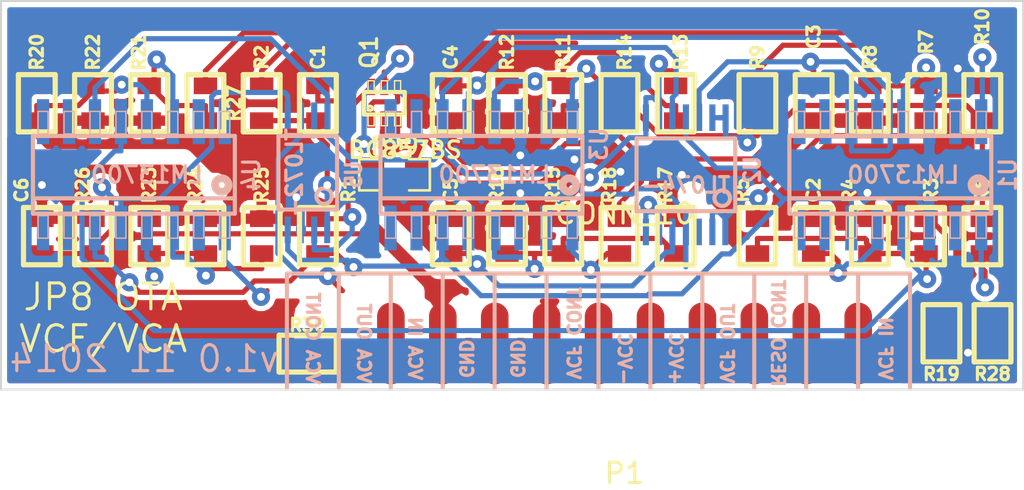
<source format=kicad_pcb>
(kicad_pcb (version 3) (host pcbnew "(2013-07-07 BZR 4022)-stable")

  (general
    (links 104)
    (no_connects 13)
    (area 111.949999 86.949999 162.050001 106.050001)
    (thickness 1.6)
    (drawings 35)
    (tracks 476)
    (zones 0)
    (modules 43)
    (nets 35)
  )

  (page A3)
  (layers
    (15 F.Cu signal)
    (0 B.Cu signal hide)
    (16 B.Adhes user)
    (17 F.Adhes user)
    (18 B.Paste user)
    (19 F.Paste user)
    (20 B.SilkS user hide)
    (21 F.SilkS user)
    (22 B.Mask user)
    (23 F.Mask user)
    (24 Dwgs.User user)
    (25 Cmts.User user)
    (26 Eco1.User user)
    (27 Eco2.User user)
    (28 Edge.Cuts user)
  )

  (setup
    (last_trace_width 0.254)
    (trace_clearance 0.2032)
    (zone_clearance 0.254)
    (zone_45_only no)
    (trace_min 0.254)
    (segment_width 0.2)
    (edge_width 0.1)
    (via_size 0.889)
    (via_drill 0.381)
    (via_min_size 0.889)
    (via_min_drill 0.381)
    (uvia_size 0.508)
    (uvia_drill 0.127)
    (uvias_allowed no)
    (uvia_min_size 0.508)
    (uvia_min_drill 0.127)
    (pcb_text_width 0.3)
    (pcb_text_size 1.5 1.5)
    (mod_edge_width 0.15)
    (mod_text_size 1 1)
    (mod_text_width 0.15)
    (pad_size 1.5 1.5)
    (pad_drill 0.6)
    (pad_to_mask_clearance 0)
    (aux_axis_origin 0 0)
    (visible_elements 7FFFBF3F)
    (pcbplotparams
      (layerselection 284196865)
      (usegerberextensions true)
      (excludeedgelayer true)
      (linewidth 0.150000)
      (plotframeref false)
      (viasonmask false)
      (mode 1)
      (useauxorigin false)
      (hpglpennumber 1)
      (hpglpenspeed 20)
      (hpglpendiameter 15)
      (hpglpenoverlay 2)
      (psnegative false)
      (psa4output false)
      (plotreference true)
      (plotvalue false)
      (plotothertext true)
      (plotinvisibletext false)
      (padsonsilk false)
      (subtractmaskfromsilk true)
      (outputformat 1)
      (mirror false)
      (drillshape 0)
      (scaleselection 1)
      (outputdirectory Gerbers/))
  )

  (net 0 "")
  (net 1 +VCC)
  (net 2 -VCC)
  (net 3 GND)
  (net 4 Iabc)
  (net 5 N-000001)
  (net 6 N-0000010)
  (net 7 N-0000012)
  (net 8 N-0000013)
  (net 9 N-0000014)
  (net 10 N-0000019)
  (net 11 N-000002)
  (net 12 N-0000021)
  (net 13 N-0000028)
  (net 14 N-000003)
  (net 15 N-0000032)
  (net 16 N-0000033)
  (net 17 N-0000034)
  (net 18 N-0000035)
  (net 19 N-0000036)
  (net 20 N-0000037)
  (net 21 N-0000038)
  (net 22 N-000004)
  (net 23 N-0000041)
  (net 24 N-0000042)
  (net 25 N-000006)
  (net 26 N-000007)
  (net 27 N-000008)
  (net 28 N-000009)
  (net 29 OFFSET)
  (net 30 VCA_CTRL)
  (net 31 VCA_OUT)
  (net 32 VCF_CTRL)
  (net 33 VCF_IN)
  (net 34 VCF_OUT)

  (net_class Default "This is the default net class."
    (clearance 0.2032)
    (trace_width 0.254)
    (via_dia 0.889)
    (via_drill 0.381)
    (uvia_dia 0.508)
    (uvia_drill 0.127)
    (add_net "")
    (add_net GND)
    (add_net Iabc)
    (add_net N-000001)
    (add_net N-0000010)
    (add_net N-0000012)
    (add_net N-0000013)
    (add_net N-0000014)
    (add_net N-0000019)
    (add_net N-000002)
    (add_net N-0000021)
    (add_net N-0000028)
    (add_net N-000003)
    (add_net N-0000032)
    (add_net N-0000033)
    (add_net N-0000034)
    (add_net N-0000035)
    (add_net N-0000036)
    (add_net N-0000037)
    (add_net N-0000038)
    (add_net N-000004)
    (add_net N-0000041)
    (add_net N-0000042)
    (add_net N-000006)
    (add_net N-000007)
    (add_net N-000008)
    (add_net N-000009)
    (add_net OFFSET)
    (add_net VCA_CTRL)
    (add_net VCA_OUT)
    (add_net VCF_CTRL)
    (add_net VCF_IN)
    (add_net VCF_OUT)
  )

  (net_class POWER ""
    (clearance 0.2032)
    (trace_width 0.254)
    (via_dia 0.889)
    (via_drill 0.381)
    (uvia_dia 0.508)
    (uvia_drill 0.127)
    (add_net +VCC)
    (add_net -VCC)
  )

  (module TSSOP8-JRL (layer B.Cu) (tedit 52F2CD1B) (tstamp 52F10E8B)
    (at 127 95.5 180)
    (path /52F068F8)
    (attr smd)
    (fp_text reference U5 (at -2.25 0 270) (layer B.SilkS)
      (effects (font (size 0.762 0.635) (thickness 0.15875)) (justify mirror))
    )
    (fp_text value TL072- (at 0.65 0.1 450) (layer B.SilkS)
      (effects (font (size 0.762 0.762) (thickness 0.16002)) (justify mirror))
    )
    (fp_line (start -1.43 1.9) (end 1.43 1.9) (layer B.SilkS) (width 0.2))
    (fp_line (start 1.43 1.9) (end 1.43 -1.7) (layer B.SilkS) (width 0.2))
    (fp_line (start 1.43 -1.7) (end -1.43 -1.7) (layer B.SilkS) (width 0.2))
    (fp_line (start -1.438 -1.678) (end -1.438 1.878) (layer B.SilkS) (width 0.2))
    (fp_circle (center -0.803 -1.043) (end -1.184 -1.043) (layer B.SilkS) (width 0.2))
    (pad 1 smd rect (at -0.9554 -2.694 180) (size 0.29972 1.30048)
      (layers B.Cu B.Paste B.Mask)
      (net 19 N-0000036)
    )
    (pad 2 smd rect (at -0.3204 -2.694 180) (size 0.29972 1.30048)
      (layers B.Cu B.Paste B.Mask)
      (net 18 N-0000035)
    )
    (pad 3 smd rect (at 0.34 -2.694 180) (size 0.29972 1.30048)
      (layers B.Cu B.Paste B.Mask)
      (net 3 GND)
    )
    (pad 4 smd rect (at 0.975 -2.694 180) (size 0.29972 1.30048)
      (layers B.Cu B.Paste B.Mask)
      (net 2 -VCC)
    )
    (pad 5 smd rect (at 0.975 2.894 180) (size 0.29972 1.30048)
      (layers B.Cu B.Paste B.Mask)
      (net 15 N-0000032)
    )
    (pad 6 smd rect (at 0.3273 2.894 180) (size 0.29972 1.30048)
      (layers B.Cu B.Paste B.Mask)
      (net 31 VCA_OUT)
    )
    (pad 7 smd rect (at -0.3204 2.894 180) (size 0.29972 1.30048)
      (layers B.Cu B.Paste B.Mask)
      (net 31 VCA_OUT)
    )
    (pad 8 smd rect (at -0.9681 2.894 180) (size 0.29972 1.30048)
      (layers B.Cu B.Paste B.Mask)
      (net 1 +VCC)
    )
    (model smd\smd_dil\tssop-14.wrl
      (at (xyz 0 0 0))
      (scale (xyz 1 1 1))
      (rotate (xyz 0 0 0))
    )
  )

  (module TSSOP14 (layer B.Cu) (tedit 52F2CD20) (tstamp 52F10EA2)
    (at 145.5 95.5 180)
    (path /52F05884)
    (attr smd)
    (fp_text reference U2 (at -3.25 0.25 270) (layer B.SilkS)
      (effects (font (size 0.762 0.635) (thickness 0.16002)) (justify mirror))
    )
    (fp_text value TL074- (at 0 -0.508 180) (layer B.SilkS)
      (effects (font (size 0.762 0.762) (thickness 0.16002)) (justify mirror))
    )
    (fp_line (start -2.413 1.778) (end 2.413 1.778) (layer B.SilkS) (width 0.2032))
    (fp_line (start 2.413 1.778) (end 2.413 -1.778) (layer B.SilkS) (width 0.2032))
    (fp_line (start 2.413 -1.778) (end -2.413 -1.778) (layer B.SilkS) (width 0.2032))
    (fp_line (start -2.413 -1.778) (end -2.413 1.778) (layer B.SilkS) (width 0.2032))
    (fp_circle (center -1.778 -1.143) (end -2.159 -1.143) (layer B.SilkS) (width 0.2032))
    (pad 1 smd rect (at -1.9304 -2.794 180) (size 0.29972 1.30048)
      (layers B.Cu B.Paste B.Mask)
      (net 23 N-0000041)
    )
    (pad 2 smd rect (at -1.2954 -2.794 180) (size 0.29972 1.30048)
      (layers B.Cu B.Paste B.Mask)
      (net 23 N-0000041)
    )
    (pad 3 smd rect (at -0.635 -2.794 180) (size 0.29972 1.30048)
      (layers B.Cu B.Paste B.Mask)
      (net 27 N-000008)
    )
    (pad 4 smd rect (at 0 -2.794 180) (size 0.29972 1.30048)
      (layers B.Cu B.Paste B.Mask)
      (net 1 +VCC)
    )
    (pad 5 smd rect (at 0.6604 -2.794 180) (size 0.29972 1.30048)
      (layers B.Cu B.Paste B.Mask)
      (net 11 N-000002)
    )
    (pad 6 smd rect (at 1.3081 -2.794 180) (size 0.29972 1.30048)
      (layers B.Cu B.Paste B.Mask)
      (net 34 VCF_OUT)
    )
    (pad 7 smd rect (at 1.9558 -2.794 180) (size 0.29972 1.30048)
      (layers B.Cu B.Paste B.Mask)
      (net 34 VCF_OUT)
    )
    (pad 8 smd rect (at 1.9558 2.794 180) (size 0.29972 1.30048)
      (layers B.Cu B.Paste B.Mask)
      (net 21 N-0000038)
    )
    (pad 9 smd rect (at 1.3081 2.794 180) (size 0.29972 1.30048)
      (layers B.Cu B.Paste B.Mask)
      (net 21 N-0000038)
    )
    (pad 10 smd rect (at 0.6604 2.794 180) (size 0.29972 1.30048)
      (layers B.Cu B.Paste B.Mask)
      (net 22 N-000004)
    )
    (pad 11 smd rect (at 0 2.794 180) (size 0.29972 1.30048)
      (layers B.Cu B.Paste B.Mask)
      (net 2 -VCC)
    )
    (pad 12 smd rect (at -0.6477 2.794 180) (size 0.29972 1.30048)
      (layers B.Cu B.Paste B.Mask)
      (net 9 N-0000014)
    )
    (pad 13 smd rect (at -1.2954 2.794 180) (size 0.29972 1.30048)
      (layers B.Cu B.Paste B.Mask)
      (net 24 N-0000042)
    )
    (pad 14 smd rect (at -1.9431 2.794 180) (size 0.29972 1.30048)
      (layers B.Cu B.Paste B.Mask)
      (net 24 N-0000042)
    )
    (model smd\smd_dil\tssop-14.wrl
      (at (xyz 0 0 0))
      (scale (xyz 1 1 1))
      (rotate (xyz 0 0 0))
    )
  )

  (module SOT363-JRL (layer F.Cu) (tedit 52F2CC48) (tstamp 52F10EC9)
    (at 130.75 92)
    (descr "SMALL OUTLINE TRANSISTOR; 6 LEADS")
    (tags "SMALL OUTLINE TRANSISTOR; 6 LEADS")
    (path /52F06E0A)
    (attr smd)
    (fp_text reference Q1 (at -0.75 -2.5 90) (layer F.SilkS)
      (effects (font (size 0.8128 0.8128) (thickness 0.1524)))
    )
    (fp_text value BC857BS (at 1.016 2.286) (layer F.SilkS)
      (effects (font (size 0.8128 0.8128) (thickness 0.1524)))
    )
    (fp_line (start -0.79756 1.09982) (end -0.49784 1.09982) (layer F.SilkS) (width 0.06604))
    (fp_line (start -0.49784 1.09982) (end -0.49784 0.59944) (layer F.SilkS) (width 0.06604))
    (fp_line (start -0.79756 0.59944) (end -0.49784 0.59944) (layer F.SilkS) (width 0.06604))
    (fp_line (start -0.79756 1.09982) (end -0.79756 0.59944) (layer F.SilkS) (width 0.06604))
    (fp_line (start -0.14986 1.09982) (end 0.14986 1.09982) (layer F.SilkS) (width 0.06604))
    (fp_line (start 0.14986 1.09982) (end 0.14986 0.59944) (layer F.SilkS) (width 0.06604))
    (fp_line (start -0.14986 0.59944) (end 0.14986 0.59944) (layer F.SilkS) (width 0.06604))
    (fp_line (start -0.14986 1.09982) (end -0.14986 0.59944) (layer F.SilkS) (width 0.06604))
    (fp_line (start 0.49784 1.09982) (end 0.79756 1.09982) (layer F.SilkS) (width 0.06604))
    (fp_line (start 0.79756 1.09982) (end 0.79756 0.59944) (layer F.SilkS) (width 0.06604))
    (fp_line (start 0.49784 0.59944) (end 0.79756 0.59944) (layer F.SilkS) (width 0.06604))
    (fp_line (start 0.49784 1.09982) (end 0.49784 0.59944) (layer F.SilkS) (width 0.06604))
    (fp_line (start 0.49784 -0.59944) (end 0.79756 -0.59944) (layer F.SilkS) (width 0.06604))
    (fp_line (start 0.79756 -0.59944) (end 0.79756 -1.09982) (layer F.SilkS) (width 0.06604))
    (fp_line (start 0.49784 -1.09982) (end 0.79756 -1.09982) (layer F.SilkS) (width 0.06604))
    (fp_line (start 0.49784 -0.59944) (end 0.49784 -1.09982) (layer F.SilkS) (width 0.06604))
    (fp_line (start -0.14986 -0.59944) (end 0.14986 -0.59944) (layer F.SilkS) (width 0.06604))
    (fp_line (start 0.14986 -0.59944) (end 0.14986 -1.09982) (layer F.SilkS) (width 0.06604))
    (fp_line (start -0.14986 -1.09982) (end 0.14986 -1.09982) (layer F.SilkS) (width 0.06604))
    (fp_line (start -0.14986 -0.59944) (end -0.14986 -1.09982) (layer F.SilkS) (width 0.06604))
    (fp_line (start -0.79756 -0.59944) (end -0.49784 -0.59944) (layer F.SilkS) (width 0.06604))
    (fp_line (start -0.49784 -0.59944) (end -0.49784 -1.09982) (layer F.SilkS) (width 0.06604))
    (fp_line (start -0.79756 -1.09982) (end -0.49784 -1.09982) (layer F.SilkS) (width 0.06604))
    (fp_line (start -0.79756 -0.59944) (end -0.79756 -1.09982) (layer F.SilkS) (width 0.06604))
    (fp_line (start -0.99822 -0.54864) (end 0.99822 -0.54864) (layer F.SilkS) (width 0.2032))
    (fp_line (start 0.99822 -0.54864) (end 0.99822 0.54864) (layer F.SilkS) (width 0.2032))
    (fp_line (start 0.99822 0.54864) (end -0.99822 0.54864) (layer F.SilkS) (width 0.2032))
    (fp_line (start -0.99822 0.54864) (end -0.99822 -0.54864) (layer F.SilkS) (width 0.2032))
    (fp_circle (center -0.6985 0.24892) (end -0.77216 0.32258) (layer F.SilkS) (width 0.1524))
    (pad 1 smd rect (at -0.6477 0.79756) (size 0.39878 0.79756)
      (layers F.Cu F.Paste F.Mask)
      (net 20 N-0000037)
    )
    (pad 2 smd rect (at 0 0.79756) (size 0.39878 0.79756)
      (layers F.Cu F.Paste F.Mask)
      (net 3 GND)
    )
    (pad 3 smd rect (at 0.6477 0.79756) (size 0.39878 0.79756)
      (layers F.Cu F.Paste F.Mask)
      (net 4 Iabc)
    )
    (pad 4 smd rect (at 0.6477 -0.79756) (size 0.39878 0.79756)
      (layers F.Cu F.Paste F.Mask)
      (net 20 N-0000037)
    )
    (pad 5 smd rect (at 0 -0.79756) (size 0.39878 0.79756)
      (layers F.Cu F.Paste F.Mask)
      (net 32 VCF_CTRL)
    )
    (pad 6 smd rect (at -0.6477 -0.79756) (size 0.39878 0.79756)
      (layers F.Cu F.Paste F.Mask)
      (net 18 N-0000035)
    )
  )

  (module SO16-JRL (layer B.Cu) (tedit 52805EFF) (tstamp 52F10F25)
    (at 155.5 95.5 180)
    (descr "SMALL OUTLINE INTEGRATED CIRCUIT")
    (tags "SMALL OUTLINE INTEGRATED CIRCUIT")
    (path /52F056B5)
    (attr smd)
    (fp_text reference U1 (at -5.75 0 450) (layer B.SilkS)
      (effects (font (size 0.8128 0.8128) (thickness 0.1524)) (justify mirror))
    )
    (fp_text value LM13700 (at -0.635 0 180) (layer B.SilkS)
      (effects (font (size 0.8128 0.8128) (thickness 0.1524)) (justify mirror))
    )
    (fp_circle (center -4.3 -0.5) (end -4.2 -0.6) (layer B.SilkS) (width 0.381))
    (fp_line (start -4.68884 -3.0988) (end -4.19862 -3.0988) (layer B.SilkS) (width 0.06604))
    (fp_line (start -4.19862 -3.0988) (end -4.19862 -1.99898) (layer B.SilkS) (width 0.06604))
    (fp_line (start -4.68884 -1.99898) (end -4.19862 -1.99898) (layer B.SilkS) (width 0.06604))
    (fp_line (start -4.68884 -3.0988) (end -4.68884 -1.99898) (layer B.SilkS) (width 0.06604))
    (fp_line (start -3.41884 -3.0988) (end -2.92862 -3.0988) (layer B.SilkS) (width 0.06604))
    (fp_line (start -2.92862 -3.0988) (end -2.92862 -1.99898) (layer B.SilkS) (width 0.06604))
    (fp_line (start -3.41884 -1.99898) (end -2.92862 -1.99898) (layer B.SilkS) (width 0.06604))
    (fp_line (start -3.41884 -3.0988) (end -3.41884 -1.99898) (layer B.SilkS) (width 0.06604))
    (fp_line (start -2.14884 -3.0988) (end -1.65862 -3.0988) (layer B.SilkS) (width 0.06604))
    (fp_line (start -1.65862 -3.0988) (end -1.65862 -1.99898) (layer B.SilkS) (width 0.06604))
    (fp_line (start -2.14884 -1.99898) (end -1.65862 -1.99898) (layer B.SilkS) (width 0.06604))
    (fp_line (start -2.14884 -3.0988) (end -2.14884 -1.99898) (layer B.SilkS) (width 0.06604))
    (fp_line (start -0.87884 -3.0988) (end -0.38862 -3.0988) (layer B.SilkS) (width 0.06604))
    (fp_line (start -0.38862 -3.0988) (end -0.38862 -1.99898) (layer B.SilkS) (width 0.06604))
    (fp_line (start -0.87884 -1.99898) (end -0.38862 -1.99898) (layer B.SilkS) (width 0.06604))
    (fp_line (start -0.87884 -3.0988) (end -0.87884 -1.99898) (layer B.SilkS) (width 0.06604))
    (fp_line (start 1.65862 1.99898) (end 2.14884 1.99898) (layer B.SilkS) (width 0.06604))
    (fp_line (start 2.14884 1.99898) (end 2.14884 3.0988) (layer B.SilkS) (width 0.06604))
    (fp_line (start 1.65862 3.0988) (end 2.14884 3.0988) (layer B.SilkS) (width 0.06604))
    (fp_line (start 1.65862 1.99898) (end 1.65862 3.0988) (layer B.SilkS) (width 0.06604))
    (fp_line (start 0.38862 1.99898) (end 0.87884 1.99898) (layer B.SilkS) (width 0.06604))
    (fp_line (start 0.87884 1.99898) (end 0.87884 3.0988) (layer B.SilkS) (width 0.06604))
    (fp_line (start 0.38862 3.0988) (end 0.87884 3.0988) (layer B.SilkS) (width 0.06604))
    (fp_line (start 0.38862 1.99898) (end 0.38862 3.0988) (layer B.SilkS) (width 0.06604))
    (fp_line (start -0.87884 1.99898) (end -0.38862 1.99898) (layer B.SilkS) (width 0.06604))
    (fp_line (start -0.38862 1.99898) (end -0.38862 3.0988) (layer B.SilkS) (width 0.06604))
    (fp_line (start -0.87884 3.0988) (end -0.38862 3.0988) (layer B.SilkS) (width 0.06604))
    (fp_line (start -0.87884 1.99898) (end -0.87884 3.0988) (layer B.SilkS) (width 0.06604))
    (fp_line (start -2.14884 1.99898) (end -1.65862 1.99898) (layer B.SilkS) (width 0.06604))
    (fp_line (start -1.65862 1.99898) (end -1.65862 3.0988) (layer B.SilkS) (width 0.06604))
    (fp_line (start -2.14884 3.0988) (end -1.65862 3.0988) (layer B.SilkS) (width 0.06604))
    (fp_line (start -2.14884 1.99898) (end -2.14884 3.0988) (layer B.SilkS) (width 0.06604))
    (fp_line (start 0.38862 -3.0988) (end 0.87884 -3.0988) (layer B.SilkS) (width 0.06604))
    (fp_line (start 0.87884 -3.0988) (end 0.87884 -1.99898) (layer B.SilkS) (width 0.06604))
    (fp_line (start 0.38862 -1.99898) (end 0.87884 -1.99898) (layer B.SilkS) (width 0.06604))
    (fp_line (start 0.38862 -3.0988) (end 0.38862 -1.99898) (layer B.SilkS) (width 0.06604))
    (fp_line (start 1.65862 -3.0988) (end 2.14884 -3.0988) (layer B.SilkS) (width 0.06604))
    (fp_line (start 2.14884 -3.0988) (end 2.14884 -1.99898) (layer B.SilkS) (width 0.06604))
    (fp_line (start 1.65862 -1.99898) (end 2.14884 -1.99898) (layer B.SilkS) (width 0.06604))
    (fp_line (start 1.65862 -3.0988) (end 1.65862 -1.99898) (layer B.SilkS) (width 0.06604))
    (fp_line (start 2.92862 -3.0988) (end 3.41884 -3.0988) (layer B.SilkS) (width 0.06604))
    (fp_line (start 3.41884 -3.0988) (end 3.41884 -1.99898) (layer B.SilkS) (width 0.06604))
    (fp_line (start 2.92862 -1.99898) (end 3.41884 -1.99898) (layer B.SilkS) (width 0.06604))
    (fp_line (start 2.92862 -3.0988) (end 2.92862 -1.99898) (layer B.SilkS) (width 0.06604))
    (fp_line (start 4.19862 -3.0988) (end 4.68884 -3.0988) (layer B.SilkS) (width 0.06604))
    (fp_line (start 4.68884 -3.0988) (end 4.68884 -1.99898) (layer B.SilkS) (width 0.06604))
    (fp_line (start 4.19862 -1.99898) (end 4.68884 -1.99898) (layer B.SilkS) (width 0.06604))
    (fp_line (start 4.19862 -3.0988) (end 4.19862 -1.99898) (layer B.SilkS) (width 0.06604))
    (fp_line (start 4.19862 1.99898) (end 4.68884 1.99898) (layer B.SilkS) (width 0.06604))
    (fp_line (start 4.68884 1.99898) (end 4.68884 3.0988) (layer B.SilkS) (width 0.06604))
    (fp_line (start 4.19862 3.0988) (end 4.68884 3.0988) (layer B.SilkS) (width 0.06604))
    (fp_line (start 4.19862 1.99898) (end 4.19862 3.0988) (layer B.SilkS) (width 0.06604))
    (fp_line (start 2.92862 1.99898) (end 3.41884 1.99898) (layer B.SilkS) (width 0.06604))
    (fp_line (start 3.41884 1.99898) (end 3.41884 3.0988) (layer B.SilkS) (width 0.06604))
    (fp_line (start 2.92862 3.0988) (end 3.41884 3.0988) (layer B.SilkS) (width 0.06604))
    (fp_line (start 2.92862 1.99898) (end 2.92862 3.0988) (layer B.SilkS) (width 0.06604))
    (fp_line (start -3.41884 1.99898) (end -2.92862 1.99898) (layer B.SilkS) (width 0.06604))
    (fp_line (start -2.92862 1.99898) (end -2.92862 3.0988) (layer B.SilkS) (width 0.06604))
    (fp_line (start -3.41884 3.0988) (end -2.92862 3.0988) (layer B.SilkS) (width 0.06604))
    (fp_line (start -3.41884 1.99898) (end -3.41884 3.0988) (layer B.SilkS) (width 0.06604))
    (fp_line (start -4.68884 1.99898) (end -4.19862 1.99898) (layer B.SilkS) (width 0.06604))
    (fp_line (start -4.19862 1.99898) (end -4.19862 3.0988) (layer B.SilkS) (width 0.06604))
    (fp_line (start -4.68884 3.0988) (end -4.19862 3.0988) (layer B.SilkS) (width 0.06604))
    (fp_line (start -4.68884 1.99898) (end -4.68884 3.0988) (layer B.SilkS) (width 0.06604))
    (fp_line (start 4.93776 -1.89992) (end -4.93776 -1.89992) (layer B.SilkS) (width 0.2032))
    (fp_line (start -4.93776 -1.89992) (end -4.93776 -1.39954) (layer B.SilkS) (width 0.2032))
    (fp_line (start -4.93776 -1.39954) (end -4.93776 1.89992) (layer B.SilkS) (width 0.2032))
    (fp_line (start -4.93776 1.89992) (end 4.93776 1.89992) (layer B.SilkS) (width 0.2032))
    (fp_line (start 4.93776 -1.14954) (end -4.93776 -1.14954) (layer B.SilkS) (width 0.2032))
    (fp_line (start 4.93776 1.89992) (end 4.93776 -1.39954) (layer B.SilkS) (width 0.2032))
    (fp_line (start 4.93776 -1.39954) (end 4.93776 -1.89992) (layer B.SilkS) (width 0.2032))
    (pad 1 smd rect (at -4.445 -2.59842 180) (size 0.59944 2.19964)
      (layers B.Cu B.Paste B.Mask)
      (net 28 N-000009)
    )
    (pad 2 smd rect (at -3.175 -2.59842 180) (size 0.59944 2.19964)
      (layers B.Cu B.Paste B.Mask)
    )
    (pad 3 smd rect (at -1.905 -2.59842 180) (size 0.59944 2.19964)
      (layers B.Cu B.Paste B.Mask)
      (net 3 GND)
    )
    (pad 4 smd rect (at -0.635 -2.59842 180) (size 0.59944 2.19964)
      (layers B.Cu B.Paste B.Mask)
      (net 13 N-0000028)
    )
    (pad 5 smd rect (at 0.635 -2.59842 180) (size 0.59944 2.19964)
      (layers B.Cu B.Paste B.Mask)
      (net 27 N-000008)
    )
    (pad 6 smd rect (at 1.905 -2.59842 180) (size 0.59944 2.19964)
      (layers B.Cu B.Paste B.Mask)
      (net 2 -VCC)
    )
    (pad 7 smd rect (at 3.175 -2.59842 180) (size 0.59944 2.19964)
      (layers B.Cu B.Paste B.Mask)
    )
    (pad 8 smd rect (at 4.445 -2.59842 180) (size 0.59944 2.19964)
      (layers B.Cu B.Paste B.Mask)
    )
    (pad 9 smd rect (at 4.445 2.59842 180) (size 0.59944 2.19964)
      (layers B.Cu B.Paste B.Mask)
    )
    (pad 10 smd rect (at 3.175 2.59842 180) (size 0.59944 2.19964)
      (layers B.Cu B.Paste B.Mask)
    )
    (pad 11 smd rect (at 1.905 2.59842 180) (size 0.59944 2.19964)
      (layers B.Cu B.Paste B.Mask)
      (net 1 +VCC)
    )
    (pad 12 smd rect (at 0.635 2.59842 180) (size 0.59944 2.19964)
      (layers B.Cu B.Paste B.Mask)
      (net 9 N-0000014)
    )
    (pad 13 smd rect (at -0.635 2.59842 180) (size 0.59944 2.19964)
      (layers B.Cu B.Paste B.Mask)
      (net 6 N-0000010)
    )
    (pad 14 smd rect (at -1.905 2.59842 180) (size 0.59944 2.19964)
      (layers B.Cu B.Paste B.Mask)
      (net 3 GND)
    )
    (pad 15 smd rect (at -3.175 2.59842 180) (size 0.59944 2.19964)
      (layers B.Cu B.Paste B.Mask)
    )
    (pad 16 smd rect (at -4.445 2.59842 180) (size 0.59944 2.19964)
      (layers B.Cu B.Paste B.Mask)
      (net 8 N-0000013)
    )
  )

  (module SO16-JRL (layer B.Cu) (tedit 52805EFF) (tstamp 52F10F81)
    (at 118.5 95.5 180)
    (descr "SMALL OUTLINE INTEGRATED CIRCUIT")
    (tags "SMALL OUTLINE INTEGRATED CIRCUIT")
    (path /52F05C07)
    (attr smd)
    (fp_text reference U4 (at -5.75 0 450) (layer B.SilkS)
      (effects (font (size 0.8128 0.8128) (thickness 0.1524)) (justify mirror))
    )
    (fp_text value LM13700 (at -0.635 0 180) (layer B.SilkS)
      (effects (font (size 0.8128 0.8128) (thickness 0.1524)) (justify mirror))
    )
    (fp_circle (center -4.3 -0.5) (end -4.2 -0.6) (layer B.SilkS) (width 0.381))
    (fp_line (start -4.68884 -3.0988) (end -4.19862 -3.0988) (layer B.SilkS) (width 0.06604))
    (fp_line (start -4.19862 -3.0988) (end -4.19862 -1.99898) (layer B.SilkS) (width 0.06604))
    (fp_line (start -4.68884 -1.99898) (end -4.19862 -1.99898) (layer B.SilkS) (width 0.06604))
    (fp_line (start -4.68884 -3.0988) (end -4.68884 -1.99898) (layer B.SilkS) (width 0.06604))
    (fp_line (start -3.41884 -3.0988) (end -2.92862 -3.0988) (layer B.SilkS) (width 0.06604))
    (fp_line (start -2.92862 -3.0988) (end -2.92862 -1.99898) (layer B.SilkS) (width 0.06604))
    (fp_line (start -3.41884 -1.99898) (end -2.92862 -1.99898) (layer B.SilkS) (width 0.06604))
    (fp_line (start -3.41884 -3.0988) (end -3.41884 -1.99898) (layer B.SilkS) (width 0.06604))
    (fp_line (start -2.14884 -3.0988) (end -1.65862 -3.0988) (layer B.SilkS) (width 0.06604))
    (fp_line (start -1.65862 -3.0988) (end -1.65862 -1.99898) (layer B.SilkS) (width 0.06604))
    (fp_line (start -2.14884 -1.99898) (end -1.65862 -1.99898) (layer B.SilkS) (width 0.06604))
    (fp_line (start -2.14884 -3.0988) (end -2.14884 -1.99898) (layer B.SilkS) (width 0.06604))
    (fp_line (start -0.87884 -3.0988) (end -0.38862 -3.0988) (layer B.SilkS) (width 0.06604))
    (fp_line (start -0.38862 -3.0988) (end -0.38862 -1.99898) (layer B.SilkS) (width 0.06604))
    (fp_line (start -0.87884 -1.99898) (end -0.38862 -1.99898) (layer B.SilkS) (width 0.06604))
    (fp_line (start -0.87884 -3.0988) (end -0.87884 -1.99898) (layer B.SilkS) (width 0.06604))
    (fp_line (start 1.65862 1.99898) (end 2.14884 1.99898) (layer B.SilkS) (width 0.06604))
    (fp_line (start 2.14884 1.99898) (end 2.14884 3.0988) (layer B.SilkS) (width 0.06604))
    (fp_line (start 1.65862 3.0988) (end 2.14884 3.0988) (layer B.SilkS) (width 0.06604))
    (fp_line (start 1.65862 1.99898) (end 1.65862 3.0988) (layer B.SilkS) (width 0.06604))
    (fp_line (start 0.38862 1.99898) (end 0.87884 1.99898) (layer B.SilkS) (width 0.06604))
    (fp_line (start 0.87884 1.99898) (end 0.87884 3.0988) (layer B.SilkS) (width 0.06604))
    (fp_line (start 0.38862 3.0988) (end 0.87884 3.0988) (layer B.SilkS) (width 0.06604))
    (fp_line (start 0.38862 1.99898) (end 0.38862 3.0988) (layer B.SilkS) (width 0.06604))
    (fp_line (start -0.87884 1.99898) (end -0.38862 1.99898) (layer B.SilkS) (width 0.06604))
    (fp_line (start -0.38862 1.99898) (end -0.38862 3.0988) (layer B.SilkS) (width 0.06604))
    (fp_line (start -0.87884 3.0988) (end -0.38862 3.0988) (layer B.SilkS) (width 0.06604))
    (fp_line (start -0.87884 1.99898) (end -0.87884 3.0988) (layer B.SilkS) (width 0.06604))
    (fp_line (start -2.14884 1.99898) (end -1.65862 1.99898) (layer B.SilkS) (width 0.06604))
    (fp_line (start -1.65862 1.99898) (end -1.65862 3.0988) (layer B.SilkS) (width 0.06604))
    (fp_line (start -2.14884 3.0988) (end -1.65862 3.0988) (layer B.SilkS) (width 0.06604))
    (fp_line (start -2.14884 1.99898) (end -2.14884 3.0988) (layer B.SilkS) (width 0.06604))
    (fp_line (start 0.38862 -3.0988) (end 0.87884 -3.0988) (layer B.SilkS) (width 0.06604))
    (fp_line (start 0.87884 -3.0988) (end 0.87884 -1.99898) (layer B.SilkS) (width 0.06604))
    (fp_line (start 0.38862 -1.99898) (end 0.87884 -1.99898) (layer B.SilkS) (width 0.06604))
    (fp_line (start 0.38862 -3.0988) (end 0.38862 -1.99898) (layer B.SilkS) (width 0.06604))
    (fp_line (start 1.65862 -3.0988) (end 2.14884 -3.0988) (layer B.SilkS) (width 0.06604))
    (fp_line (start 2.14884 -3.0988) (end 2.14884 -1.99898) (layer B.SilkS) (width 0.06604))
    (fp_line (start 1.65862 -1.99898) (end 2.14884 -1.99898) (layer B.SilkS) (width 0.06604))
    (fp_line (start 1.65862 -3.0988) (end 1.65862 -1.99898) (layer B.SilkS) (width 0.06604))
    (fp_line (start 2.92862 -3.0988) (end 3.41884 -3.0988) (layer B.SilkS) (width 0.06604))
    (fp_line (start 3.41884 -3.0988) (end 3.41884 -1.99898) (layer B.SilkS) (width 0.06604))
    (fp_line (start 2.92862 -1.99898) (end 3.41884 -1.99898) (layer B.SilkS) (width 0.06604))
    (fp_line (start 2.92862 -3.0988) (end 2.92862 -1.99898) (layer B.SilkS) (width 0.06604))
    (fp_line (start 4.19862 -3.0988) (end 4.68884 -3.0988) (layer B.SilkS) (width 0.06604))
    (fp_line (start 4.68884 -3.0988) (end 4.68884 -1.99898) (layer B.SilkS) (width 0.06604))
    (fp_line (start 4.19862 -1.99898) (end 4.68884 -1.99898) (layer B.SilkS) (width 0.06604))
    (fp_line (start 4.19862 -3.0988) (end 4.19862 -1.99898) (layer B.SilkS) (width 0.06604))
    (fp_line (start 4.19862 1.99898) (end 4.68884 1.99898) (layer B.SilkS) (width 0.06604))
    (fp_line (start 4.68884 1.99898) (end 4.68884 3.0988) (layer B.SilkS) (width 0.06604))
    (fp_line (start 4.19862 3.0988) (end 4.68884 3.0988) (layer B.SilkS) (width 0.06604))
    (fp_line (start 4.19862 1.99898) (end 4.19862 3.0988) (layer B.SilkS) (width 0.06604))
    (fp_line (start 2.92862 1.99898) (end 3.41884 1.99898) (layer B.SilkS) (width 0.06604))
    (fp_line (start 3.41884 1.99898) (end 3.41884 3.0988) (layer B.SilkS) (width 0.06604))
    (fp_line (start 2.92862 3.0988) (end 3.41884 3.0988) (layer B.SilkS) (width 0.06604))
    (fp_line (start 2.92862 1.99898) (end 2.92862 3.0988) (layer B.SilkS) (width 0.06604))
    (fp_line (start -3.41884 1.99898) (end -2.92862 1.99898) (layer B.SilkS) (width 0.06604))
    (fp_line (start -2.92862 1.99898) (end -2.92862 3.0988) (layer B.SilkS) (width 0.06604))
    (fp_line (start -3.41884 3.0988) (end -2.92862 3.0988) (layer B.SilkS) (width 0.06604))
    (fp_line (start -3.41884 1.99898) (end -3.41884 3.0988) (layer B.SilkS) (width 0.06604))
    (fp_line (start -4.68884 1.99898) (end -4.19862 1.99898) (layer B.SilkS) (width 0.06604))
    (fp_line (start -4.19862 1.99898) (end -4.19862 3.0988) (layer B.SilkS) (width 0.06604))
    (fp_line (start -4.68884 3.0988) (end -4.19862 3.0988) (layer B.SilkS) (width 0.06604))
    (fp_line (start -4.68884 1.99898) (end -4.68884 3.0988) (layer B.SilkS) (width 0.06604))
    (fp_line (start 4.93776 -1.89992) (end -4.93776 -1.89992) (layer B.SilkS) (width 0.2032))
    (fp_line (start -4.93776 -1.89992) (end -4.93776 -1.39954) (layer B.SilkS) (width 0.2032))
    (fp_line (start -4.93776 -1.39954) (end -4.93776 1.89992) (layer B.SilkS) (width 0.2032))
    (fp_line (start -4.93776 1.89992) (end 4.93776 1.89992) (layer B.SilkS) (width 0.2032))
    (fp_line (start 4.93776 -1.14954) (end -4.93776 -1.14954) (layer B.SilkS) (width 0.2032))
    (fp_line (start 4.93776 1.89992) (end 4.93776 -1.39954) (layer B.SilkS) (width 0.2032))
    (fp_line (start 4.93776 -1.39954) (end 4.93776 -1.89992) (layer B.SilkS) (width 0.2032))
    (pad 1 smd rect (at -4.445 -2.59842 180) (size 0.59944 2.19964)
      (layers B.Cu B.Paste B.Mask)
      (net 30 VCA_CTRL)
    )
    (pad 2 smd rect (at -3.175 -2.59842 180) (size 0.59944 2.19964)
      (layers B.Cu B.Paste B.Mask)
    )
    (pad 3 smd rect (at -1.905 -2.59842 180) (size 0.59944 2.19964)
      (layers B.Cu B.Paste B.Mask)
      (net 17 N-0000034)
    )
    (pad 4 smd rect (at -0.635 -2.59842 180) (size 0.59944 2.19964)
      (layers B.Cu B.Paste B.Mask)
      (net 16 N-0000033)
    )
    (pad 5 smd rect (at 0.635 -2.59842 180) (size 0.59944 2.19964)
      (layers B.Cu B.Paste B.Mask)
      (net 15 N-0000032)
    )
    (pad 6 smd rect (at 1.905 -2.59842 180) (size 0.59944 2.19964)
      (layers B.Cu B.Paste B.Mask)
      (net 2 -VCC)
    )
    (pad 7 smd rect (at 3.175 -2.59842 180) (size 0.59944 2.19964)
      (layers B.Cu B.Paste B.Mask)
    )
    (pad 8 smd rect (at 4.445 -2.59842 180) (size 0.59944 2.19964)
      (layers B.Cu B.Paste B.Mask)
    )
    (pad 9 smd rect (at 4.445 2.59842 180) (size 0.59944 2.19964)
      (layers B.Cu B.Paste B.Mask)
    )
    (pad 10 smd rect (at 3.175 2.59842 180) (size 0.59944 2.19964)
      (layers B.Cu B.Paste B.Mask)
    )
    (pad 11 smd rect (at 1.905 2.59842 180) (size 0.59944 2.19964)
      (layers B.Cu B.Paste B.Mask)
      (net 1 +VCC)
    )
    (pad 12 smd rect (at 0.635 2.59842 180) (size 0.59944 2.19964)
      (layers B.Cu B.Paste B.Mask)
      (net 13 N-0000028)
    )
    (pad 13 smd rect (at -0.635 2.59842 180) (size 0.59944 2.19964)
      (layers B.Cu B.Paste B.Mask)
      (net 25 N-000006)
    )
    (pad 14 smd rect (at -1.905 2.59842 180) (size 0.59944 2.19964)
      (layers B.Cu B.Paste B.Mask)
      (net 12 N-0000021)
    )
    (pad 15 smd rect (at -3.175 2.59842 180) (size 0.59944 2.19964)
      (layers B.Cu B.Paste B.Mask)
    )
    (pad 16 smd rect (at -4.445 2.59842 180) (size 0.59944 2.19964)
      (layers B.Cu B.Paste B.Mask)
    )
  )

  (module SO16-JRL (layer B.Cu) (tedit 52F2CD1E) (tstamp 52F10FDD)
    (at 135.5 95.5 180)
    (descr "SMALL OUTLINE INTEGRATED CIRCUIT")
    (tags "SMALL OUTLINE INTEGRATED CIRCUIT")
    (path /52F05A42)
    (attr smd)
    (fp_text reference U3 (at -5.75 1.5 450) (layer B.SilkS)
      (effects (font (size 0.8128 0.8128) (thickness 0.1524)) (justify mirror))
    )
    (fp_text value LM13700 (at -0.635 0 180) (layer B.SilkS)
      (effects (font (size 0.8128 0.8128) (thickness 0.1524)) (justify mirror))
    )
    (fp_circle (center -4.3 -0.5) (end -4.2 -0.6) (layer B.SilkS) (width 0.381))
    (fp_line (start -4.68884 -3.0988) (end -4.19862 -3.0988) (layer B.SilkS) (width 0.06604))
    (fp_line (start -4.19862 -3.0988) (end -4.19862 -1.99898) (layer B.SilkS) (width 0.06604))
    (fp_line (start -4.68884 -1.99898) (end -4.19862 -1.99898) (layer B.SilkS) (width 0.06604))
    (fp_line (start -4.68884 -3.0988) (end -4.68884 -1.99898) (layer B.SilkS) (width 0.06604))
    (fp_line (start -3.41884 -3.0988) (end -2.92862 -3.0988) (layer B.SilkS) (width 0.06604))
    (fp_line (start -2.92862 -3.0988) (end -2.92862 -1.99898) (layer B.SilkS) (width 0.06604))
    (fp_line (start -3.41884 -1.99898) (end -2.92862 -1.99898) (layer B.SilkS) (width 0.06604))
    (fp_line (start -3.41884 -3.0988) (end -3.41884 -1.99898) (layer B.SilkS) (width 0.06604))
    (fp_line (start -2.14884 -3.0988) (end -1.65862 -3.0988) (layer B.SilkS) (width 0.06604))
    (fp_line (start -1.65862 -3.0988) (end -1.65862 -1.99898) (layer B.SilkS) (width 0.06604))
    (fp_line (start -2.14884 -1.99898) (end -1.65862 -1.99898) (layer B.SilkS) (width 0.06604))
    (fp_line (start -2.14884 -3.0988) (end -2.14884 -1.99898) (layer B.SilkS) (width 0.06604))
    (fp_line (start -0.87884 -3.0988) (end -0.38862 -3.0988) (layer B.SilkS) (width 0.06604))
    (fp_line (start -0.38862 -3.0988) (end -0.38862 -1.99898) (layer B.SilkS) (width 0.06604))
    (fp_line (start -0.87884 -1.99898) (end -0.38862 -1.99898) (layer B.SilkS) (width 0.06604))
    (fp_line (start -0.87884 -3.0988) (end -0.87884 -1.99898) (layer B.SilkS) (width 0.06604))
    (fp_line (start 1.65862 1.99898) (end 2.14884 1.99898) (layer B.SilkS) (width 0.06604))
    (fp_line (start 2.14884 1.99898) (end 2.14884 3.0988) (layer B.SilkS) (width 0.06604))
    (fp_line (start 1.65862 3.0988) (end 2.14884 3.0988) (layer B.SilkS) (width 0.06604))
    (fp_line (start 1.65862 1.99898) (end 1.65862 3.0988) (layer B.SilkS) (width 0.06604))
    (fp_line (start 0.38862 1.99898) (end 0.87884 1.99898) (layer B.SilkS) (width 0.06604))
    (fp_line (start 0.87884 1.99898) (end 0.87884 3.0988) (layer B.SilkS) (width 0.06604))
    (fp_line (start 0.38862 3.0988) (end 0.87884 3.0988) (layer B.SilkS) (width 0.06604))
    (fp_line (start 0.38862 1.99898) (end 0.38862 3.0988) (layer B.SilkS) (width 0.06604))
    (fp_line (start -0.87884 1.99898) (end -0.38862 1.99898) (layer B.SilkS) (width 0.06604))
    (fp_line (start -0.38862 1.99898) (end -0.38862 3.0988) (layer B.SilkS) (width 0.06604))
    (fp_line (start -0.87884 3.0988) (end -0.38862 3.0988) (layer B.SilkS) (width 0.06604))
    (fp_line (start -0.87884 1.99898) (end -0.87884 3.0988) (layer B.SilkS) (width 0.06604))
    (fp_line (start -2.14884 1.99898) (end -1.65862 1.99898) (layer B.SilkS) (width 0.06604))
    (fp_line (start -1.65862 1.99898) (end -1.65862 3.0988) (layer B.SilkS) (width 0.06604))
    (fp_line (start -2.14884 3.0988) (end -1.65862 3.0988) (layer B.SilkS) (width 0.06604))
    (fp_line (start -2.14884 1.99898) (end -2.14884 3.0988) (layer B.SilkS) (width 0.06604))
    (fp_line (start 0.38862 -3.0988) (end 0.87884 -3.0988) (layer B.SilkS) (width 0.06604))
    (fp_line (start 0.87884 -3.0988) (end 0.87884 -1.99898) (layer B.SilkS) (width 0.06604))
    (fp_line (start 0.38862 -1.99898) (end 0.87884 -1.99898) (layer B.SilkS) (width 0.06604))
    (fp_line (start 0.38862 -3.0988) (end 0.38862 -1.99898) (layer B.SilkS) (width 0.06604))
    (fp_line (start 1.65862 -3.0988) (end 2.14884 -3.0988) (layer B.SilkS) (width 0.06604))
    (fp_line (start 2.14884 -3.0988) (end 2.14884 -1.99898) (layer B.SilkS) (width 0.06604))
    (fp_line (start 1.65862 -1.99898) (end 2.14884 -1.99898) (layer B.SilkS) (width 0.06604))
    (fp_line (start 1.65862 -3.0988) (end 1.65862 -1.99898) (layer B.SilkS) (width 0.06604))
    (fp_line (start 2.92862 -3.0988) (end 3.41884 -3.0988) (layer B.SilkS) (width 0.06604))
    (fp_line (start 3.41884 -3.0988) (end 3.41884 -1.99898) (layer B.SilkS) (width 0.06604))
    (fp_line (start 2.92862 -1.99898) (end 3.41884 -1.99898) (layer B.SilkS) (width 0.06604))
    (fp_line (start 2.92862 -3.0988) (end 2.92862 -1.99898) (layer B.SilkS) (width 0.06604))
    (fp_line (start 4.19862 -3.0988) (end 4.68884 -3.0988) (layer B.SilkS) (width 0.06604))
    (fp_line (start 4.68884 -3.0988) (end 4.68884 -1.99898) (layer B.SilkS) (width 0.06604))
    (fp_line (start 4.19862 -1.99898) (end 4.68884 -1.99898) (layer B.SilkS) (width 0.06604))
    (fp_line (start 4.19862 -3.0988) (end 4.19862 -1.99898) (layer B.SilkS) (width 0.06604))
    (fp_line (start 4.19862 1.99898) (end 4.68884 1.99898) (layer B.SilkS) (width 0.06604))
    (fp_line (start 4.68884 1.99898) (end 4.68884 3.0988) (layer B.SilkS) (width 0.06604))
    (fp_line (start 4.19862 3.0988) (end 4.68884 3.0988) (layer B.SilkS) (width 0.06604))
    (fp_line (start 4.19862 1.99898) (end 4.19862 3.0988) (layer B.SilkS) (width 0.06604))
    (fp_line (start 2.92862 1.99898) (end 3.41884 1.99898) (layer B.SilkS) (width 0.06604))
    (fp_line (start 3.41884 1.99898) (end 3.41884 3.0988) (layer B.SilkS) (width 0.06604))
    (fp_line (start 2.92862 3.0988) (end 3.41884 3.0988) (layer B.SilkS) (width 0.06604))
    (fp_line (start 2.92862 1.99898) (end 2.92862 3.0988) (layer B.SilkS) (width 0.06604))
    (fp_line (start -3.41884 1.99898) (end -2.92862 1.99898) (layer B.SilkS) (width 0.06604))
    (fp_line (start -2.92862 1.99898) (end -2.92862 3.0988) (layer B.SilkS) (width 0.06604))
    (fp_line (start -3.41884 3.0988) (end -2.92862 3.0988) (layer B.SilkS) (width 0.06604))
    (fp_line (start -3.41884 1.99898) (end -3.41884 3.0988) (layer B.SilkS) (width 0.06604))
    (fp_line (start -4.68884 1.99898) (end -4.19862 1.99898) (layer B.SilkS) (width 0.06604))
    (fp_line (start -4.19862 1.99898) (end -4.19862 3.0988) (layer B.SilkS) (width 0.06604))
    (fp_line (start -4.68884 3.0988) (end -4.19862 3.0988) (layer B.SilkS) (width 0.06604))
    (fp_line (start -4.68884 1.99898) (end -4.68884 3.0988) (layer B.SilkS) (width 0.06604))
    (fp_line (start 4.93776 -1.89992) (end -4.93776 -1.89992) (layer B.SilkS) (width 0.2032))
    (fp_line (start -4.93776 -1.89992) (end -4.93776 -1.39954) (layer B.SilkS) (width 0.2032))
    (fp_line (start -4.93776 -1.39954) (end -4.93776 1.89992) (layer B.SilkS) (width 0.2032))
    (fp_line (start -4.93776 1.89992) (end 4.93776 1.89992) (layer B.SilkS) (width 0.2032))
    (fp_line (start 4.93776 -1.14954) (end -4.93776 -1.14954) (layer B.SilkS) (width 0.2032))
    (fp_line (start 4.93776 1.89992) (end 4.93776 -1.39954) (layer B.SilkS) (width 0.2032))
    (fp_line (start 4.93776 -1.39954) (end 4.93776 -1.89992) (layer B.SilkS) (width 0.2032))
    (pad 1 smd rect (at -4.445 -2.59842 180) (size 0.59944 2.19964)
      (layers B.Cu B.Paste B.Mask)
      (net 26 N-000007)
    )
    (pad 2 smd rect (at -3.175 -2.59842 180) (size 0.59944 2.19964)
      (layers B.Cu B.Paste B.Mask)
    )
    (pad 3 smd rect (at -1.905 -2.59842 180) (size 0.59944 2.19964)
      (layers B.Cu B.Paste B.Mask)
      (net 3 GND)
    )
    (pad 4 smd rect (at -0.635 -2.59842 180) (size 0.59944 2.19964)
      (layers B.Cu B.Paste B.Mask)
      (net 5 N-000001)
    )
    (pad 5 smd rect (at 0.635 -2.59842 180) (size 0.59944 2.19964)
      (layers B.Cu B.Paste B.Mask)
      (net 11 N-000002)
    )
    (pad 6 smd rect (at 1.905 -2.59842 180) (size 0.59944 2.19964)
      (layers B.Cu B.Paste B.Mask)
      (net 2 -VCC)
    )
    (pad 7 smd rect (at 3.175 -2.59842 180) (size 0.59944 2.19964)
      (layers B.Cu B.Paste B.Mask)
    )
    (pad 8 smd rect (at 4.445 -2.59842 180) (size 0.59944 2.19964)
      (layers B.Cu B.Paste B.Mask)
    )
    (pad 9 smd rect (at 4.445 2.59842 180) (size 0.59944 2.19964)
      (layers B.Cu B.Paste B.Mask)
    )
    (pad 10 smd rect (at 3.175 2.59842 180) (size 0.59944 2.19964)
      (layers B.Cu B.Paste B.Mask)
    )
    (pad 11 smd rect (at 1.905 2.59842 180) (size 0.59944 2.19964)
      (layers B.Cu B.Paste B.Mask)
      (net 1 +VCC)
    )
    (pad 12 smd rect (at 0.635 2.59842 180) (size 0.59944 2.19964)
      (layers B.Cu B.Paste B.Mask)
      (net 22 N-000004)
    )
    (pad 13 smd rect (at -0.635 2.59842 180) (size 0.59944 2.19964)
      (layers B.Cu B.Paste B.Mask)
      (net 7 N-0000012)
    )
    (pad 14 smd rect (at -1.905 2.59842 180) (size 0.59944 2.19964)
      (layers B.Cu B.Paste B.Mask)
      (net 3 GND)
    )
    (pad 15 smd rect (at -3.175 2.59842 180) (size 0.59944 2.19964)
      (layers B.Cu B.Paste B.Mask)
    )
    (pad 16 smd rect (at -4.445 2.59842 180) (size 0.59944 2.19964)
      (layers B.Cu B.Paste B.Mask)
      (net 14 N-000003)
    )
  )

  (module SM0603-JRL (layer F.Cu) (tedit 52F2CCBE) (tstamp 52F10FE7)
    (at 122 98.5 90)
    (path /52F06592)
    (attr smd)
    (fp_text reference R24 (at 2.5 -0.5 90) (layer F.SilkS)
      (effects (font (size 0.6096 0.6096) (thickness 0.1524)))
    )
    (fp_text value 560 (at 0 0 90) (layer F.SilkS) hide
      (effects (font (size 0.508 0.4572) (thickness 0.1143)))
    )
    (fp_line (start -1.4 0.9) (end 1.4 0.9) (layer F.SilkS) (width 0.254))
    (fp_line (start 1.4 0.9) (end 1.4 -0.9) (layer F.SilkS) (width 0.254))
    (fp_line (start 1.4 -0.9) (end -1.4 -0.9) (layer F.SilkS) (width 0.254))
    (fp_line (start -1.4 -0.9) (end -1.4 0.9) (layer F.SilkS) (width 0.254))
    (pad 1 smd rect (at -0.8509 0 90) (size 0.8128 1.143)
      (layers F.Cu F.Paste F.Mask)
      (net 16 N-0000033)
    )
    (pad 2 smd rect (at 0.8509 0 90) (size 0.8128 1.143)
      (layers F.Cu F.Paste F.Mask)
      (net 3 GND)
    )
    (model smd\resistors\R0603.wrl
      (at (xyz 0 0 0.001))
      (scale (xyz 0.5 0.5 0.5))
      (rotate (xyz 0 0 0))
    )
  )

  (module SM0603-JRL (layer F.Cu) (tedit 52F2CCC9) (tstamp 52F10FF1)
    (at 134 98.5 90)
    (path /52F05AD4)
    (attr smd)
    (fp_text reference C5 (at 2.25 0 90) (layer F.SilkS)
      (effects (font (size 0.6096 0.6096) (thickness 0.1524)))
    )
    (fp_text value 270pF (at 0 0 90) (layer F.SilkS) hide
      (effects (font (size 0.508 0.4572) (thickness 0.1143)))
    )
    (fp_line (start -1.4 0.9) (end 1.4 0.9) (layer F.SilkS) (width 0.254))
    (fp_line (start 1.4 0.9) (end 1.4 -0.9) (layer F.SilkS) (width 0.254))
    (fp_line (start 1.4 -0.9) (end -1.4 -0.9) (layer F.SilkS) (width 0.254))
    (fp_line (start -1.4 -0.9) (end -1.4 0.9) (layer F.SilkS) (width 0.254))
    (pad 1 smd rect (at -0.8509 0 90) (size 0.8128 1.143)
      (layers F.Cu F.Paste F.Mask)
      (net 11 N-000002)
    )
    (pad 2 smd rect (at 0.8509 0 90) (size 0.8128 1.143)
      (layers F.Cu F.Paste F.Mask)
      (net 3 GND)
    )
    (model smd\resistors\R0603.wrl
      (at (xyz 0 0 0.001))
      (scale (xyz 0.5 0.5 0.5))
      (rotate (xyz 0 0 0))
    )
  )

  (module SM0603-JRL (layer F.Cu) (tedit 52F2CCD5) (tstamp 52F10FFB)
    (at 145 98.5 270)
    (path /52F05AE3)
    (attr smd)
    (fp_text reference R17 (at -2.5 0.5 270) (layer F.SilkS)
      (effects (font (size 0.6096 0.6096) (thickness 0.1524)))
    )
    (fp_text value 68K (at 0 0 270) (layer F.SilkS) hide
      (effects (font (size 0.508 0.4572) (thickness 0.1143)))
    )
    (fp_line (start -1.4 0.9) (end 1.4 0.9) (layer F.SilkS) (width 0.254))
    (fp_line (start 1.4 0.9) (end 1.4 -0.9) (layer F.SilkS) (width 0.254))
    (fp_line (start 1.4 -0.9) (end -1.4 -0.9) (layer F.SilkS) (width 0.254))
    (fp_line (start -1.4 -0.9) (end -1.4 0.9) (layer F.SilkS) (width 0.254))
    (pad 1 smd rect (at -0.8509 0 270) (size 0.8128 1.143)
      (layers F.Cu F.Paste F.Mask)
      (net 34 VCF_OUT)
    )
    (pad 2 smd rect (at 0.8509 0 270) (size 0.8128 1.143)
      (layers F.Cu F.Paste F.Mask)
      (net 5 N-000001)
    )
    (model smd\resistors\R0603.wrl
      (at (xyz 0 0 0.001))
      (scale (xyz 0.5 0.5 0.5))
      (rotate (xyz 0 0 0))
    )
  )

  (module SM0603-JRL (layer F.Cu) (tedit 52F2CCD2) (tstamp 52F11005)
    (at 142.25 98.5 90)
    (path /52F05AEE)
    (attr smd)
    (fp_text reference R18 (at 2.5 -0.5 90) (layer F.SilkS)
      (effects (font (size 0.6096 0.6096) (thickness 0.1524)))
    )
    (fp_text value 18K (at 0 0 90) (layer F.SilkS) hide
      (effects (font (size 0.508 0.4572) (thickness 0.1143)))
    )
    (fp_line (start -1.4 0.9) (end 1.4 0.9) (layer F.SilkS) (width 0.254))
    (fp_line (start 1.4 0.9) (end 1.4 -0.9) (layer F.SilkS) (width 0.254))
    (fp_line (start 1.4 -0.9) (end -1.4 -0.9) (layer F.SilkS) (width 0.254))
    (fp_line (start -1.4 -0.9) (end -1.4 0.9) (layer F.SilkS) (width 0.254))
    (pad 1 smd rect (at -0.8509 0 90) (size 0.8128 1.143)
      (layers F.Cu F.Paste F.Mask)
      (net 26 N-000007)
    )
    (pad 2 smd rect (at 0.8509 0 90) (size 0.8128 1.143)
      (layers F.Cu F.Paste F.Mask)
      (net 4 Iabc)
    )
    (model smd\resistors\R0603.wrl
      (at (xyz 0 0 0.001))
      (scale (xyz 0.5 0.5 0.5))
      (rotate (xyz 0 0 0))
    )
  )

  (module SM0603-JRL (layer F.Cu) (tedit 52F2CC36) (tstamp 52F1100F)
    (at 113.75 92 90)
    (path /52F05AF6)
    (attr smd)
    (fp_text reference R20 (at 2.5 0 90) (layer F.SilkS)
      (effects (font (size 0.6096 0.6096) (thickness 0.1524)))
    )
    (fp_text value 100K (at 0 0 90) (layer F.SilkS) hide
      (effects (font (size 0.508 0.4572) (thickness 0.1143)))
    )
    (fp_line (start -1.4 0.9) (end 1.4 0.9) (layer F.SilkS) (width 0.254))
    (fp_line (start 1.4 0.9) (end 1.4 -0.9) (layer F.SilkS) (width 0.254))
    (fp_line (start 1.4 -0.9) (end -1.4 -0.9) (layer F.SilkS) (width 0.254))
    (fp_line (start -1.4 -0.9) (end -1.4 0.9) (layer F.SilkS) (width 0.254))
    (pad 1 smd rect (at -0.8509 0 90) (size 0.8128 1.143)
      (layers F.Cu F.Paste F.Mask)
      (net 25 N-000006)
    )
    (pad 2 smd rect (at 0.8509 0 90) (size 0.8128 1.143)
      (layers F.Cu F.Paste F.Mask)
      (net 34 VCF_OUT)
    )
    (model smd\resistors\R0603.wrl
      (at (xyz 0 0 0.001))
      (scale (xyz 0.5 0.5 0.5))
      (rotate (xyz 0 0 0))
    )
  )

  (module SM0603-JRL (layer F.Cu) (tedit 52F2CC30) (tstamp 52F11019)
    (at 119.25 92 270)
    (path /52F05C2B)
    (attr smd)
    (fp_text reference R21 (at -2.5 0.5 270) (layer F.SilkS)
      (effects (font (size 0.6096 0.6096) (thickness 0.1524)))
    )
    (fp_text value 1.5K (at 0 0 270) (layer F.SilkS) hide
      (effects (font (size 0.508 0.4572) (thickness 0.1143)))
    )
    (fp_line (start -1.4 0.9) (end 1.4 0.9) (layer F.SilkS) (width 0.254))
    (fp_line (start 1.4 0.9) (end 1.4 -0.9) (layer F.SilkS) (width 0.254))
    (fp_line (start 1.4 -0.9) (end -1.4 -0.9) (layer F.SilkS) (width 0.254))
    (fp_line (start -1.4 -0.9) (end -1.4 0.9) (layer F.SilkS) (width 0.254))
    (pad 1 smd rect (at -0.8509 0 270) (size 0.8128 1.143)
      (layers F.Cu F.Paste F.Mask)
      (net 12 N-0000021)
    )
    (pad 2 smd rect (at 0.8509 0 270) (size 0.8128 1.143)
      (layers F.Cu F.Paste F.Mask)
      (net 3 GND)
    )
    (model smd\resistors\R0603.wrl
      (at (xyz 0 0 0.001))
      (scale (xyz 0.5 0.5 0.5))
      (rotate (xyz 0 0 0))
    )
  )

  (module SM0603-JRL (layer F.Cu) (tedit 52F2CC32) (tstamp 52F11023)
    (at 116.5 92 90)
    (path /52F06104)
    (attr smd)
    (fp_text reference R22 (at 2.5 0 90) (layer F.SilkS)
      (effects (font (size 0.6096 0.6096) (thickness 0.1524)))
    )
    (fp_text value 1.5K (at 0 0 90) (layer F.SilkS) hide
      (effects (font (size 0.508 0.4572) (thickness 0.1143)))
    )
    (fp_line (start -1.4 0.9) (end 1.4 0.9) (layer F.SilkS) (width 0.254))
    (fp_line (start 1.4 0.9) (end 1.4 -0.9) (layer F.SilkS) (width 0.254))
    (fp_line (start 1.4 -0.9) (end -1.4 -0.9) (layer F.SilkS) (width 0.254))
    (fp_line (start -1.4 -0.9) (end -1.4 0.9) (layer F.SilkS) (width 0.254))
    (pad 1 smd rect (at -0.8509 0 90) (size 0.8128 1.143)
      (layers F.Cu F.Paste F.Mask)
      (net 3 GND)
    )
    (pad 2 smd rect (at 0.8509 0 90) (size 0.8128 1.143)
      (layers F.Cu F.Paste F.Mask)
      (net 25 N-000006)
    )
    (model smd\resistors\R0603.wrl
      (at (xyz 0 0 0.001))
      (scale (xyz 0.5 0.5 0.5))
      (rotate (xyz 0 0 0))
    )
  )

  (module SM0603-JRL (layer F.Cu) (tedit 52F2CCBC) (tstamp 52F1102D)
    (at 119.25 98.5 90)
    (path /52F06510)
    (attr smd)
    (fp_text reference R23 (at 2.5 0 90) (layer F.SilkS)
      (effects (font (size 0.6096 0.6096) (thickness 0.1524)))
    )
    (fp_text value 4.7K (at 0 0 90) (layer F.SilkS) hide
      (effects (font (size 0.508 0.4572) (thickness 0.1143)))
    )
    (fp_line (start -1.4 0.9) (end 1.4 0.9) (layer F.SilkS) (width 0.254))
    (fp_line (start 1.4 0.9) (end 1.4 -0.9) (layer F.SilkS) (width 0.254))
    (fp_line (start 1.4 -0.9) (end -1.4 -0.9) (layer F.SilkS) (width 0.254))
    (fp_line (start -1.4 -0.9) (end -1.4 0.9) (layer F.SilkS) (width 0.254))
    (pad 1 smd rect (at -0.8509 0 90) (size 0.8128 1.143)
      (layers F.Cu F.Paste F.Mask)
      (net 16 N-0000033)
    )
    (pad 2 smd rect (at 0.8509 0 90) (size 0.8128 1.143)
      (layers F.Cu F.Paste F.Mask)
      (net 29 OFFSET)
    )
    (model smd\resistors\R0603.wrl
      (at (xyz 0 0 0.001))
      (scale (xyz 0.5 0.5 0.5))
      (rotate (xyz 0 0 0))
    )
  )

  (module SM0603-JRL (layer F.Cu) (tedit 52F2CCCD) (tstamp 52F11037)
    (at 139.5 98.5 90)
    (path /52F05A98)
    (attr smd)
    (fp_text reference R15 (at 2.5 -0.5 90) (layer F.SilkS)
      (effects (font (size 0.6096 0.6096) (thickness 0.1524)))
    )
    (fp_text value 68K (at 0 0 90) (layer F.SilkS) hide
      (effects (font (size 0.508 0.4572) (thickness 0.1143)))
    )
    (fp_line (start -1.4 0.9) (end 1.4 0.9) (layer F.SilkS) (width 0.254))
    (fp_line (start 1.4 0.9) (end 1.4 -0.9) (layer F.SilkS) (width 0.254))
    (fp_line (start 1.4 -0.9) (end -1.4 -0.9) (layer F.SilkS) (width 0.254))
    (fp_line (start -1.4 -0.9) (end -1.4 0.9) (layer F.SilkS) (width 0.254))
    (pad 1 smd rect (at -0.8509 0 90) (size 0.8128 1.143)
      (layers F.Cu F.Paste F.Mask)
      (net 5 N-000001)
    )
    (pad 2 smd rect (at 0.8509 0 90) (size 0.8128 1.143)
      (layers F.Cu F.Paste F.Mask)
      (net 21 N-0000038)
    )
    (model smd\resistors\R0603.wrl
      (at (xyz 0 0 0.001))
      (scale (xyz 0.5 0.5 0.5))
      (rotate (xyz 0 0 0))
    )
  )

  (module SM0603-JRL (layer F.Cu) (tedit 52F2CCC1) (tstamp 52F11041)
    (at 124.75 98.5 90)
    (path /52F06598)
    (attr smd)
    (fp_text reference R25 (at 2.5 0 90) (layer F.SilkS)
      (effects (font (size 0.6096 0.6096) (thickness 0.1524)))
    )
    (fp_text value 560 (at 0 0 90) (layer F.SilkS) hide
      (effects (font (size 0.508 0.4572) (thickness 0.1143)))
    )
    (fp_line (start -1.4 0.9) (end 1.4 0.9) (layer F.SilkS) (width 0.254))
    (fp_line (start 1.4 0.9) (end 1.4 -0.9) (layer F.SilkS) (width 0.254))
    (fp_line (start 1.4 -0.9) (end -1.4 -0.9) (layer F.SilkS) (width 0.254))
    (fp_line (start -1.4 -0.9) (end -1.4 0.9) (layer F.SilkS) (width 0.254))
    (pad 1 smd rect (at -0.8509 0 90) (size 0.8128 1.143)
      (layers F.Cu F.Paste F.Mask)
      (net 17 N-0000034)
    )
    (pad 2 smd rect (at 0.8509 0 90) (size 0.8128 1.143)
      (layers F.Cu F.Paste F.Mask)
      (net 3 GND)
    )
    (model smd\resistors\R0603.wrl
      (at (xyz 0 0 0.001))
      (scale (xyz 0.5 0.5 0.5))
      (rotate (xyz 0 0 0))
    )
  )

  (module SM0603-JRL (layer F.Cu) (tedit 52F2CCB7) (tstamp 52F1104B)
    (at 116.5 98.5 90)
    (path /52F06A9A)
    (attr smd)
    (fp_text reference R26 (at 2.5 -0.5 90) (layer F.SilkS)
      (effects (font (size 0.6096 0.6096) (thickness 0.1524)))
    )
    (fp_text value 47K (at 0 0 90) (layer F.SilkS) hide
      (effects (font (size 0.508 0.4572) (thickness 0.1143)))
    )
    (fp_line (start -1.4 0.9) (end 1.4 0.9) (layer F.SilkS) (width 0.254))
    (fp_line (start 1.4 0.9) (end 1.4 -0.9) (layer F.SilkS) (width 0.254))
    (fp_line (start 1.4 -0.9) (end -1.4 -0.9) (layer F.SilkS) (width 0.254))
    (fp_line (start -1.4 -0.9) (end -1.4 0.9) (layer F.SilkS) (width 0.254))
    (pad 1 smd rect (at -0.8509 0 90) (size 0.8128 1.143)
      (layers F.Cu F.Paste F.Mask)
      (net 15 N-0000032)
    )
    (pad 2 smd rect (at 0.8509 0 90) (size 0.8128 1.143)
      (layers F.Cu F.Paste F.Mask)
      (net 3 GND)
    )
    (model smd\resistors\R0603.wrl
      (at (xyz 0 0 0.001))
      (scale (xyz 0.5 0.5 0.5))
      (rotate (xyz 0 0 0))
    )
  )

  (module SM0603-JRL (layer F.Cu) (tedit 52F2CCBA) (tstamp 52F11055)
    (at 114 98.5 90)
    (path /52F06AA0)
    (attr smd)
    (fp_text reference C6 (at 2.25 -1 90) (layer F.SilkS)
      (effects (font (size 0.6096 0.6096) (thickness 0.1524)))
    )
    (fp_text value 47pF (at 0 0 90) (layer F.SilkS) hide
      (effects (font (size 0.508 0.4572) (thickness 0.1143)))
    )
    (fp_line (start -1.4 0.9) (end 1.4 0.9) (layer F.SilkS) (width 0.254))
    (fp_line (start 1.4 0.9) (end 1.4 -0.9) (layer F.SilkS) (width 0.254))
    (fp_line (start 1.4 -0.9) (end -1.4 -0.9) (layer F.SilkS) (width 0.254))
    (fp_line (start -1.4 -0.9) (end -1.4 0.9) (layer F.SilkS) (width 0.254))
    (pad 1 smd rect (at -0.8509 0 90) (size 0.8128 1.143)
      (layers F.Cu F.Paste F.Mask)
      (net 15 N-0000032)
    )
    (pad 2 smd rect (at 0.8509 0 90) (size 0.8128 1.143)
      (layers F.Cu F.Paste F.Mask)
      (net 3 GND)
    )
    (model smd\resistors\R0603.wrl
      (at (xyz 0 0 0.001))
      (scale (xyz 0.5 0.5 0.5))
      (rotate (xyz 0 0 0))
    )
  )

  (module SM0603-JRL (layer F.Cu) (tedit 52F2CC3E) (tstamp 52F1105F)
    (at 127.5 92 90)
    (path /52F070D6)
    (attr smd)
    (fp_text reference C1 (at 2.25 0 90) (layer F.SilkS)
      (effects (font (size 0.6096 0.6096) (thickness 0.1524)))
    )
    (fp_text value 47pF (at 0 0 90) (layer F.SilkS) hide
      (effects (font (size 0.508 0.4572) (thickness 0.1143)))
    )
    (fp_line (start -1.4 0.9) (end 1.4 0.9) (layer F.SilkS) (width 0.254))
    (fp_line (start 1.4 0.9) (end 1.4 -0.9) (layer F.SilkS) (width 0.254))
    (fp_line (start 1.4 -0.9) (end -1.4 -0.9) (layer F.SilkS) (width 0.254))
    (fp_line (start -1.4 -0.9) (end -1.4 0.9) (layer F.SilkS) (width 0.254))
    (pad 1 smd rect (at -0.8509 0 90) (size 0.8128 1.143)
      (layers F.Cu F.Paste F.Mask)
      (net 19 N-0000036)
    )
    (pad 2 smd rect (at 0.8509 0 90) (size 0.8128 1.143)
      (layers F.Cu F.Paste F.Mask)
      (net 18 N-0000035)
    )
    (model smd\resistors\R0603.wrl
      (at (xyz 0 0 0.001))
      (scale (xyz 0.5 0.5 0.5))
      (rotate (xyz 0 0 0))
    )
  )

  (module SM0603-JRL (layer F.Cu) (tedit 52F2CC41) (tstamp 52F11069)
    (at 124.75 92 270)
    (path /52F0716E)
    (attr smd)
    (fp_text reference R2 (at -2.25 0 270) (layer F.SilkS)
      (effects (font (size 0.6096 0.6096) (thickness 0.1524)))
    )
    (fp_text value 1.5K (at 0 0 270) (layer F.SilkS) hide
      (effects (font (size 0.508 0.4572) (thickness 0.1143)))
    )
    (fp_line (start -1.4 0.9) (end 1.4 0.9) (layer F.SilkS) (width 0.254))
    (fp_line (start 1.4 0.9) (end 1.4 -0.9) (layer F.SilkS) (width 0.254))
    (fp_line (start 1.4 -0.9) (end -1.4 -0.9) (layer F.SilkS) (width 0.254))
    (fp_line (start -1.4 -0.9) (end -1.4 0.9) (layer F.SilkS) (width 0.254))
    (pad 1 smd rect (at -0.8509 0 270) (size 0.8128 1.143)
      (layers F.Cu F.Paste F.Mask)
      (net 20 N-0000037)
    )
    (pad 2 smd rect (at 0.8509 0 270) (size 0.8128 1.143)
      (layers F.Cu F.Paste F.Mask)
      (net 19 N-0000036)
    )
    (model smd\resistors\R0603.wrl
      (at (xyz 0 0 0.001))
      (scale (xyz 0.5 0.5 0.5))
      (rotate (xyz 0 0 0))
    )
  )

  (module SM0603-JRL (layer F.Cu) (tedit 52F2CCC6) (tstamp 52F11073)
    (at 127.5 98.5 270)
    (path /52F074A3)
    (attr smd)
    (fp_text reference R1 (at -2.25 -1.5 270) (layer F.SilkS)
      (effects (font (size 0.6096 0.6096) (thickness 0.1524)))
    )
    (fp_text value 1.5M (at 0 0 270) (layer F.SilkS) hide
      (effects (font (size 0.508 0.4572) (thickness 0.1143)))
    )
    (fp_line (start -1.4 0.9) (end 1.4 0.9) (layer F.SilkS) (width 0.254))
    (fp_line (start 1.4 0.9) (end 1.4 -0.9) (layer F.SilkS) (width 0.254))
    (fp_line (start 1.4 -0.9) (end -1.4 -0.9) (layer F.SilkS) (width 0.254))
    (fp_line (start -1.4 -0.9) (end -1.4 0.9) (layer F.SilkS) (width 0.254))
    (pad 1 smd rect (at -0.8509 0 270) (size 0.8128 1.143)
      (layers F.Cu F.Paste F.Mask)
      (net 18 N-0000035)
    )
    (pad 2 smd rect (at 0.8509 0 270) (size 0.8128 1.143)
      (layers F.Cu F.Paste F.Mask)
      (net 2 -VCC)
    )
    (model smd\resistors\R0603.wrl
      (at (xyz 0 0 0.001))
      (scale (xyz 0.5 0.5 0.5))
      (rotate (xyz 0 0 0))
    )
  )

  (module SM0603-JRL (layer F.Cu) (tedit 52F2CCCB) (tstamp 52F1107D)
    (at 136.75 98.5 270)
    (path /52F05AAF)
    (attr smd)
    (fp_text reference R16 (at -2.5 0.5 270) (layer F.SilkS)
      (effects (font (size 0.6096 0.6096) (thickness 0.1524)))
    )
    (fp_text value 560 (at 0 0 270) (layer F.SilkS) hide
      (effects (font (size 0.508 0.4572) (thickness 0.1143)))
    )
    (fp_line (start -1.4 0.9) (end 1.4 0.9) (layer F.SilkS) (width 0.254))
    (fp_line (start 1.4 0.9) (end 1.4 -0.9) (layer F.SilkS) (width 0.254))
    (fp_line (start 1.4 -0.9) (end -1.4 -0.9) (layer F.SilkS) (width 0.254))
    (fp_line (start -1.4 -0.9) (end -1.4 0.9) (layer F.SilkS) (width 0.254))
    (pad 1 smd rect (at -0.8509 0 270) (size 0.8128 1.143)
      (layers F.Cu F.Paste F.Mask)
      (net 3 GND)
    )
    (pad 2 smd rect (at 0.8509 0 270) (size 0.8128 1.143)
      (layers F.Cu F.Paste F.Mask)
      (net 5 N-000001)
    )
    (model smd\resistors\R0603.wrl
      (at (xyz 0 0 0.001))
      (scale (xyz 0.5 0.5 0.5))
      (rotate (xyz 0 0 0))
    )
  )

  (module SM0603-JRL (layer F.Cu) (tedit 52F2CCE4) (tstamp 52F118E0)
    (at 157.25 98.5 270)
    (path /52F057F6)
    (attr smd)
    (fp_text reference R3 (at -2.25 -0.25 270) (layer F.SilkS)
      (effects (font (size 0.6096 0.6096) (thickness 0.1524)))
    )
    (fp_text value 150K (at 0 0 270) (layer F.SilkS) hide
      (effects (font (size 0.508 0.4572) (thickness 0.1143)))
    )
    (fp_line (start -1.4 0.9) (end 1.4 0.9) (layer F.SilkS) (width 0.254))
    (fp_line (start 1.4 0.9) (end 1.4 -0.9) (layer F.SilkS) (width 0.254))
    (fp_line (start 1.4 -0.9) (end -1.4 -0.9) (layer F.SilkS) (width 0.254))
    (fp_line (start -1.4 -0.9) (end -1.4 0.9) (layer F.SilkS) (width 0.254))
    (pad 1 smd rect (at -0.8509 0 270) (size 0.8128 1.143)
      (layers F.Cu F.Paste F.Mask)
      (net 33 VCF_IN)
    )
    (pad 2 smd rect (at 0.8509 0 270) (size 0.8128 1.143)
      (layers F.Cu F.Paste F.Mask)
      (net 13 N-0000028)
    )
    (model smd\resistors\R0603.wrl
      (at (xyz 0 0 0.001))
      (scale (xyz 0.5 0.5 0.5))
      (rotate (xyz 0 0 0))
    )
  )

  (module SM0603-JRL (layer F.Cu) (tedit 52F2CCE0) (tstamp 52F118D5)
    (at 154.5 98.5 270)
    (path /52F05851)
    (attr smd)
    (fp_text reference R4 (at -2.25 1 270) (layer F.SilkS)
      (effects (font (size 0.6096 0.6096) (thickness 0.1524)))
    )
    (fp_text value 560 (at 0 0 270) (layer F.SilkS) hide
      (effects (font (size 0.508 0.4572) (thickness 0.1143)))
    )
    (fp_line (start -1.4 0.9) (end 1.4 0.9) (layer F.SilkS) (width 0.254))
    (fp_line (start 1.4 0.9) (end 1.4 -0.9) (layer F.SilkS) (width 0.254))
    (fp_line (start 1.4 -0.9) (end -1.4 -0.9) (layer F.SilkS) (width 0.254))
    (fp_line (start -1.4 -0.9) (end -1.4 0.9) (layer F.SilkS) (width 0.254))
    (pad 1 smd rect (at -0.8509 0 270) (size 0.8128 1.143)
      (layers F.Cu F.Paste F.Mask)
      (net 3 GND)
    )
    (pad 2 smd rect (at 0.8509 0 270) (size 0.8128 1.143)
      (layers F.Cu F.Paste F.Mask)
      (net 13 N-0000028)
    )
    (model smd\resistors\R0603.wrl
      (at (xyz 0 0 0.001))
      (scale (xyz 0.5 0.5 0.5))
      (rotate (xyz 0 0 0))
    )
  )

  (module SM0603-JRL (layer F.Cu) (tedit 54596056) (tstamp 52F1109B)
    (at 158 103.25 90)
    (path /52F0587B)
    (attr smd)
    (fp_text reference R19 (at -2 0 180) (layer F.SilkS)
      (effects (font (size 0.6096 0.6096) (thickness 0.1524)))
    )
    (fp_text value 150K (at 0 0 90) (layer F.SilkS) hide
      (effects (font (size 0.508 0.4572) (thickness 0.1143)))
    )
    (fp_line (start -1.4 0.9) (end 1.4 0.9) (layer F.SilkS) (width 0.254))
    (fp_line (start 1.4 0.9) (end 1.4 -0.9) (layer F.SilkS) (width 0.254))
    (fp_line (start 1.4 -0.9) (end -1.4 -0.9) (layer F.SilkS) (width 0.254))
    (fp_line (start -1.4 -0.9) (end -1.4 0.9) (layer F.SilkS) (width 0.254))
    (pad 1 smd rect (at -0.8509 0 90) (size 0.8128 1.143)
      (layers F.Cu F.Paste F.Mask)
      (net 33 VCF_IN)
    )
    (pad 2 smd rect (at 0.8509 0 90) (size 0.8128 1.143)
      (layers F.Cu F.Paste F.Mask)
      (net 10 N-0000019)
    )
    (model smd\resistors\R0603.wrl
      (at (xyz 0 0 0.001))
      (scale (xyz 0.5 0.5 0.5))
      (rotate (xyz 0 0 0))
    )
  )

  (module SM0603-JRL (layer F.Cu) (tedit 52F2CCDB) (tstamp 52F118CA)
    (at 151.75 98.5 90)
    (path /52F058C8)
    (attr smd)
    (fp_text reference C2 (at 2.25 0 90) (layer F.SilkS)
      (effects (font (size 0.6096 0.6096) (thickness 0.1524)))
    )
    (fp_text value 270pF (at 0 0 90) (layer F.SilkS) hide
      (effects (font (size 0.508 0.4572) (thickness 0.1143)))
    )
    (fp_line (start -1.4 0.9) (end 1.4 0.9) (layer F.SilkS) (width 0.254))
    (fp_line (start 1.4 0.9) (end 1.4 -0.9) (layer F.SilkS) (width 0.254))
    (fp_line (start 1.4 -0.9) (end -1.4 -0.9) (layer F.SilkS) (width 0.254))
    (fp_line (start -1.4 -0.9) (end -1.4 0.9) (layer F.SilkS) (width 0.254))
    (pad 1 smd rect (at -0.8509 0 90) (size 0.8128 1.143)
      (layers F.Cu F.Paste F.Mask)
      (net 27 N-000008)
    )
    (pad 2 smd rect (at 0.8509 0 90) (size 0.8128 1.143)
      (layers F.Cu F.Paste F.Mask)
      (net 3 GND)
    )
    (model smd\resistors\R0603.wrl
      (at (xyz 0 0 0.001))
      (scale (xyz 0.5 0.5 0.5))
      (rotate (xyz 0 0 0))
    )
  )

  (module SM0603-JRL (layer F.Cu) (tedit 52F2CCDD) (tstamp 52F11922)
    (at 149 98.5 270)
    (path /52F05916)
    (attr smd)
    (fp_text reference R5 (at -2.25 0.75 270) (layer F.SilkS)
      (effects (font (size 0.6096 0.6096) (thickness 0.1524)))
    )
    (fp_text value 68K (at 0 0 270) (layer F.SilkS) hide
      (effects (font (size 0.508 0.4572) (thickness 0.1143)))
    )
    (fp_line (start -1.4 0.9) (end 1.4 0.9) (layer F.SilkS) (width 0.254))
    (fp_line (start 1.4 0.9) (end 1.4 -0.9) (layer F.SilkS) (width 0.254))
    (fp_line (start 1.4 -0.9) (end -1.4 -0.9) (layer F.SilkS) (width 0.254))
    (fp_line (start -1.4 -0.9) (end -1.4 0.9) (layer F.SilkS) (width 0.254))
    (pad 1 smd rect (at -0.8509 0 270) (size 0.8128 1.143)
      (layers F.Cu F.Paste F.Mask)
      (net 23 N-0000041)
    )
    (pad 2 smd rect (at 0.8509 0 270) (size 0.8128 1.143)
      (layers F.Cu F.Paste F.Mask)
      (net 13 N-0000028)
    )
    (model smd\resistors\R0603.wrl
      (at (xyz 0 0 0.001))
      (scale (xyz 0.5 0.5 0.5))
      (rotate (xyz 0 0 0))
    )
  )

  (module SM0603-JRL (layer F.Cu) (tedit 52F2CCE8) (tstamp 52F110B9)
    (at 160 98.5 90)
    (path /52F05943)
    (attr smd)
    (fp_text reference R6 (at 2.25 0 90) (layer F.SilkS)
      (effects (font (size 0.6096 0.6096) (thickness 0.1524)))
    )
    (fp_text value 18K (at 0 0 90) (layer F.SilkS) hide
      (effects (font (size 0.508 0.4572) (thickness 0.1143)))
    )
    (fp_line (start -1.4 0.9) (end 1.4 0.9) (layer F.SilkS) (width 0.254))
    (fp_line (start 1.4 0.9) (end 1.4 -0.9) (layer F.SilkS) (width 0.254))
    (fp_line (start 1.4 -0.9) (end -1.4 -0.9) (layer F.SilkS) (width 0.254))
    (fp_line (start -1.4 -0.9) (end -1.4 0.9) (layer F.SilkS) (width 0.254))
    (pad 1 smd rect (at -0.8509 0 90) (size 0.8128 1.143)
      (layers F.Cu F.Paste F.Mask)
      (net 28 N-000009)
    )
    (pad 2 smd rect (at 0.8509 0 90) (size 0.8128 1.143)
      (layers F.Cu F.Paste F.Mask)
      (net 4 Iabc)
    )
    (model smd\resistors\R0603.wrl
      (at (xyz 0 0 0.001))
      (scale (xyz 0.5 0.5 0.5))
      (rotate (xyz 0 0 0))
    )
  )

  (module SM0603-JRL (layer F.Cu) (tedit 52F2CC6A) (tstamp 52F1190C)
    (at 157.25 92 270)
    (path /52F05979)
    (attr smd)
    (fp_text reference R7 (at -3 0 270) (layer F.SilkS)
      (effects (font (size 0.6096 0.6096) (thickness 0.1524)))
    )
    (fp_text value 68K (at 0 0 270) (layer F.SilkS) hide
      (effects (font (size 0.508 0.4572) (thickness 0.1143)))
    )
    (fp_line (start -1.4 0.9) (end 1.4 0.9) (layer F.SilkS) (width 0.254))
    (fp_line (start 1.4 0.9) (end 1.4 -0.9) (layer F.SilkS) (width 0.254))
    (fp_line (start 1.4 -0.9) (end -1.4 -0.9) (layer F.SilkS) (width 0.254))
    (fp_line (start -1.4 -0.9) (end -1.4 0.9) (layer F.SilkS) (width 0.254))
    (pad 1 smd rect (at -0.8509 0 270) (size 0.8128 1.143)
      (layers F.Cu F.Paste F.Mask)
      (net 6 N-0000010)
    )
    (pad 2 smd rect (at 0.8509 0 270) (size 0.8128 1.143)
      (layers F.Cu F.Paste F.Mask)
      (net 23 N-0000041)
    )
    (model smd\resistors\R0603.wrl
      (at (xyz 0 0 0.001))
      (scale (xyz 0.5 0.5 0.5))
      (rotate (xyz 0 0 0))
    )
  )

  (module SM0603-JRL (layer F.Cu) (tedit 52F2CC60) (tstamp 52F11901)
    (at 154.5 92 90)
    (path /52F059F3)
    (attr smd)
    (fp_text reference R8 (at 2.25 0 90) (layer F.SilkS)
      (effects (font (size 0.6096 0.6096) (thickness 0.1524)))
    )
    (fp_text value 560 (at 0 0 90) (layer F.SilkS) hide
      (effects (font (size 0.508 0.4572) (thickness 0.1143)))
    )
    (fp_line (start -1.4 0.9) (end 1.4 0.9) (layer F.SilkS) (width 0.254))
    (fp_line (start 1.4 0.9) (end 1.4 -0.9) (layer F.SilkS) (width 0.254))
    (fp_line (start 1.4 -0.9) (end -1.4 -0.9) (layer F.SilkS) (width 0.254))
    (fp_line (start -1.4 -0.9) (end -1.4 0.9) (layer F.SilkS) (width 0.254))
    (pad 1 smd rect (at -0.8509 0 90) (size 0.8128 1.143)
      (layers F.Cu F.Paste F.Mask)
      (net 3 GND)
    )
    (pad 2 smd rect (at 0.8509 0 90) (size 0.8128 1.143)
      (layers F.Cu F.Paste F.Mask)
      (net 6 N-0000010)
    )
    (model smd\resistors\R0603.wrl
      (at (xyz 0 0 0.001))
      (scale (xyz 0.5 0.5 0.5))
      (rotate (xyz 0 0 0))
    )
  )

  (module SM0603-JRL (layer F.Cu) (tedit 52F2CC66) (tstamp 52F118F6)
    (at 151.75 92 270)
    (path /52F05A18)
    (attr smd)
    (fp_text reference C3 (at -3.25 0 270) (layer F.SilkS)
      (effects (font (size 0.6096 0.6096) (thickness 0.1524)))
    )
    (fp_text value 270pF (at 0 0 270) (layer F.SilkS) hide
      (effects (font (size 0.508 0.4572) (thickness 0.1143)))
    )
    (fp_line (start -1.4 0.9) (end 1.4 0.9) (layer F.SilkS) (width 0.254))
    (fp_line (start 1.4 0.9) (end 1.4 -0.9) (layer F.SilkS) (width 0.254))
    (fp_line (start 1.4 -0.9) (end -1.4 -0.9) (layer F.SilkS) (width 0.254))
    (fp_line (start -1.4 -0.9) (end -1.4 0.9) (layer F.SilkS) (width 0.254))
    (pad 1 smd rect (at -0.8509 0 270) (size 0.8128 1.143)
      (layers F.Cu F.Paste F.Mask)
      (net 9 N-0000014)
    )
    (pad 2 smd rect (at 0.8509 0 270) (size 0.8128 1.143)
      (layers F.Cu F.Paste F.Mask)
      (net 3 GND)
    )
    (model smd\resistors\R0603.wrl
      (at (xyz 0 0 0.001))
      (scale (xyz 0.5 0.5 0.5))
      (rotate (xyz 0 0 0))
    )
  )

  (module SM0603-JRL (layer F.Cu) (tedit 52F2CC5A) (tstamp 52F118EB)
    (at 149 92 90)
    (path /52F05A27)
    (attr smd)
    (fp_text reference R9 (at 2.25 0 90) (layer F.SilkS)
      (effects (font (size 0.6096 0.6096) (thickness 0.1524)))
    )
    (fp_text value 68K (at 0 0 90) (layer F.SilkS) hide
      (effects (font (size 0.508 0.4572) (thickness 0.1143)))
    )
    (fp_line (start -1.4 0.9) (end 1.4 0.9) (layer F.SilkS) (width 0.254))
    (fp_line (start 1.4 0.9) (end 1.4 -0.9) (layer F.SilkS) (width 0.254))
    (fp_line (start 1.4 -0.9) (end -1.4 -0.9) (layer F.SilkS) (width 0.254))
    (fp_line (start -1.4 -0.9) (end -1.4 0.9) (layer F.SilkS) (width 0.254))
    (pad 1 smd rect (at -0.8509 0 90) (size 0.8128 1.143)
      (layers F.Cu F.Paste F.Mask)
      (net 24 N-0000042)
    )
    (pad 2 smd rect (at 0.8509 0 90) (size 0.8128 1.143)
      (layers F.Cu F.Paste F.Mask)
      (net 6 N-0000010)
    )
    (model smd\resistors\R0603.wrl
      (at (xyz 0 0 0.001))
      (scale (xyz 0.5 0.5 0.5))
      (rotate (xyz 0 0 0))
    )
  )

  (module SM0603-JRL (layer F.Cu) (tedit 52F2CC6C) (tstamp 52F122CF)
    (at 160 92 270)
    (path /52F05A32)
    (attr smd)
    (fp_text reference R10 (at -3.75 0 270) (layer F.SilkS)
      (effects (font (size 0.6096 0.6096) (thickness 0.1524)))
    )
    (fp_text value 18K (at 0 0 270) (layer F.SilkS) hide
      (effects (font (size 0.508 0.4572) (thickness 0.1143)))
    )
    (fp_line (start -1.4 0.9) (end 1.4 0.9) (layer F.SilkS) (width 0.254))
    (fp_line (start 1.4 0.9) (end 1.4 -0.9) (layer F.SilkS) (width 0.254))
    (fp_line (start 1.4 -0.9) (end -1.4 -0.9) (layer F.SilkS) (width 0.254))
    (fp_line (start -1.4 -0.9) (end -1.4 0.9) (layer F.SilkS) (width 0.254))
    (pad 1 smd rect (at -0.8509 0 270) (size 0.8128 1.143)
      (layers F.Cu F.Paste F.Mask)
      (net 8 N-0000013)
    )
    (pad 2 smd rect (at 0.8509 0 270) (size 0.8128 1.143)
      (layers F.Cu F.Paste F.Mask)
      (net 4 Iabc)
    )
    (model smd\resistors\R0603.wrl
      (at (xyz 0 0 0.001))
      (scale (xyz 0.5 0.5 0.5))
      (rotate (xyz 0 0 0))
    )
  )

  (module SM0603-JRL (layer F.Cu) (tedit 52F2CC51) (tstamp 52F110F5)
    (at 139.5 92 270)
    (path /52F05A3A)
    (attr smd)
    (fp_text reference R11 (at -2.5 0 270) (layer F.SilkS)
      (effects (font (size 0.6096 0.6096) (thickness 0.1524)))
    )
    (fp_text value 68K (at 0 0 270) (layer F.SilkS) hide
      (effects (font (size 0.508 0.4572) (thickness 0.1143)))
    )
    (fp_line (start -1.4 0.9) (end 1.4 0.9) (layer F.SilkS) (width 0.254))
    (fp_line (start 1.4 0.9) (end 1.4 -0.9) (layer F.SilkS) (width 0.254))
    (fp_line (start 1.4 -0.9) (end -1.4 -0.9) (layer F.SilkS) (width 0.254))
    (fp_line (start -1.4 -0.9) (end -1.4 0.9) (layer F.SilkS) (width 0.254))
    (pad 1 smd rect (at -0.8509 0 270) (size 0.8128 1.143)
      (layers F.Cu F.Paste F.Mask)
      (net 7 N-0000012)
    )
    (pad 2 smd rect (at 0.8509 0 270) (size 0.8128 1.143)
      (layers F.Cu F.Paste F.Mask)
      (net 24 N-0000042)
    )
    (model smd\resistors\R0603.wrl
      (at (xyz 0 0 0.001))
      (scale (xyz 0.5 0.5 0.5))
      (rotate (xyz 0 0 0))
    )
  )

  (module SM0603-JRL (layer F.Cu) (tedit 52F2CC4D) (tstamp 52F110FF)
    (at 136.75 92 90)
    (path /52F05A51)
    (attr smd)
    (fp_text reference R12 (at 2.5 0 90) (layer F.SilkS)
      (effects (font (size 0.6096 0.6096) (thickness 0.1524)))
    )
    (fp_text value 560 (at 0 0 90) (layer F.SilkS) hide
      (effects (font (size 0.508 0.4572) (thickness 0.1143)))
    )
    (fp_line (start -1.4 0.9) (end 1.4 0.9) (layer F.SilkS) (width 0.254))
    (fp_line (start 1.4 0.9) (end 1.4 -0.9) (layer F.SilkS) (width 0.254))
    (fp_line (start 1.4 -0.9) (end -1.4 -0.9) (layer F.SilkS) (width 0.254))
    (fp_line (start -1.4 -0.9) (end -1.4 0.9) (layer F.SilkS) (width 0.254))
    (pad 1 smd rect (at -0.8509 0 90) (size 0.8128 1.143)
      (layers F.Cu F.Paste F.Mask)
      (net 3 GND)
    )
    (pad 2 smd rect (at 0.8509 0 90) (size 0.8128 1.143)
      (layers F.Cu F.Paste F.Mask)
      (net 7 N-0000012)
    )
    (model smd\resistors\R0603.wrl
      (at (xyz 0 0 0.001))
      (scale (xyz 0.5 0.5 0.5))
      (rotate (xyz 0 0 0))
    )
  )

  (module SM0603-JRL (layer F.Cu) (tedit 52F2CC4F) (tstamp 52F11109)
    (at 134 92 270)
    (path /52F05A76)
    (attr smd)
    (fp_text reference C4 (at -2.25 0 270) (layer F.SilkS)
      (effects (font (size 0.6096 0.6096) (thickness 0.1524)))
    )
    (fp_text value 270pF (at 0 0 270) (layer F.SilkS) hide
      (effects (font (size 0.508 0.4572) (thickness 0.1143)))
    )
    (fp_line (start -1.4 0.9) (end 1.4 0.9) (layer F.SilkS) (width 0.254))
    (fp_line (start 1.4 0.9) (end 1.4 -0.9) (layer F.SilkS) (width 0.254))
    (fp_line (start 1.4 -0.9) (end -1.4 -0.9) (layer F.SilkS) (width 0.254))
    (fp_line (start -1.4 -0.9) (end -1.4 0.9) (layer F.SilkS) (width 0.254))
    (pad 1 smd rect (at -0.8509 0 270) (size 0.8128 1.143)
      (layers F.Cu F.Paste F.Mask)
      (net 22 N-000004)
    )
    (pad 2 smd rect (at 0.8509 0 270) (size 0.8128 1.143)
      (layers F.Cu F.Paste F.Mask)
      (net 3 GND)
    )
    (model smd\resistors\R0603.wrl
      (at (xyz 0 0 0.001))
      (scale (xyz 0.5 0.5 0.5))
      (rotate (xyz 0 0 0))
    )
  )

  (module SM0603-JRL (layer F.Cu) (tedit 52F2CC58) (tstamp 52F11113)
    (at 145 92 270)
    (path /52F05A85)
    (attr smd)
    (fp_text reference R13 (at -2.5 -0.25 270) (layer F.SilkS)
      (effects (font (size 0.6096 0.6096) (thickness 0.1524)))
    )
    (fp_text value 68K (at 0 0 270) (layer F.SilkS) hide
      (effects (font (size 0.508 0.4572) (thickness 0.1143)))
    )
    (fp_line (start -1.4 0.9) (end 1.4 0.9) (layer F.SilkS) (width 0.254))
    (fp_line (start 1.4 0.9) (end 1.4 -0.9) (layer F.SilkS) (width 0.254))
    (fp_line (start 1.4 -0.9) (end -1.4 -0.9) (layer F.SilkS) (width 0.254))
    (fp_line (start -1.4 -0.9) (end -1.4 0.9) (layer F.SilkS) (width 0.254))
    (pad 1 smd rect (at -0.8509 0 270) (size 0.8128 1.143)
      (layers F.Cu F.Paste F.Mask)
      (net 21 N-0000038)
    )
    (pad 2 smd rect (at 0.8509 0 270) (size 0.8128 1.143)
      (layers F.Cu F.Paste F.Mask)
      (net 7 N-0000012)
    )
    (model smd\resistors\R0603.wrl
      (at (xyz 0 0 0.001))
      (scale (xyz 0.5 0.5 0.5))
      (rotate (xyz 0 0 0))
    )
  )

  (module SM0603-JRL (layer F.Cu) (tedit 52F2CC55) (tstamp 52F1111D)
    (at 142.25 92 270)
    (path /52F05A90)
    (attr smd)
    (fp_text reference R14 (at -2.5 -0.25 270) (layer F.SilkS)
      (effects (font (size 0.6096 0.6096) (thickness 0.1524)))
    )
    (fp_text value 18K (at 0 0 270) (layer F.SilkS) hide
      (effects (font (size 0.508 0.4572) (thickness 0.1143)))
    )
    (fp_line (start -1.4 0.9) (end 1.4 0.9) (layer F.SilkS) (width 0.254))
    (fp_line (start 1.4 0.9) (end 1.4 -0.9) (layer F.SilkS) (width 0.254))
    (fp_line (start 1.4 -0.9) (end -1.4 -0.9) (layer F.SilkS) (width 0.254))
    (fp_line (start -1.4 -0.9) (end -1.4 0.9) (layer F.SilkS) (width 0.254))
    (pad 1 smd rect (at -0.8509 0 270) (size 0.8128 1.143)
      (layers F.Cu F.Paste F.Mask)
      (net 14 N-000003)
    )
    (pad 2 smd rect (at 0.8509 0 270) (size 0.8128 1.143)
      (layers F.Cu F.Paste F.Mask)
      (net 4 Iabc)
    )
    (model smd\resistors\R0603.wrl
      (at (xyz 0 0 0.001))
      (scale (xyz 0.5 0.5 0.5))
      (rotate (xyz 0 0 0))
    )
  )

  (module SM0805-HAND (layer F.Cu) (tedit 512397DC) (tstamp 54595F6B)
    (at 131.25 95.5)
    (path /54530F2D)
    (attr smd)
    (fp_text reference R29 (at 0 -1.397) (layer F.SilkS)
      (effects (font (size 0.8128 0.8128) (thickness 0.1524)))
    )
    (fp_text value "1K 3300 ppm/K" (at 0 0) (layer F.SilkS) hide
      (effects (font (size 0.635 0.635) (thickness 0.127)))
    )
    (fp_line (start -0.7112 0.762) (end -1.7272 0.762) (layer F.SilkS) (width 0.127))
    (fp_line (start -1.7272 0.762) (end -1.7272 -0.762) (layer F.SilkS) (width 0.127))
    (fp_line (start -1.7272 -0.762) (end -0.7112 -0.762) (layer F.SilkS) (width 0.127))
    (fp_line (start 0.7112 -0.762) (end 1.7272 -0.762) (layer F.SilkS) (width 0.127))
    (fp_line (start 1.7272 -0.762) (end 1.7272 0.762) (layer F.SilkS) (width 0.127))
    (fp_line (start 1.7272 0.762) (end 0.7112 0.762) (layer F.SilkS) (width 0.127))
    (pad 1 smd rect (at -1.0795 0) (size 1.143 1.397)
      (layers F.Cu F.Paste F.Mask)
      (net 32 VCF_CTRL)
    )
    (pad 2 smd rect (at 1.0795 0) (size 1.143 1.397)
      (layers F.Cu F.Paste F.Mask)
      (net 3 GND)
    )
    (model smd/chip_cms.wrl
      (at (xyz 0 0 0))
      (scale (xyz 0.1 0.1 0.1))
      (rotate (xyz 0 0 0))
    )
  )

  (module SM0603-JRL (layer F.Cu) (tedit 528C3246) (tstamp 54595F75)
    (at 122 92 270)
    (path /545309B3)
    (attr smd)
    (fp_text reference R27 (at 0 -1.4 270) (layer F.SilkS)
      (effects (font (size 0.6096 0.6096) (thickness 0.1524)))
    )
    (fp_text value 100K (at 0 0 270) (layer F.SilkS) hide
      (effects (font (size 0.508 0.4572) (thickness 0.1143)))
    )
    (fp_line (start -1.4 0.9) (end 1.4 0.9) (layer F.SilkS) (width 0.254))
    (fp_line (start 1.4 0.9) (end 1.4 -0.9) (layer F.SilkS) (width 0.254))
    (fp_line (start 1.4 -0.9) (end -1.4 -0.9) (layer F.SilkS) (width 0.254))
    (fp_line (start -1.4 -0.9) (end -1.4 0.9) (layer F.SilkS) (width 0.254))
    (pad 1 smd rect (at -0.8509 0 270) (size 0.8128 1.143)
      (layers F.Cu F.Paste F.Mask)
      (net 10 N-0000019)
    )
    (pad 2 smd rect (at 0.8509 0 270) (size 0.8128 1.143)
      (layers F.Cu F.Paste F.Mask)
      (net 12 N-0000021)
    )
    (model smd\resistors\R0603.wrl
      (at (xyz 0 0 0.001))
      (scale (xyz 0.5 0.5 0.5))
      (rotate (xyz 0 0 0))
    )
  )

  (module SM0603-JRL (layer F.Cu) (tedit 54596071) (tstamp 54595F7F)
    (at 160.5 103.25 90)
    (path /54530C98)
    (attr smd)
    (fp_text reference R28 (at -2 0 180) (layer F.SilkS)
      (effects (font (size 0.6096 0.6096) (thickness 0.1524)))
    )
    (fp_text value 10K (at 0 0 90) (layer F.SilkS) hide
      (effects (font (size 0.508 0.4572) (thickness 0.1143)))
    )
    (fp_line (start -1.4 0.9) (end 1.4 0.9) (layer F.SilkS) (width 0.254))
    (fp_line (start 1.4 0.9) (end 1.4 -0.9) (layer F.SilkS) (width 0.254))
    (fp_line (start 1.4 -0.9) (end -1.4 -0.9) (layer F.SilkS) (width 0.254))
    (fp_line (start -1.4 -0.9) (end -1.4 0.9) (layer F.SilkS) (width 0.254))
    (pad 1 smd rect (at -0.8509 0 90) (size 0.8128 1.143)
      (layers F.Cu F.Paste F.Mask)
      (net 3 GND)
    )
    (pad 2 smd rect (at 0.8509 0 90) (size 0.8128 1.143)
      (layers F.Cu F.Paste F.Mask)
      (net 10 N-0000019)
    )
    (model smd\resistors\R0603.wrl
      (at (xyz 0 0 0.001))
      (scale (xyz 0.5 0.5 0.5))
      (rotate (xyz 0 0 0))
    )
  )

  (module SM0603-JRL (layer F.Cu) (tedit 528C3246) (tstamp 545A5A6B)
    (at 127 104.25)
    (path /545A69BB)
    (attr smd)
    (fp_text reference R30 (at 0 -1.4) (layer F.SilkS)
      (effects (font (size 0.6096 0.6096) (thickness 0.1524)))
    )
    (fp_text value 100K (at 0 0) (layer F.SilkS) hide
      (effects (font (size 0.508 0.4572) (thickness 0.1143)))
    )
    (fp_line (start -1.4 0.9) (end 1.4 0.9) (layer F.SilkS) (width 0.254))
    (fp_line (start 1.4 0.9) (end 1.4 -0.9) (layer F.SilkS) (width 0.254))
    (fp_line (start 1.4 -0.9) (end -1.4 -0.9) (layer F.SilkS) (width 0.254))
    (fp_line (start -1.4 -0.9) (end -1.4 0.9) (layer F.SilkS) (width 0.254))
    (pad 1 smd rect (at -0.8509 0) (size 0.8128 1.143)
      (layers F.Cu F.Paste F.Mask)
      (net 29 OFFSET)
    )
    (pad 2 smd rect (at 0.8509 0) (size 0.8128 1.143)
      (layers F.Cu F.Paste F.Mask)
      (net 34 VCF_OUT)
    )
    (model smd\resistors\R0603.wrl
      (at (xyz 0 0 0.001))
      (scale (xyz 0.5 0.5 0.5))
      (rotate (xyz 0 0 0))
    )
  )

  (module CONN_10X_0100_SMD (layer F.Cu) (tedit 537F6B5B) (tstamp 545A50BC)
    (at 142.5 103.75 180)
    (path /545A6C6C)
    (fp_text reference P1 (at 0 -6.35 180) (layer F.SilkS)
      (effects (font (size 1 1) (thickness 0.15)))
    )
    (fp_text value CONN_10 (at 0 6.35 180) (layer F.SilkS)
      (effects (font (size 1 1) (thickness 0.15)))
    )
    (pad 1 smd oval (at -11.43 0 180) (size 1.35 4)
      (layers F.Cu F.Paste F.Mask)
      (net 33 VCF_IN)
    )
    (pad 2 smd oval (at -8.89 0 180) (size 1.35 4)
      (layers F.Cu F.Paste F.Mask)
    )
    (pad 3 smd oval (at -6.35 0 180) (size 1.35 4)
      (layers F.Cu F.Paste F.Mask)
      (net 1 +VCC)
    )
    (pad 4 smd oval (at -3.81 0 180) (size 1.35 4)
      (layers F.Cu F.Paste F.Mask)
      (net 2 -VCC)
    )
    (pad 5 smd oval (at -1.27 0 180) (size 1.35 4)
      (layers F.Cu F.Paste F.Mask)
      (net 32 VCF_CTRL)
    )
    (pad 6 smd oval (at 1.27 0 180) (size 1.35 4)
      (layers F.Cu F.Paste F.Mask)
      (net 3 GND)
    )
    (pad 7 smd oval (at 3.81 0 180) (size 1.35 4)
      (layers F.Cu F.Paste F.Mask)
      (net 3 GND)
    )
    (pad 8 smd oval (at 6.35 0 180) (size 1.35 4)
      (layers F.Cu F.Paste F.Mask)
      (net 29 OFFSET)
    )
    (pad 9 smd oval (at 8.89 0 180) (size 1.35 4)
      (layers F.Cu F.Paste F.Mask)
      (net 31 VCA_OUT)
    )
    (pad 10 smd oval (at 11.43 0 180) (size 1.35 4)
      (layers F.Cu F.Paste F.Mask)
      (net 30 VCA_CTRL)
    )
  )

  (gr_line (start 131.064 100.33) (end 131.318 100.33) (angle 90) (layer B.SilkS) (width 0.2))
  (gr_line (start 131.064 105.918) (end 131.064 100.33) (angle 90) (layer B.SilkS) (width 0.2))
  (gr_line (start 133.604 105.918) (end 133.604 100.33) (angle 90) (layer B.SilkS) (width 0.2))
  (gr_line (start 136.144 105.918) (end 136.144 100.33) (angle 90) (layer B.SilkS) (width 0.2))
  (gr_line (start 138.684 100.33) (end 138.938 100.33) (angle 90) (layer B.SilkS) (width 0.2))
  (gr_line (start 138.684 105.918) (end 138.684 100.33) (angle 90) (layer B.SilkS) (width 0.2))
  (gr_line (start 141.224 100.33) (end 141.478 100.33) (angle 90) (layer B.SilkS) (width 0.2))
  (gr_line (start 141.224 105.918) (end 141.224 100.33) (angle 90) (layer B.SilkS) (width 0.2))
  (gr_line (start 143.764 105.918) (end 143.764 100.33) (angle 90) (layer B.SilkS) (width 0.2))
  (gr_line (start 146.304 100.33) (end 146.558 100.33) (angle 90) (layer B.SilkS) (width 0.2))
  (gr_line (start 146.304 105.918) (end 146.304 100.33) (angle 90) (layer B.SilkS) (width 0.2))
  (gr_line (start 148.844 105.918) (end 148.844 100.33) (angle 90) (layer B.SilkS) (width 0.2))
  (gr_line (start 151.384 105.918) (end 151.384 100.33) (angle 90) (layer B.SilkS) (width 0.2))
  (gr_line (start 153.924 105.918) (end 153.924 100.33) (angle 90) (layer B.SilkS) (width 0.2))
  (gr_line (start 156.464 100.33) (end 156.464 105.918) (angle 90) (layer B.SilkS) (width 0.2))
  (gr_line (start 125.984 100.33) (end 156.464 100.33) (angle 90) (layer B.SilkS) (width 0.2))
  (gr_line (start 125.984 105.918) (end 125.984 100.33) (angle 90) (layer B.SilkS) (width 0.2))
  (gr_line (start 128.524 105.918) (end 128.524 100.33) (angle 90) (layer B.SilkS) (width 0.2))
  (gr_text "VCA CONT" (at 127.25 103.5 270) (layer B.SilkS)
    (effects (font (size 0.6096 0.6096) (thickness 0.1524)) (justify mirror))
  )
  (gr_text "VCA OUT" (at 129.75 103.75 270) (layer B.SilkS)
    (effects (font (size 0.6096 0.6096) (thickness 0.1524)) (justify mirror))
  )
  (gr_text "VCA IN" (at 132.25 104 270) (layer B.SilkS)
    (effects (font (size 0.6096 0.6096) (thickness 0.1524)) (justify mirror))
  )
  (gr_text GND (at 134.75 104.5 270) (layer B.SilkS)
    (effects (font (size 0.6096 0.6096) (thickness 0.1524)) (justify mirror))
  )
  (gr_text GND (at 137.25 104.5 270) (layer B.SilkS)
    (effects (font (size 0.6096 0.6096) (thickness 0.1524)) (justify mirror))
  )
  (gr_text "VCF CONT" (at 140 103.25 270) (layer B.SilkS)
    (effects (font (size 0.6096 0.6096) (thickness 0.1524)) (justify mirror))
  )
  (gr_text -VCC (at 142.5 104.5 270) (layer B.SilkS)
    (effects (font (size 0.6096 0.6096) (thickness 0.1524)) (justify mirror))
  )
  (gr_text +VCC (at 145 104.5 270) (layer B.SilkS)
    (effects (font (size 0.6096 0.6096) (thickness 0.1524)) (justify mirror))
  )
  (gr_text "VCF OUT" (at 147.5 103.75 270) (layer B.SilkS)
    (effects (font (size 0.6096 0.6096) (thickness 0.1524)) (justify mirror))
  )
  (gr_text "RESO CONT" (at 150 103.25 270) (layer B.SilkS)
    (effects (font (size 0.6096 0.6096) (thickness 0.1524)) (justify mirror))
  )
  (gr_text "VCF IN" (at 155.25 104 270) (layer B.SilkS)
    (effects (font (size 0.6096 0.6096) (thickness 0.1524)) (justify mirror))
  )
  (gr_text "v1.0 11 2014" (at 119 104.5) (layer B.SilkS)
    (effects (font (size 1.27 1.27) (thickness 0.1524)) (justify mirror))
  )
  (gr_text "JP8 OTA\nVCF/VCA" (at 117 102.5) (layer F.SilkS)
    (effects (font (size 1.27 1.27) (thickness 0.1524)))
  )
  (gr_line (start 112 106) (end 112 87) (angle 90) (layer Edge.Cuts) (width 0.1))
  (gr_line (start 162 106) (end 112 106) (angle 90) (layer Edge.Cuts) (width 0.1))
  (gr_line (start 162 87) (end 162 106) (angle 90) (layer Edge.Cuts) (width 0.1))
  (gr_line (start 112 87) (end 162 87) (angle 90) (layer Edge.Cuts) (width 0.1))

  (segment (start 133.595 91.4713) (end 133.595 92.9016) (width 0.254) (layer B.Cu) (net 1))
  (segment (start 136.288 88.7788) (end 133.595 91.4713) (width 0.254) (layer B.Cu) (net 1))
  (segment (start 152.859 88.7788) (end 136.288 88.7788) (width 0.254) (layer B.Cu) (net 1))
  (segment (start 155.495 91.4147) (end 152.859 88.7788) (width 0.254) (layer B.Cu) (net 1))
  (segment (start 155.495 94.2031) (end 155.495 91.4147) (width 0.254) (layer B.Cu) (net 1))
  (segment (start 155.366 94.3319) (end 155.495 94.2031) (width 0.254) (layer B.Cu) (net 1))
  (segment (start 153.595 94.3319) (end 155.366 94.3319) (width 0.254) (layer B.Cu) (net 1))
  (segment (start 153.595 92.9016) (end 153.595 94.3319) (width 0.254) (layer B.Cu) (net 1))
  (segment (start 133.595 92.9016) (end 133.595 94.3319) (width 0.254) (layer B.Cu) (net 1))
  (segment (start 145.5 97.3133) (end 145.5 98.294) (width 0.254) (layer B.Cu) (net 1))
  (segment (start 144.372 96.1853) (end 145.5 97.3133) (width 0.254) (layer B.Cu) (net 1))
  (segment (start 143.12 96.1853) (end 144.372 96.1853) (width 0.254) (layer B.Cu) (net 1))
  (segment (start 142.86 96.4451) (end 143.12 96.1853) (width 0.254) (layer B.Cu) (net 1))
  (segment (start 140.522 96.4451) (end 142.86 96.4451) (width 0.254) (layer B.Cu) (net 1))
  (segment (start 139.537 95.46) (end 140.522 96.4451) (width 0.254) (layer B.Cu) (net 1))
  (segment (start 134.723 95.46) (end 139.537 95.46) (width 0.254) (layer B.Cu) (net 1))
  (segment (start 133.595 94.3319) (end 134.723 95.46) (width 0.254) (layer B.Cu) (net 1))
  (segment (start 145.5 98.294) (end 145.5 99.9988) (width 0.254) (layer B.Cu) (net 1))
  (segment (start 127.968 92.606) (end 127.9681 92.606) (width 0.254) (layer B.Cu) (net 1))
  (segment (start 127.968 91.6253) (end 127.968 92.606) (width 0.254) (layer B.Cu) (net 1))
  (segment (start 125.186 88.8434) (end 127.968 91.6253) (width 0.254) (layer B.Cu) (net 1))
  (segment (start 119.012 88.8434) (end 125.186 88.8434) (width 0.254) (layer B.Cu) (net 1))
  (segment (start 116.595 91.2604) (end 119.012 88.8434) (width 0.254) (layer B.Cu) (net 1))
  (segment (start 116.595 92.9016) (end 116.595 91.2604) (width 0.254) (layer B.Cu) (net 1))
  (segment (start 133.158 94.7692) (end 133.595 94.3319) (width 0.254) (layer B.Cu) (net 1))
  (segment (start 129.151 94.7692) (end 133.158 94.7692) (width 0.254) (layer B.Cu) (net 1))
  (segment (start 127.968 93.5867) (end 129.151 94.7692) (width 0.254) (layer B.Cu) (net 1))
  (segment (start 127.968 92.606) (end 127.968 93.5867) (width 0.254) (layer B.Cu) (net 1))
  (via (at 129.243 100.01) (size 0.889) (layers F.Cu B.Cu) (net 2))
  (via (at 118.282 100.759) (size 0.889) (layers F.Cu B.Cu) (net 2))
  (segment (start 133.595 98.0984) (end 133.595 99.5287) (width 0.254) (layer B.Cu) (net 2))
  (segment (start 129.243 99.9666) (end 129.243 100.01) (width 0.254) (layer B.Cu) (net 2))
  (segment (start 128.402 99.3509) (end 127.5 99.3509) (width 0.254) (layer F.Cu) (net 2))
  (segment (start 129.061 100.01) (end 128.402 99.3509) (width 0.254) (layer F.Cu) (net 2))
  (segment (start 129.243 100.01) (end 129.061 100.01) (width 0.254) (layer F.Cu) (net 2))
  (segment (start 117.052 99.5287) (end 118.282 100.759) (width 0.254) (layer B.Cu) (net 2))
  (segment (start 116.595 99.5287) (end 117.052 99.5287) (width 0.254) (layer B.Cu) (net 2))
  (segment (start 116.595 98.0984) (end 116.595 99.5287) (width 0.254) (layer B.Cu) (net 2))
  (segment (start 126.157 100.694) (end 127.5 99.3509) (width 0.254) (layer F.Cu) (net 2))
  (segment (start 124.396 100.694) (end 126.157 100.694) (width 0.254) (layer F.Cu) (net 2))
  (segment (start 123.842 101.248) (end 124.396 100.694) (width 0.254) (layer F.Cu) (net 2))
  (segment (start 118.771 101.248) (end 123.842 101.248) (width 0.254) (layer F.Cu) (net 2))
  (segment (start 118.282 100.759) (end 118.771 101.248) (width 0.254) (layer F.Cu) (net 2))
  (segment (start 126.025 99.1747) (end 126.025 98.194) (width 0.254) (layer B.Cu) (net 2))
  (segment (start 126.53 99.6794) (end 126.025 99.1747) (width 0.254) (layer B.Cu) (net 2))
  (segment (start 128.956 99.6794) (end 126.53 99.6794) (width 0.254) (layer B.Cu) (net 2))
  (segment (start 129.243 99.9666) (end 128.956 99.6794) (width 0.254) (layer B.Cu) (net 2))
  (segment (start 150.227 96.7944) (end 150.227 96.6681) (width 0.254) (layer B.Cu) (net 2))
  (segment (start 147.652 99.3698) (end 150.227 96.7944) (width 0.254) (layer B.Cu) (net 2))
  (segment (start 147.263 99.3698) (end 147.652 99.3698) (width 0.254) (layer B.Cu) (net 2))
  (segment (start 145.31 101.322) (end 147.263 99.3698) (width 0.254) (layer B.Cu) (net 2))
  (segment (start 143.709 101.322) (end 145.31 101.322) (width 0.254) (layer B.Cu) (net 2))
  (segment (start 148.727 95.1686) (end 150.227 96.6681) (width 0.254) (layer B.Cu) (net 2))
  (segment (start 146.982 95.1686) (end 148.727 95.1686) (width 0.254) (layer B.Cu) (net 2))
  (segment (start 145.5 93.6867) (end 146.982 95.1686) (width 0.254) (layer B.Cu) (net 2))
  (segment (start 145.5 92.706) (end 145.5 93.6867) (width 0.254) (layer B.Cu) (net 2))
  (segment (start 153.595 96.6681) (end 153.595 98.0984) (width 0.254) (layer B.Cu) (net 2))
  (segment (start 150.227 96.6681) (end 153.595 96.6681) (width 0.254) (layer B.Cu) (net 2))
  (segment (start 133.157 99.9666) (end 133.595 99.5287) (width 0.254) (layer B.Cu) (net 2))
  (segment (start 129.243 99.9666) (end 133.157 99.9666) (width 0.254) (layer B.Cu) (net 2))
  (segment (start 143.62 101.411) (end 143.709 101.322) (width 0.254) (layer B.Cu) (net 2))
  (segment (start 135.477 101.411) (end 143.62 101.411) (width 0.254) (layer B.Cu) (net 2))
  (segment (start 133.595 99.5287) (end 135.477 101.411) (width 0.254) (layer B.Cu) (net 2))
  (segment (start 160.5 104.1009) (end 159.3991 104.1009) (width 0.254) (layer F.Cu) (net 3))
  (via (at 159.3 104.2) (size 0.889) (layers F.Cu B.Cu) (net 3))
  (segment (start 159.3991 104.1009) (end 159.3 104.2) (width 0.254) (layer F.Cu) (net 3) (tstamp 545A4F0C))
  (via (at 140.05 94.75) (size 0.889) (layers F.Cu B.Cu) (net 3))
  (via (at 145.3 95.5) (size 0.889) (layers F.Cu B.Cu) (net 3))
  (via (at 142.3 95.35) (size 0.889) (layers F.Cu B.Cu) (net 3))
  (via (at 114 96) (size 0.889) (layers F.Cu B.Cu) (net 3))
  (via (at 158.8 90.3) (size 0.889) (layers F.Cu B.Cu) (net 3))
  (via (at 126.45 96.6) (size 0.889) (layers F.Cu B.Cu) (net 3))
  (via (at 137.4 94.55) (size 0.889) (layers F.Cu B.Cu) (net 3))
  (via (at 137.4 96.4) (size 0.889) (layers F.Cu B.Cu) (net 3))
  (via (at 154.378 96.3784) (size 0.889) (layers F.Cu B.Cu) (net 3))
  (segment (start 137.6 94.75) (end 137.4 94.55) (width 0.254) (layer B.Cu) (net 3))
  (segment (start 140.05 94.75) (end 137.6 94.75) (width 0.254) (layer B.Cu) (net 3))
  (segment (start 136.75 93.9) (end 137.4 94.55) (width 0.254) (layer F.Cu) (net 3))
  (segment (start 136.75 92.8509) (end 136.75 93.9) (width 0.254) (layer F.Cu) (net 3))
  (segment (start 148.936 95.5) (end 145.3 95.5) (width 0.254) (layer F.Cu) (net 3))
  (segment (start 151.585 92.8509) (end 148.936 95.5) (width 0.254) (layer F.Cu) (net 3))
  (segment (start 151.75 92.8509) (end 151.585 92.8509) (width 0.254) (layer F.Cu) (net 3))
  (segment (start 141.5 94.55) (end 142.3 95.35) (width 0.254) (layer F.Cu) (net 3))
  (segment (start 140.25 94.55) (end 141.5 94.55) (width 0.254) (layer F.Cu) (net 3))
  (segment (start 140.05 94.75) (end 140.25 94.55) (width 0.254) (layer F.Cu) (net 3))
  (segment (start 114 97.6491) (end 114 96) (width 0.254) (layer F.Cu) (net 3))
  (segment (start 158.8 90.7065) (end 158.8 90.3) (width 0.254) (layer B.Cu) (net 3))
  (segment (start 157.405 92.1015) (end 158.8 90.7065) (width 0.254) (layer B.Cu) (net 3))
  (segment (start 157.405 92.9016) (end 157.405 92.1015) (width 0.254) (layer B.Cu) (net 3))
  (segment (start 126.45 97.0798) (end 126.45 96.6) (width 0.254) (layer B.Cu) (net 3))
  (segment (start 126.66 97.2898) (end 126.45 97.0798) (width 0.254) (layer B.Cu) (net 3))
  (segment (start 126.66 98.194) (end 126.66 97.2898) (width 0.254) (layer B.Cu) (net 3))
  (segment (start 137.405 94.545) (end 137.4 94.55) (width 0.254) (layer B.Cu) (net 3))
  (segment (start 137.405 92.9016) (end 137.405 94.545) (width 0.254) (layer B.Cu) (net 3))
  (segment (start 136.75 97.05) (end 136.75 97.6491) (width 0.254) (layer F.Cu) (net 3))
  (segment (start 137.4 96.4) (end 136.75 97.05) (width 0.254) (layer F.Cu) (net 3))
  (segment (start 137.4 96.7396) (end 137.4 96.4) (width 0.254) (layer B.Cu) (net 3))
  (segment (start 137.405 96.7446) (end 137.4 96.7396) (width 0.254) (layer B.Cu) (net 3))
  (segment (start 137.405 98.0984) (end 137.405 96.7446) (width 0.254) (layer B.Cu) (net 3))
  (segment (start 154.378 97.5275) (end 154.5 97.6491) (width 0.254) (layer F.Cu) (net 3))
  (segment (start 154.378 96.3784) (end 154.378 97.5275) (width 0.254) (layer F.Cu) (net 3))
  (segment (start 154.425 96.4247) (end 154.378 96.3784) (width 0.254) (layer B.Cu) (net 3))
  (segment (start 156.531 96.4247) (end 154.425 96.4247) (width 0.254) (layer B.Cu) (net 3))
  (segment (start 157.405 97.2983) (end 156.531 96.4247) (width 0.254) (layer B.Cu) (net 3))
  (segment (start 157.405 98.0984) (end 157.405 97.2983) (width 0.254) (layer B.Cu) (net 3))
  (segment (start 151.75 92.8509) (end 154.5 92.8509) (width 0.254) (layer F.Cu) (net 3))
  (segment (start 154.5 97.6491) (end 151.75 97.6491) (width 0.254) (layer F.Cu) (net 3))
  (segment (start 159.229 92.109) (end 160 92.8803) (width 0.254) (layer F.Cu) (net 4))
  (segment (start 151 92.109) (end 159.229 92.109) (width 0.254) (layer F.Cu) (net 4))
  (segment (start 150.382 92.727) (end 151 92.109) (width 0.254) (layer F.Cu) (net 4))
  (segment (start 150.382 93.1396) (end 150.382 92.727) (width 0.254) (layer F.Cu) (net 4))
  (segment (start 148.796 94.7253) (end 150.382 93.1396) (width 0.254) (layer F.Cu) (net 4))
  (segment (start 143.334 94.7253) (end 148.796 94.7253) (width 0.254) (layer F.Cu) (net 4))
  (segment (start 143.324 94.7352) (end 143.334 94.7253) (width 0.254) (layer F.Cu) (net 4))
  (segment (start 143.324 95.8383) (end 143.324 94.7352) (width 0.254) (layer F.Cu) (net 4))
  (segment (start 142.25 96.9122) (end 143.324 95.8383) (width 0.254) (layer F.Cu) (net 4))
  (segment (start 142.25 97.6491) (end 142.25 96.9122) (width 0.254) (layer F.Cu) (net 4))
  (segment (start 143.324 94.6617) (end 143.324 94.7352) (width 0.254) (layer F.Cu) (net 4))
  (segment (start 142.25 93.5878) (end 143.324 94.6617) (width 0.254) (layer F.Cu) (net 4))
  (segment (start 142.25 92.8509) (end 142.25 93.5878) (width 0.254) (layer F.Cu) (net 4))
  (segment (start 160 97.6491) (end 160 92.8803) (width 0.254) (layer F.Cu) (net 4))
  (segment (start 160 92.8803) (end 160 92.8509) (width 0.254) (layer F.Cu) (net 4))
  (segment (start 132.6404 93.6125) (end 131.483 93.6125) (width 0.254) (layer F.Cu) (net 4))
  (segment (start 134.4277 95.3998) (end 132.6404 93.6125) (width 0.254) (layer F.Cu) (net 4))
  (segment (start 138.2039 95.3998) (end 134.4277 95.3998) (width 0.254) (layer F.Cu) (net 4))
  (segment (start 138.279 95.3247) (end 138.2039 95.3998) (width 0.254) (layer F.Cu) (net 4))
  (segment (start 139.628 93.9753) (end 138.279 95.3247) (width 0.254) (layer F.Cu) (net 4))
  (segment (start 140.3 93.9753) (end 139.628 93.9753) (width 0.254) (layer F.Cu) (net 4))
  (segment (start 141.424 92.8509) (end 140.3 93.9753) (width 0.254) (layer F.Cu) (net 4))
  (segment (start 142.25 92.8509) (end 141.424 92.8509) (width 0.254) (layer F.Cu) (net 4))
  (segment (start 131.398 92.7976) (end 131.398 93.1622) (width 0.254) (layer F.Cu) (net 4))
  (segment (start 131.398 93.5269) (end 131.483 93.6125) (width 0.254) (layer F.Cu) (net 4))
  (segment (start 131.398 93.1622) (end 131.398 93.5269) (width 0.254) (layer F.Cu) (net 4))
  (segment (start 131.3977 93.1619) (end 131.3977 92.7976) (width 0.254) (layer F.Cu) (net 4))
  (segment (start 131.398 93.1622) (end 131.3977 93.1619) (width 0.254) (layer F.Cu) (net 4))
  (via (at 138.1 100.1) (size 0.889) (layers F.Cu B.Cu) (net 5))
  (segment (start 136.135 99.5287) (end 136.135 98.0984) (width 0.254) (layer B.Cu) (net 5))
  (segment (start 137.529 99.5287) (end 136.135 99.5287) (width 0.254) (layer B.Cu) (net 5))
  (segment (start 138.1 100.1) (end 137.529 99.5287) (width 0.254) (layer B.Cu) (net 5))
  (segment (start 138.1 99.3509) (end 139.5 99.3509) (width 0.254) (layer F.Cu) (net 5))
  (segment (start 144.263 98.614) (end 145 99.3509) (width 0.254) (layer F.Cu) (net 5))
  (segment (start 139.5 98.614) (end 144.263 98.614) (width 0.254) (layer F.Cu) (net 5))
  (segment (start 139.5 99.3509) (end 139.5 98.614) (width 0.254) (layer F.Cu) (net 5))
  (segment (start 136.75 99.3509) (end 138.1 99.3509) (width 0.254) (layer F.Cu) (net 5))
  (segment (start 138.1 99.3509) (end 138.1 100.1) (width 0.254) (layer F.Cu) (net 5))
  (via (at 157.25 90.25) (size 0.889) (layers F.Cu B.Cu) (net 6))
  (segment (start 156.135 91.365) (end 156.135 92.9016) (width 0.254) (layer B.Cu) (net 6))
  (segment (start 157.25 90.25) (end 156.135 91.365) (width 0.254) (layer B.Cu) (net 6))
  (segment (start 157.25 91.1491) (end 157.25 90.25) (width 0.254) (layer F.Cu) (net 6))
  (segment (start 155.875 91.0416) (end 155.875 91.1491) (width 0.254) (layer F.Cu) (net 6))
  (segment (start 153.996 89.163) (end 155.875 91.0416) (width 0.254) (layer F.Cu) (net 6))
  (segment (start 150.249 89.163) (end 153.996 89.163) (width 0.254) (layer F.Cu) (net 6))
  (segment (start 149 90.4122) (end 150.249 89.163) (width 0.254) (layer F.Cu) (net 6))
  (segment (start 149 91.1491) (end 149 90.4122) (width 0.254) (layer F.Cu) (net 6))
  (segment (start 157.25 91.1491) (end 155.875 91.1491) (width 0.254) (layer F.Cu) (net 6))
  (segment (start 155.875 91.1491) (end 154.5 91.1491) (width 0.254) (layer F.Cu) (net 6))
  (via (at 138.125 90.9292) (size 0.889) (layers F.Cu B.Cu) (net 7))
  (segment (start 139.5 90.3404) (end 139.5 90.7806) (width 0.254) (layer F.Cu) (net 7))
  (segment (start 140.317 89.5233) (end 139.5 90.3404) (width 0.254) (layer F.Cu) (net 7))
  (segment (start 142.138 89.5233) (end 140.317 89.5233) (width 0.254) (layer F.Cu) (net 7))
  (segment (start 143.496 90.8808) (end 142.138 89.5233) (width 0.254) (layer F.Cu) (net 7))
  (segment (start 143.496 91.0926) (end 143.496 90.8808) (width 0.254) (layer F.Cu) (net 7))
  (segment (start 144.517 92.114) (end 143.496 91.0926) (width 0.254) (layer F.Cu) (net 7))
  (segment (start 145 92.114) (end 144.517 92.114) (width 0.254) (layer F.Cu) (net 7))
  (segment (start 145 92.8509) (end 145 92.114) (width 0.254) (layer F.Cu) (net 7))
  (segment (start 138.274 90.7806) (end 138.125 90.9292) (width 0.254) (layer F.Cu) (net 7))
  (segment (start 139.5 90.7806) (end 138.274 90.7806) (width 0.254) (layer F.Cu) (net 7))
  (segment (start 136.677 90.9292) (end 138.125 90.9292) (width 0.254) (layer B.Cu) (net 7))
  (segment (start 136.135 91.4713) (end 136.677 90.9292) (width 0.254) (layer B.Cu) (net 7))
  (segment (start 136.135 92.9016) (end 136.135 91.4713) (width 0.254) (layer B.Cu) (net 7))
  (segment (start 137.652 91.1491) (end 136.75 91.1491) (width 0.254) (layer F.Cu) (net 7))
  (segment (start 137.872 90.9292) (end 137.652 91.1491) (width 0.254) (layer F.Cu) (net 7))
  (segment (start 138.125 90.9292) (end 137.872 90.9292) (width 0.254) (layer F.Cu) (net 7))
  (segment (start 139.5 91.1491) (end 139.5 90.7806) (width 0.254) (layer F.Cu) (net 7))
  (via (at 160 89.75) (size 0.889) (layers F.Cu B.Cu) (net 8))
  (segment (start 160 92.8466) (end 159.945 92.9016) (width 0.254) (layer B.Cu) (net 8))
  (segment (start 160 89.75) (end 160 92.8466) (width 0.254) (layer B.Cu) (net 8))
  (segment (start 160 91.1491) (end 160 89.75) (width 0.254) (layer F.Cu) (net 8))
  (via (at 151.598 89.9718) (size 0.889) (layers F.Cu B.Cu) (net 9))
  (segment (start 151.598 90.2597) (end 151.598 89.9718) (width 0.254) (layer F.Cu) (net 9))
  (segment (start 151.75 90.4122) (end 151.598 90.2597) (width 0.254) (layer F.Cu) (net 9))
  (segment (start 151.75 91.1491) (end 151.75 90.4122) (width 0.254) (layer F.Cu) (net 9))
  (segment (start 153.366 89.9718) (end 151.598 89.9718) (width 0.254) (layer B.Cu) (net 9))
  (segment (start 154.865 91.4713) (end 153.366 89.9718) (width 0.254) (layer B.Cu) (net 9))
  (segment (start 154.865 92.9016) (end 154.865 91.4713) (width 0.254) (layer B.Cu) (net 9))
  (segment (start 146.148 91.364) (end 146.148 92.035) (width 0.254) (layer B.Cu) (net 9))
  (segment (start 147.54 89.9718) (end 146.148 91.364) (width 0.254) (layer B.Cu) (net 9))
  (segment (start 151.598 89.9718) (end 147.54 89.9718) (width 0.254) (layer B.Cu) (net 9))
  (segment (start 146.148 92.035) (end 146.148 92.706) (width 0.254) (layer B.Cu) (net 9))
  (segment (start 146.1477 92.0353) (end 146.1477 92.706) (width 0.254) (layer B.Cu) (net 9))
  (segment (start 146.148 92.035) (end 146.1477 92.0353) (width 0.254) (layer B.Cu) (net 9))
  (segment (start 160.5 102.3991) (end 158 102.3991) (width 0.254) (layer F.Cu) (net 10))
  (segment (start 160.9248 101.9743) (end 160.5 102.3991) (width 0.254) (layer F.Cu) (net 10))
  (segment (start 160.9248 89.5516) (end 160.9248 101.9743) (width 0.254) (layer F.Cu) (net 10))
  (segment (start 159.9262 88.553) (end 160.9248 89.5516) (width 0.254) (layer F.Cu) (net 10))
  (segment (start 123.8592 88.553) (end 159.9262 88.553) (width 0.254) (layer F.Cu) (net 10))
  (segment (start 122 90.4122) (end 123.8592 88.553) (width 0.254) (layer F.Cu) (net 10))
  (segment (start 122 91.1491) (end 122 90.4122) (width 0.254) (layer F.Cu) (net 10))
  (via (at 135.29 99.8673) (size 0.889) (layers F.Cu B.Cu) (net 11))
  (segment (start 134.902 99.3509) (end 134 99.3509) (width 0.254) (layer F.Cu) (net 11))
  (segment (start 134.902 99.4795) (end 134.902 99.3509) (width 0.254) (layer F.Cu) (net 11))
  (segment (start 135.29 99.8673) (end 134.902 99.4795) (width 0.254) (layer F.Cu) (net 11))
  (segment (start 134.951 99.5287) (end 135.29 99.8673) (width 0.254) (layer B.Cu) (net 11))
  (segment (start 134.865 99.5287) (end 134.951 99.5287) (width 0.254) (layer B.Cu) (net 11))
  (segment (start 134.865 98.0984) (end 134.865 99.5287) (width 0.254) (layer B.Cu) (net 11))
  (segment (start 144.84 98.294) (end 144.84 98.7843) (width 0.254) (layer B.Cu) (net 11))
  (segment (start 136.357 100.934) (end 135.29 99.8673) (width 0.254) (layer B.Cu) (net 11))
  (segment (start 142.886 100.934) (end 136.357 100.934) (width 0.254) (layer B.Cu) (net 11))
  (segment (start 144.545 99.2747) (end 142.886 100.934) (width 0.254) (layer B.Cu) (net 11))
  (segment (start 144.84 99.2747) (end 144.545 99.2747) (width 0.254) (layer B.Cu) (net 11))
  (segment (start 144.84 98.7843) (end 144.84 99.2747) (width 0.254) (layer B.Cu) (net 11))
  (segment (start 144.8396 98.7839) (end 144.8396 98.294) (width 0.254) (layer B.Cu) (net 11))
  (segment (start 144.84 98.7843) (end 144.8396 98.7839) (width 0.254) (layer B.Cu) (net 11))
  (via (at 119.613 89.8613) (size 0.889) (layers F.Cu B.Cu) (net 12))
  (segment (start 120.405 90.6532) (end 120.405 92.9016) (width 0.254) (layer B.Cu) (net 12))
  (segment (start 119.613 89.8613) (end 120.405 90.6532) (width 0.254) (layer B.Cu) (net 12))
  (segment (start 119.25 91.2395) (end 119.3685 91.2395) (width 0.254) (layer F.Cu) (net 12))
  (segment (start 119.25 91.1491) (end 119.25 91.2395) (width 0.254) (layer F.Cu) (net 12))
  (segment (start 119.487 89.9878) (end 119.613 89.8613) (width 0.254) (layer F.Cu) (net 12))
  (segment (start 119.487 91.2395) (end 119.487 89.9878) (width 0.254) (layer F.Cu) (net 12))
  (segment (start 119.3685 91.2395) (end 119.487 91.2395) (width 0.254) (layer F.Cu) (net 12))
  (segment (start 120.243 92.114) (end 122 92.114) (width 0.254) (layer F.Cu) (net 12))
  (segment (start 119.3685 91.2395) (end 120.243 92.114) (width 0.254) (layer F.Cu) (net 12))
  (segment (start 122 92.8509) (end 122 92.114) (width 0.254) (layer F.Cu) (net 12))
  (via (at 157.3 100.6) (size 0.889) (layers F.Cu B.Cu) (net 13))
  (segment (start 157.25 100.55) (end 157.3 100.6) (width 0.254) (layer F.Cu) (net 13))
  (segment (start 157.25 99.3509) (end 157.25 100.55) (width 0.254) (layer F.Cu) (net 13))
  (segment (start 154.841 99.3509) (end 155.875 99.3509) (width 0.254) (layer F.Cu) (net 13))
  (segment (start 154.333 98.8428) (end 154.841 99.3509) (width 0.254) (layer F.Cu) (net 13))
  (segment (start 154.333 98.6882) (end 154.333 98.8428) (width 0.254) (layer F.Cu) (net 13))
  (segment (start 154.259 98.614) (end 154.333 98.6882) (width 0.254) (layer F.Cu) (net 13))
  (segment (start 149 98.614) (end 154.259 98.614) (width 0.254) (layer F.Cu) (net 13))
  (segment (start 149 99.3509) (end 149 98.614) (width 0.254) (layer F.Cu) (net 13))
  (segment (start 157.3 100.6) (end 157.042 100.342) (width 0.254) (layer B.Cu) (net 13))
  (segment (start 156.135 99.435) (end 156.135 98.0984) (width 0.254) (layer B.Cu) (net 13))
  (segment (start 157.042 100.342) (end 156.135 99.435) (width 0.254) (layer B.Cu) (net 13))
  (segment (start 154.262 103.122) (end 157.042 100.342) (width 0.254) (layer B.Cu) (net 13))
  (segment (start 119.493 103.122) (end 154.262 103.122) (width 0.254) (layer B.Cu) (net 13))
  (segment (start 115.965 99.5941) (end 119.493 103.122) (width 0.254) (layer B.Cu) (net 13))
  (segment (start 115.965 95.9324) (end 115.965 99.5941) (width 0.254) (layer B.Cu) (net 13))
  (segment (start 117.565 94.3319) (end 115.965 95.9324) (width 0.254) (layer B.Cu) (net 13))
  (segment (start 117.865 94.3319) (end 117.565 94.3319) (width 0.254) (layer B.Cu) (net 13))
  (segment (start 117.865 92.9016) (end 117.865 94.3319) (width 0.254) (layer B.Cu) (net 13))
  (segment (start 157.25 99.3509) (end 155.875 99.3509) (width 0.254) (layer F.Cu) (net 13))
  (segment (start 155.875 99.3509) (end 154.5 99.3509) (width 0.254) (layer F.Cu) (net 13))
  (via (at 140.63 90.3065) (size 0.889) (layers F.Cu B.Cu) (net 14))
  (segment (start 139.945 90.9914) (end 139.945 92.9016) (width 0.254) (layer B.Cu) (net 14))
  (segment (start 140.63 90.3065) (end 139.945 90.9914) (width 0.254) (layer B.Cu) (net 14))
  (segment (start 141.348 91.0246) (end 140.63 90.3065) (width 0.254) (layer F.Cu) (net 14))
  (segment (start 141.348 91.1491) (end 141.348 91.0246) (width 0.254) (layer F.Cu) (net 14))
  (segment (start 142.25 91.1491) (end 141.348 91.1491) (width 0.254) (layer F.Cu) (net 14))
  (via (at 116.94 96.1081) (size 0.889) (layers F.Cu B.Cu) (net 15))
  (segment (start 117.402 96.5698) (end 116.94 96.1081) (width 0.254) (layer F.Cu) (net 15))
  (segment (start 117.402 98.1923) (end 117.402 96.5698) (width 0.254) (layer F.Cu) (net 15))
  (segment (start 116.244 99.3509) (end 117.402 98.1923) (width 0.254) (layer F.Cu) (net 15))
  (segment (start 116.208 99.3509) (end 116.244 99.3509) (width 0.254) (layer F.Cu) (net 15))
  (segment (start 117.5 96.6681) (end 117.865 96.6681) (width 0.254) (layer B.Cu) (net 15))
  (segment (start 116.94 96.1081) (end 117.5 96.6681) (width 0.254) (layer B.Cu) (net 15))
  (segment (start 117.865 98.0984) (end 117.865 96.6681) (width 0.254) (layer B.Cu) (net 15))
  (segment (start 119.775 96.6681) (end 117.865 96.6681) (width 0.254) (layer B.Cu) (net 15))
  (segment (start 122.305 94.1382) (end 119.775 96.6681) (width 0.254) (layer B.Cu) (net 15))
  (segment (start 122.305 91.6725) (end 122.305 94.1382) (width 0.254) (layer B.Cu) (net 15))
  (segment (start 122.507 91.4712) (end 122.305 91.6725) (width 0.254) (layer B.Cu) (net 15))
  (segment (start 125.871 91.4712) (end 122.507 91.4712) (width 0.254) (layer B.Cu) (net 15))
  (segment (start 126.025 91.6253) (end 125.871 91.4712) (width 0.254) (layer B.Cu) (net 15))
  (segment (start 126.025 92.606) (end 126.025 91.6253) (width 0.254) (layer B.Cu) (net 15))
  (segment (start 114 99.3509) (end 116.208 99.3509) (width 0.254) (layer F.Cu) (net 15))
  (segment (start 116.208 99.3509) (end 116.244 99.3509) (width 0.254) (layer F.Cu) (net 15))
  (segment (start 116.244 99.3509) (end 116.5 99.3509) (width 0.254) (layer F.Cu) (net 15))
  (via (at 119.497 100.473) (size 0.889) (layers F.Cu B.Cu) (net 16))
  (segment (start 119.25 99.3509) (end 122 99.3509) (width 0.254) (layer F.Cu) (net 16))
  (segment (start 119.497 99.8903) (end 119.497 100.473) (width 0.254) (layer B.Cu) (net 16))
  (segment (start 119.135 99.5287) (end 119.497 99.8903) (width 0.254) (layer B.Cu) (net 16))
  (segment (start 119.135 98.0984) (end 119.135 99.5287) (width 0.254) (layer B.Cu) (net 16))
  (segment (start 119.497 100.334) (end 119.497 100.473) (width 0.254) (layer F.Cu) (net 16))
  (segment (start 119.25 100.088) (end 119.497 100.334) (width 0.254) (layer F.Cu) (net 16))
  (segment (start 119.25 99.3509) (end 119.25 100.088) (width 0.254) (layer F.Cu) (net 16))
  (via (at 122.022 100.43) (size 0.889) (layers F.Cu B.Cu) (net 17))
  (segment (start 122.364 100.088) (end 122.022 100.43) (width 0.254) (layer F.Cu) (net 17))
  (segment (start 124.75 100.088) (end 122.364 100.088) (width 0.254) (layer F.Cu) (net 17))
  (segment (start 124.75 99.3509) (end 124.75 100.088) (width 0.254) (layer F.Cu) (net 17))
  (segment (start 121.12 99.5287) (end 122.022 100.43) (width 0.254) (layer B.Cu) (net 17))
  (segment (start 120.405 99.5287) (end 121.12 99.5287) (width 0.254) (layer B.Cu) (net 17))
  (segment (start 120.405 98.0984) (end 120.405 99.5287) (width 0.254) (layer B.Cu) (net 17))
  (via (at 129.177 97.5687) (size 0.889) (layers F.Cu B.Cu) (net 18))
  (segment (start 129.097 97.6491) (end 129.177 97.5687) (width 0.254) (layer F.Cu) (net 18))
  (segment (start 127.5 97.6491) (end 129.097 97.6491) (width 0.254) (layer F.Cu) (net 18))
  (segment (start 129.177 98.2789) (end 129.177 97.5687) (width 0.254) (layer B.Cu) (net 18))
  (segment (start 128.281 99.1747) (end 129.177 98.2789) (width 0.254) (layer B.Cu) (net 18))
  (segment (start 127.32 99.1747) (end 128.281 99.1747) (width 0.254) (layer B.Cu) (net 18))
  (segment (start 127.32 98.194) (end 127.32 99.1747) (width 0.254) (layer B.Cu) (net 18))
  (segment (start 128.977 97.3686) (end 128.977 92.093) (width 0.254) (layer F.Cu) (net 18))
  (segment (start 129.177 97.5687) (end 128.977 97.3686) (width 0.254) (layer F.Cu) (net 18))
  (segment (start 128.77 91.886) (end 128.977 92.093) (width 0.254) (layer F.Cu) (net 18))
  (segment (start 127.5 91.886) (end 128.77 91.886) (width 0.254) (layer F.Cu) (net 18))
  (segment (start 127.5 91.1491) (end 127.5 91.886) (width 0.254) (layer F.Cu) (net 18))
  (segment (start 129.212 92.093) (end 130.102 91.2024) (width 0.254) (layer F.Cu) (net 18))
  (segment (start 128.977 92.093) (end 129.212 92.093) (width 0.254) (layer F.Cu) (net 18))
  (segment (start 130.1023 91.2024) (end 130.102 91.2024) (width 0.254) (layer F.Cu) (net 18))
  (segment (start 127.3204 98.194) (end 127.32 98.194) (width 0.254) (layer B.Cu) (net 18))
  (via (at 127.957 96.0062) (size 0.889) (layers F.Cu B.Cu) (net 19))
  (segment (start 127.957 94.0447) (end 127.957 96.0062) (width 0.254) (layer F.Cu) (net 19))
  (segment (start 127.5 93.5878) (end 127.957 94.0447) (width 0.254) (layer F.Cu) (net 19))
  (segment (start 127.5 92.8509) (end 127.5 93.5878) (width 0.254) (layer F.Cu) (net 19))
  (segment (start 124.75 92.8509) (end 127.5 92.8509) (width 0.254) (layer F.Cu) (net 19))
  (segment (start 127.955 96.0077) (end 127.955 97.1008) (width 0.254) (layer B.Cu) (net 19))
  (segment (start 127.957 96.0062) (end 127.955 96.0077) (width 0.254) (layer B.Cu) (net 19))
  (segment (start 127.955 97.1008) (end 127.955 98.194) (width 0.254) (layer B.Cu) (net 19))
  (segment (start 127.9554 97.1012) (end 127.9554 98.194) (width 0.254) (layer B.Cu) (net 19))
  (segment (start 127.955 97.1008) (end 127.9554 97.1012) (width 0.254) (layer B.Cu) (net 19))
  (segment (start 131.3977 91.2024) (end 131.398 91.2024) (width 0.254) (layer F.Cu) (net 20))
  (segment (start 132.303 90.2969) (end 131.398 91.2024) (width 0.254) (layer F.Cu) (net 20))
  (segment (start 132.303 89.4461) (end 132.303 90.2969) (width 0.254) (layer F.Cu) (net 20))
  (segment (start 131.891 89.034) (end 132.303 89.4461) (width 0.254) (layer F.Cu) (net 20))
  (segment (start 126.128 89.034) (end 131.891 89.034) (width 0.254) (layer F.Cu) (net 20))
  (segment (start 124.75 90.4122) (end 126.128 89.034) (width 0.254) (layer F.Cu) (net 20))
  (segment (start 124.75 91.1491) (end 124.75 90.4122) (width 0.254) (layer F.Cu) (net 20))
  (segment (start 130.102 92.0683) (end 130.102 92.7976) (width 0.254) (layer F.Cu) (net 20))
  (segment (start 130.239 91.9317) (end 130.102 92.0683) (width 0.254) (layer F.Cu) (net 20))
  (segment (start 131.398 91.9317) (end 130.239 91.9317) (width 0.254) (layer F.Cu) (net 20))
  (segment (start 131.398 91.2024) (end 131.398 91.9317) (width 0.254) (layer F.Cu) (net 20))
  (segment (start 130.1023 92.7976) (end 130.102 92.7976) (width 0.254) (layer F.Cu) (net 20))
  (via (at 144.183 90.0683) (size 0.889) (layers F.Cu B.Cu) (net 21))
  (via (at 140.798 95.6247) (size 0.889) (layers F.Cu B.Cu) (net 21))
  (segment (start 144.527 90.4122) (end 144.183 90.0683) (width 0.254) (layer F.Cu) (net 21))
  (segment (start 145 90.4122) (end 144.527 90.4122) (width 0.254) (layer F.Cu) (net 21))
  (segment (start 145 91.1491) (end 145 90.4122) (width 0.254) (layer F.Cu) (net 21))
  (segment (start 139.51 96.9122) (end 140.798 95.6247) (width 0.254) (layer F.Cu) (net 21))
  (segment (start 139.5 96.9122) (end 139.51 96.9122) (width 0.254) (layer F.Cu) (net 21))
  (segment (start 139.5 97.6491) (end 139.5 96.9122) (width 0.254) (layer F.Cu) (net 21))
  (segment (start 144.183 91.7167) (end 144.183 90.0683) (width 0.254) (layer B.Cu) (net 21))
  (segment (start 144.192 91.7253) (end 144.183 91.7167) (width 0.254) (layer B.Cu) (net 21))
  (segment (start 144.192 92.0127) (end 144.192 91.7253) (width 0.254) (layer B.Cu) (net 21))
  (segment (start 144.192 92.706) (end 144.192 92.3593) (width 0.254) (layer B.Cu) (net 21))
  (segment (start 144.192 92.3593) (end 144.192 92.0127) (width 0.254) (layer B.Cu) (net 21))
  (segment (start 144.1919 92.3594) (end 144.1919 92.706) (width 0.254) (layer B.Cu) (net 21))
  (segment (start 144.192 92.3593) (end 144.1919 92.3594) (width 0.254) (layer B.Cu) (net 21))
  (segment (start 143.544 92.706) (end 143.5442 92.706) (width 0.254) (layer B.Cu) (net 21))
  (segment (start 143.544 91.7253) (end 143.544 92.706) (width 0.254) (layer B.Cu) (net 21))
  (segment (start 143.904 91.7253) (end 143.544 91.7253) (width 0.254) (layer B.Cu) (net 21))
  (segment (start 144.192 92.0127) (end 143.904 91.7253) (width 0.254) (layer B.Cu) (net 21))
  (segment (start 142.736 93.6867) (end 140.798 95.6247) (width 0.254) (layer B.Cu) (net 21))
  (segment (start 143.544 93.6867) (end 142.736 93.6867) (width 0.254) (layer B.Cu) (net 21))
  (segment (start 143.544 92.706) (end 143.544 93.6867) (width 0.254) (layer B.Cu) (net 21))
  (via (at 135.29 91.1319) (size 0.889) (layers F.Cu B.Cu) (net 22))
  (segment (start 135.273 91.1491) (end 135.29 91.1319) (width 0.254) (layer F.Cu) (net 22))
  (segment (start 134 91.1491) (end 135.273 91.1491) (width 0.254) (layer F.Cu) (net 22))
  (segment (start 134.95 91.4713) (end 135.29 91.1319) (width 0.254) (layer B.Cu) (net 22))
  (segment (start 134.865 91.4713) (end 134.95 91.4713) (width 0.254) (layer B.Cu) (net 22))
  (segment (start 134.865 92.9016) (end 134.865 91.4713) (width 0.254) (layer B.Cu) (net 22))
  (segment (start 144.84 92.706) (end 144.84 92.2156) (width 0.254) (layer B.Cu) (net 22))
  (segment (start 137.148 89.2742) (end 135.29 91.1319) (width 0.254) (layer B.Cu) (net 22))
  (segment (start 144.512 89.2742) (end 137.148 89.2742) (width 0.254) (layer B.Cu) (net 22))
  (segment (start 145.02 89.782) (end 144.512 89.2742) (width 0.254) (layer B.Cu) (net 22))
  (segment (start 145.02 91.5454) (end 145.02 89.782) (width 0.254) (layer B.Cu) (net 22))
  (segment (start 144.84 91.7253) (end 145.02 91.5454) (width 0.254) (layer B.Cu) (net 22))
  (segment (start 144.84 92.2156) (end 144.84 91.7253) (width 0.254) (layer B.Cu) (net 22))
  (segment (start 144.8396 92.216) (end 144.8396 92.706) (width 0.254) (layer B.Cu) (net 22))
  (segment (start 144.84 92.2156) (end 144.8396 92.216) (width 0.254) (layer B.Cu) (net 22))
  (via (at 149.05 96.65) (size 0.889) (layers F.Cu B.Cu) (net 23))
  (segment (start 149.05 96.9387) (end 149.05 96.65) (width 0.254) (layer F.Cu) (net 23))
  (segment (start 149 96.9887) (end 149.05 96.9387) (width 0.254) (layer F.Cu) (net 23))
  (segment (start 149 97.6491) (end 149 96.9887) (width 0.254) (layer F.Cu) (net 23))
  (segment (start 152.112 93.5878) (end 149.05 96.65) (width 0.254) (layer F.Cu) (net 23))
  (segment (start 157.25 93.5878) (end 152.112 93.5878) (width 0.254) (layer F.Cu) (net 23))
  (segment (start 157.25 92.8509) (end 157.25 93.5878) (width 0.254) (layer F.Cu) (net 23))
  (segment (start 148.411 96.65) (end 147.43 97.6307) (width 0.254) (layer B.Cu) (net 23))
  (segment (start 149.05 96.65) (end 148.411 96.65) (width 0.254) (layer B.Cu) (net 23))
  (segment (start 146.795 98.294) (end 146.795 97.8036) (width 0.254) (layer B.Cu) (net 23))
  (segment (start 147.113 97.3133) (end 147.43 97.6307) (width 0.254) (layer B.Cu) (net 23))
  (segment (start 146.795 97.3133) (end 147.113 97.3133) (width 0.254) (layer B.Cu) (net 23))
  (segment (start 146.795 97.8036) (end 146.795 97.3133) (width 0.254) (layer B.Cu) (net 23))
  (segment (start 146.7954 97.804) (end 146.7954 98.294) (width 0.254) (layer B.Cu) (net 23))
  (segment (start 146.795 97.8036) (end 146.7954 97.804) (width 0.254) (layer B.Cu) (net 23))
  (segment (start 147.43 97.6307) (end 147.43 97.9623) (width 0.254) (layer B.Cu) (net 23))
  (segment (start 147.43 97.9623) (end 147.43 98.294) (width 0.254) (layer B.Cu) (net 23))
  (segment (start 147.4304 97.9627) (end 147.4304 98.294) (width 0.254) (layer B.Cu) (net 23))
  (segment (start 147.43 97.9623) (end 147.4304 97.9627) (width 0.254) (layer B.Cu) (net 23))
  (via (at 148.507 93.9186) (size 0.889) (layers F.Cu B.Cu) (net 24))
  (segment (start 148.507 93.5878) (end 148.507 93.9186) (width 0.254) (layer F.Cu) (net 24))
  (segment (start 144.24 93.5878) (end 148.507 93.5878) (width 0.254) (layer F.Cu) (net 24))
  (segment (start 143.152 92.5) (end 144.24 93.5878) (width 0.254) (layer F.Cu) (net 24))
  (segment (start 143.152 92.2695) (end 143.152 92.5) (width 0.254) (layer F.Cu) (net 24))
  (segment (start 142.997 92.114) (end 143.152 92.2695) (width 0.254) (layer F.Cu) (net 24))
  (segment (start 139.5 92.114) (end 142.997 92.114) (width 0.254) (layer F.Cu) (net 24))
  (segment (start 139.5 92.8509) (end 139.5 92.114) (width 0.254) (layer F.Cu) (net 24))
  (segment (start 149 93.5878) (end 149 92.8509) (width 0.254) (layer F.Cu) (net 24))
  (segment (start 148.507 93.5878) (end 149 93.5878) (width 0.254) (layer F.Cu) (net 24))
  (segment (start 146.795 92.706) (end 146.7954 92.706) (width 0.254) (layer B.Cu) (net 24))
  (segment (start 147.1192 92.706) (end 147.4431 92.706) (width 0.254) (layer B.Cu) (net 24))
  (segment (start 146.7954 92.706) (end 147.1192 92.706) (width 0.254) (layer B.Cu) (net 24))
  (segment (start 148.275 93.6867) (end 148.507 93.9186) (width 0.254) (layer B.Cu) (net 24))
  (segment (start 147.443 93.6867) (end 148.275 93.6867) (width 0.254) (layer B.Cu) (net 24))
  (segment (start 147.443 92.706) (end 147.443 93.6867) (width 0.254) (layer B.Cu) (net 24))
  (segment (start 147.1192 92.706) (end 147.443 92.706) (width 0.254) (layer B.Cu) (net 24))
  (via (at 117.903 91.0916) (size 0.889) (layers F.Cu B.Cu) (net 25))
  (segment (start 116.5 91.1491) (end 116.5 91.4031) (width 0.254) (layer F.Cu) (net 25))
  (segment (start 118.755 91.0916) (end 117.903 91.0916) (width 0.254) (layer B.Cu) (net 25))
  (segment (start 119.135 91.4713) (end 118.755 91.0916) (width 0.254) (layer B.Cu) (net 25))
  (segment (start 119.135 92.9016) (end 119.135 91.4713) (width 0.254) (layer B.Cu) (net 25))
  (segment (start 117.591 91.4031) (end 116.5 91.4031) (width 0.254) (layer F.Cu) (net 25))
  (segment (start 117.903 91.0916) (end 117.591 91.4031) (width 0.254) (layer F.Cu) (net 25))
  (segment (start 115.789 92.114) (end 116.5 91.4031) (width 0.254) (layer F.Cu) (net 25))
  (segment (start 113.75 92.114) (end 115.789 92.114) (width 0.254) (layer F.Cu) (net 25))
  (segment (start 113.75 92.8509) (end 113.75 92.114) (width 0.254) (layer F.Cu) (net 25))
  (via (at 140.85 100.15) (size 0.889) (layers F.Cu B.Cu) (net 26))
  (segment (start 139.945 99.245) (end 139.945 98.0984) (width 0.254) (layer B.Cu) (net 26))
  (segment (start 140.85 100.15) (end 139.945 99.245) (width 0.254) (layer B.Cu) (net 26))
  (segment (start 141.649 99.3509) (end 140.85 100.15) (width 0.254) (layer F.Cu) (net 26))
  (segment (start 142.25 99.3509) (end 141.649 99.3509) (width 0.254) (layer F.Cu) (net 26))
  (via (at 152.95 100.3) (size 0.889) (layers F.Cu B.Cu) (net 27))
  (segment (start 154.865 98.8985) (end 154.865 98.0984) (width 0.254) (layer B.Cu) (net 27))
  (segment (start 153.908 99.8555) (end 154.865 98.8985) (width 0.254) (layer B.Cu) (net 27))
  (segment (start 153.394 99.8555) (end 153.908 99.8555) (width 0.254) (layer B.Cu) (net 27))
  (segment (start 152.95 100.3) (end 153.394 99.8555) (width 0.254) (layer B.Cu) (net 27))
  (segment (start 152.95 99.7254) (end 152.95 100.3) (width 0.254) (layer F.Cu) (net 27))
  (segment (start 152.576 99.3509) (end 152.95 99.7254) (width 0.254) (layer F.Cu) (net 27))
  (segment (start 151.75 99.3509) (end 152.576 99.3509) (width 0.254) (layer F.Cu) (net 27))
  (via (at 160.134 101.009) (size 0.889) (layers F.Cu B.Cu) (net 28))
  (segment (start 159.945 100.819) (end 159.945 98.0984) (width 0.254) (layer B.Cu) (net 28))
  (segment (start 160.134 101.009) (end 159.945 100.819) (width 0.254) (layer B.Cu) (net 28))
  (segment (start 160.134 100.222) (end 160.134 101.009) (width 0.254) (layer F.Cu) (net 28))
  (segment (start 160 100.088) (end 160.134 100.222) (width 0.254) (layer F.Cu) (net 28))
  (segment (start 160 99.3509) (end 160 100.088) (width 0.254) (layer F.Cu) (net 28))
  (segment (start 119.25 98.386) (end 129.556 98.386) (width 0.254) (layer F.Cu) (net 29))
  (segment (start 119.25 97.6491) (end 119.25 98.386) (width 0.254) (layer F.Cu) (net 29))
  (via (at 124.717 101.469) (size 0.889) (layers F.Cu B.Cu) (net 30))
  (segment (start 122.945 99.6969) (end 122.945 98.0984) (width 0.254) (layer B.Cu) (net 30))
  (segment (start 124.717 101.469) (end 122.945 99.6969) (width 0.254) (layer B.Cu) (net 30))
  (segment (start 125.016 101.17) (end 124.717 101.469) (width 0.254) (layer F.Cu) (net 30))
  (via (at 127.982 100.454) (size 0.889) (layers F.Cu B.Cu) (net 31))
  (segment (start 127.32 93.5867) (end 126.673 93.5867) (width 0.254) (layer B.Cu) (net 31))
  (segment (start 127.32 92.606) (end 127.32 93.5867) (width 0.254) (layer B.Cu) (net 31))
  (segment (start 125.544 94.7149) (end 126.673 93.5867) (width 0.254) (layer B.Cu) (net 31))
  (segment (start 125.544 99.3413) (end 125.544 94.7149) (width 0.254) (layer B.Cu) (net 31))
  (segment (start 126.658 100.454) (end 125.544 99.3413) (width 0.254) (layer B.Cu) (net 31))
  (segment (start 127.982 100.454) (end 126.658 100.454) (width 0.254) (layer B.Cu) (net 31))
  (segment (start 128.698 101.17) (end 127.982 100.454) (width 0.254) (layer F.Cu) (net 31))
  (segment (start 126.673 92.606) (end 126.673 93.0963) (width 0.254) (layer B.Cu) (net 31))
  (segment (start 126.673 93.0963) (end 126.673 93.5867) (width 0.254) (layer B.Cu) (net 31))
  (segment (start 126.6727 93.096) (end 126.6727 92.606) (width 0.254) (layer B.Cu) (net 31))
  (segment (start 126.673 93.0963) (end 126.6727 93.096) (width 0.254) (layer B.Cu) (net 31))
  (segment (start 127.3204 92.606) (end 127.32 92.606) (width 0.254) (layer B.Cu) (net 31))
  (via (at 131.523 89.8149) (size 0.889) (layers F.Cu B.Cu) (net 32))
  (via (at 129.758 93.9942) (size 0.889) (layers F.Cu B.Cu) (net 32))
  (segment (start 129.758 91.5802) (end 129.758 93.9942) (width 0.254) (layer B.Cu) (net 32))
  (segment (start 131.523 89.8149) (end 129.758 91.5802) (width 0.254) (layer B.Cu) (net 32))
  (segment (start 130.865 90.4731) (end 131.523 89.8149) (width 0.254) (layer F.Cu) (net 32))
  (segment (start 130.75 90.4731) (end 130.865 90.4731) (width 0.254) (layer F.Cu) (net 32))
  (segment (start 130.75 91.2024) (end 130.75 90.4731) (width 0.254) (layer F.Cu) (net 32))
  (segment (start 129.758 94.0585) (end 129.758 93.9942) (width 0.254) (layer F.Cu) (net 32))
  (segment (start 130.1705 94.471) (end 129.758 94.0585) (width 0.254) (layer F.Cu) (net 32))
  (segment (start 130.1705 95.5) (end 130.1705 94.471) (width 0.254) (layer F.Cu) (net 32))
  (segment (start 157.415 97.6491) (end 157.25 97.6491) (width 0.254) (layer F.Cu) (net 33))
  (segment (start 158 104.1009) (end 158 103.364) (width 0.254) (layer F.Cu) (net 33))
  (segment (start 157.0799 101.8073) (end 157.0799 103.2036) (width 0.254) (layer F.Cu) (net 33))
  (segment (start 157.5121 101.3751) (end 157.0799 101.8073) (width 0.254) (layer F.Cu) (net 33))
  (segment (start 157.6502 101.3751) (end 157.5121 101.3751) (width 0.254) (layer F.Cu) (net 33))
  (segment (start 158.1957 100.8296) (end 157.6502 101.3751) (width 0.254) (layer F.Cu) (net 33))
  (segment (start 158.1957 98.4298) (end 158.1957 100.8296) (width 0.254) (layer F.Cu) (net 33))
  (segment (start 157.415 97.6491) (end 158.1957 98.4298) (width 0.254) (layer F.Cu) (net 33))
  (segment (start 157.8396 103.2036) (end 158 103.364) (width 0.254) (layer F.Cu) (net 33))
  (segment (start 157.0799 103.2036) (end 157.8396 103.2036) (width 0.254) (layer F.Cu) (net 33))
  (via (at 143.655 96.9728) (size 0.889) (layers F.Cu B.Cu) (net 34))
  (segment (start 144.586 97.9031) (end 143.655 96.9728) (width 0.254) (layer F.Cu) (net 34))
  (segment (start 145 97.9031) (end 144.586 97.9031) (width 0.254) (layer F.Cu) (net 34))
  (segment (start 143.655 97.3133) (end 143.655 96.9728) (width 0.254) (layer B.Cu) (net 34))
  (segment (start 145 97.9031) (end 145 97.6491) (width 0.254) (layer F.Cu) (net 34))
  (segment (start 143.544 97.3133) (end 143.655 97.3133) (width 0.254) (layer B.Cu) (net 34))
  (segment (start 143.544 98.294) (end 143.544 97.3133) (width 0.254) (layer B.Cu) (net 34))
  (segment (start 144.192 97.3133) (end 144.192 97.8036) (width 0.254) (layer B.Cu) (net 34))
  (segment (start 143.655 97.3133) (end 144.192 97.3133) (width 0.254) (layer B.Cu) (net 34))
  (segment (start 144.192 97.8036) (end 144.192 98.294) (width 0.254) (layer B.Cu) (net 34))
  (segment (start 144.1919 97.8037) (end 144.1919 98.294) (width 0.254) (layer B.Cu) (net 34))
  (segment (start 144.192 97.8036) (end 144.1919 97.8037) (width 0.254) (layer B.Cu) (net 34))
  (segment (start 143.5442 98.294) (end 143.544 98.294) (width 0.254) (layer B.Cu) (net 34))

  (zone (net 3) (net_name GND) (layer F.Cu) (tstamp 52F11D3D) (hatch edge 0.508)
    (connect_pads (clearance 0.254))
    (min_thickness 0.254)
    (fill (arc_segments 16) (thermal_gap 0.508) (thermal_bridge_width 0.508))
    (polygon
      (pts
        (xy 162 106) (xy 112 106) (xy 112 87) (xy 162 87)
      )
    )
    (filled_polygon
      (pts
        (xy 130.742479 89.542) (xy 130.697643 89.649977) (xy 130.697405 89.922273) (xy 130.630886 89.988792) (xy 130.555597 90.003769)
        (xy 130.39079 90.11389) (xy 130.280669 90.278697) (xy 130.252041 90.422616) (xy 130.226237 90.422594) (xy 129.827457 90.422594)
        (xy 129.687373 90.480476) (xy 129.580102 90.587559) (xy 129.521976 90.727542) (xy 129.521844 90.879113) (xy 129.521844 91.064736)
        (xy 129.087595 91.498984) (xy 128.964403 91.416669) (xy 128.77 91.378) (xy 128.452566 91.378) (xy 128.452566 90.667247)
        (xy 128.394684 90.527163) (xy 128.287601 90.419892) (xy 128.147618 90.361766) (xy 127.996047 90.361634) (xy 126.853047 90.361634)
        (xy 126.712963 90.419516) (xy 126.605692 90.526599) (xy 126.547566 90.666582) (xy 126.547434 90.818153) (xy 126.547434 91.630953)
        (xy 126.605316 91.771037) (xy 126.712399 91.878308) (xy 126.852382 91.936434) (xy 127.002057 91.936564) (xy 127.027293 92.063434)
        (xy 126.853047 92.063434) (xy 126.712963 92.121316) (xy 126.605692 92.228399) (xy 126.558147 92.3429) (xy 125.691762 92.3429)
        (xy 125.644684 92.228963) (xy 125.537601 92.121692) (xy 125.397618 92.063566) (xy 125.246047 92.063434) (xy 124.103047 92.063434)
        (xy 123.962963 92.121316) (xy 123.855692 92.228399) (xy 123.797566 92.368382) (xy 123.797434 92.519953) (xy 123.797434 93.332753)
        (xy 123.855316 93.472837) (xy 123.962399 93.580108) (xy 124.102382 93.638234) (xy 124.253953 93.638366) (xy 125.396953 93.638366)
        (xy 125.537037 93.580484) (xy 125.644308 93.473401) (xy 125.691852 93.3589) (xy 126.558237 93.3589) (xy 126.605316 93.472837)
        (xy 126.712399 93.580108) (xy 126.852382 93.638234) (xy 127.002057 93.638364) (xy 127.030669 93.782203) (xy 127.14079 93.94701)
        (xy 127.449 94.25522) (xy 127.449 95.346897) (xy 127.257583 95.537981) (xy 127.131643 95.841277) (xy 127.131357 96.169682)
        (xy 127.256767 96.473198) (xy 127.488781 96.705617) (xy 127.792077 96.831557) (xy 128.120482 96.831843) (xy 128.423998 96.706433)
        (xy 128.469 96.661509) (xy 128.469 97.121151) (xy 128.460716 97.1411) (xy 128.441762 97.1411) (xy 128.394684 97.027163)
        (xy 128.287601 96.919892) (xy 128.147618 96.861766) (xy 127.996047 96.861634) (xy 126.853047 96.861634) (xy 126.712963 96.919516)
        (xy 126.605692 97.026599) (xy 126.547566 97.166582) (xy 126.547434 97.318153) (xy 126.547434 97.878) (xy 125.95661 97.878)
        (xy 125.95661 97.116945) (xy 125.860141 96.883471) (xy 125.681668 96.704687) (xy 125.448364 96.607811) (xy 125.195745 96.60759)
        (xy 125.03575 96.6077) (xy 124.877 96.76645) (xy 124.877 97.5221) (xy 125.79775 97.5221) (xy 125.9565 97.36335)
        (xy 125.95661 97.116945) (xy 125.95661 97.878) (xy 125.89965 97.878) (xy 125.79775 97.7761) (xy 124.877 97.7761)
        (xy 124.877 97.7961) (xy 124.623 97.7961) (xy 124.623 97.7761) (xy 124.623 97.5221) (xy 124.623 96.76645)
        (xy 124.46425 96.6077) (xy 124.304255 96.60759) (xy 124.051636 96.607811) (xy 123.818332 96.704687) (xy 123.639859 96.883471)
        (xy 123.54339 97.116945) (xy 123.5435 97.36335) (xy 123.70225 97.5221) (xy 124.623 97.5221) (xy 124.623 97.7761)
        (xy 123.70225 97.7761) (xy 123.60035 97.878) (xy 123.14965 97.878) (xy 123.04775 97.7761) (xy 122.127 97.7761)
        (xy 122.127 97.7961) (xy 121.873 97.7961) (xy 121.873 97.7761) (xy 120.95225 97.7761) (xy 120.85035 97.878)
        (xy 120.202566 97.878) (xy 120.202566 97.167247) (xy 120.144684 97.027163) (xy 120.037601 96.919892) (xy 119.897618 96.861766)
        (xy 119.746047 96.861634) (xy 118.603047 96.861634) (xy 118.462963 96.919516) (xy 118.355692 97.026599) (xy 118.297566 97.166582)
        (xy 118.297434 97.318153) (xy 118.297434 98.130953) (xy 118.355316 98.271037) (xy 118.462399 98.378308) (xy 118.602382 98.436434)
        (xy 118.752057 98.436564) (xy 118.777293 98.563434) (xy 118.603047 98.563434) (xy 118.462963 98.621316) (xy 118.355692 98.728399)
        (xy 118.297566 98.868382) (xy 118.297434 99.019953) (xy 118.297434 99.832753) (xy 118.339082 99.933549) (xy 118.118518 99.933357)
        (xy 117.910299 100.019391) (xy 117.910299 98.1926) (xy 117.91 98.191096) (xy 117.91 96.5698) (xy 117.871331 96.375397)
        (xy 117.765405 96.216869) (xy 117.765643 95.944618) (xy 117.640233 95.641102) (xy 117.408219 95.408683) (xy 117.104923 95.282743)
        (xy 116.776518 95.282457) (xy 116.473002 95.407867) (xy 116.240583 95.639881) (xy 116.114643 95.943177) (xy 116.114357 96.271582)
        (xy 116.239767 96.575098) (xy 116.372998 96.708561) (xy 116.372998 96.766448) (xy 116.21425 96.6077) (xy 116.054255 96.60759)
        (xy 115.801636 96.607811) (xy 115.568332 96.704687) (xy 115.389859 96.883471) (xy 115.29339 97.116945) (xy 115.2935 97.36335)
        (xy 115.45225 97.5221) (xy 116.373 97.5221) (xy 116.373 97.5021) (xy 116.627 97.5021) (xy 116.627 97.5221)
        (xy 116.647 97.5221) (xy 116.647 97.7761) (xy 116.627 97.7761) (xy 116.627 97.7961) (xy 116.373 97.7961)
        (xy 116.373 97.7761) (xy 115.45225 97.7761) (xy 115.2935 97.93485) (xy 115.29339 98.181255) (xy 115.389859 98.414729)
        (xy 115.568332 98.593513) (xy 115.690144 98.644094) (xy 115.605692 98.728399) (xy 115.558147 98.8429) (xy 114.941762 98.8429)
        (xy 114.894684 98.728963) (xy 114.809931 98.644062) (xy 114.931668 98.593513) (xy 115.110141 98.414729) (xy 115.20661 98.181255)
        (xy 115.20661 97.116945) (xy 115.110141 96.883471) (xy 114.931668 96.704687) (xy 114.698364 96.607811) (xy 114.445745 96.60759)
        (xy 114.28575 96.6077) (xy 114.127 96.76645) (xy 114.127 97.5221) (xy 115.04775 97.5221) (xy 115.2065 97.36335)
        (xy 115.20661 97.116945) (xy 115.20661 98.181255) (xy 115.2065 97.93485) (xy 115.04775 97.7761) (xy 114.127 97.7761)
        (xy 114.127 97.7961) (xy 113.873 97.7961) (xy 113.873 97.7761) (xy 113.873 97.5221) (xy 113.873 96.76645)
        (xy 113.71425 96.6077) (xy 113.554255 96.60759) (xy 113.301636 96.607811) (xy 113.068332 96.704687) (xy 112.889859 96.883471)
        (xy 112.79339 97.116945) (xy 112.7935 97.36335) (xy 112.95225 97.5221) (xy 113.873 97.5221) (xy 113.873 97.7761)
        (xy 112.95225 97.7761) (xy 112.7935 97.93485) (xy 112.79339 98.181255) (xy 112.889859 98.414729) (xy 113.068332 98.593513)
        (xy 113.190144 98.644094) (xy 113.105692 98.728399) (xy 113.047566 98.868382) (xy 113.047434 99.019953) (xy 113.047434 99.832753)
        (xy 113.105316 99.972837) (xy 113.212399 100.080108) (xy 113.352382 100.138234) (xy 113.503953 100.138366) (xy 114.646953 100.138366)
        (xy 114.787037 100.080484) (xy 114.894308 99.973401) (xy 114.941852 99.8589) (xy 115.558237 99.8589) (xy 115.605316 99.972837)
        (xy 115.712399 100.080108) (xy 115.852382 100.138234) (xy 116.003953 100.138366) (xy 117.146953 100.138366) (xy 117.287037 100.080484)
        (xy 117.394308 99.973401) (xy 117.452434 99.833418) (xy 117.452566 99.681847) (xy 117.452566 98.869047) (xy 117.450141 98.863179)
        (xy 117.76151 98.551811) (xy 117.87163 98.387004) (xy 117.910299 98.1926) (xy 117.910299 100.019391) (xy 117.815002 100.058767)
        (xy 117.582583 100.290781) (xy 117.456643 100.594077) (xy 117.456357 100.922482) (xy 117.581767 101.225998) (xy 117.813781 101.458417)
        (xy 118.117077 101.584357) (xy 118.389173 101.584593) (xy 118.411789 101.60721) (xy 118.41179 101.60721) (xy 118.576596 101.717331)
        (xy 118.576597 101.717331) (xy 118.608849 101.723746) (xy 118.771 101.756) (xy 123.842 101.756) (xy 123.934768 101.737547)
        (xy 124.016767 101.935998) (xy 124.248781 102.168417) (xy 124.552077 102.294357) (xy 124.880482 102.294643) (xy 125.183998 102.169233)
        (xy 125.416417 101.937219) (xy 125.524054 101.678) (xy 126.482324 101.678) (xy 126.284383 101.97424) (xy 126.204 102.378354)
        (xy 126.204 105.121646) (xy 126.284383 105.52576) (xy 126.313275 105.569) (xy 112.431 105.569) (xy 112.431 93.683221)
        (xy 112.48879 93.76971) (xy 113.698739 94.97966) (xy 113.863546 95.08978) (xy 114.05795 95.128449) (xy 114.058196 95.1284)
        (xy 120.77158 95.1284) (xy 121.637593 95.994413) (xy 121.637357 96.265682) (xy 121.762767 96.569198) (xy 121.872998 96.679621)
        (xy 121.872998 96.766448) (xy 121.71425 96.6077) (xy 121.554255 96.60759) (xy 121.301636 96.607811) (xy 121.068332 96.704687)
        (xy 120.889859 96.883471) (xy 120.79339 97.116945) (xy 120.7935 97.36335) (xy 120.95225 97.5221) (xy 121.873 97.5221)
        (xy 121.873 97.5021) (xy 122.127 97.5021) (xy 122.127 97.5221) (xy 123.04775 97.5221) (xy 123.2065 97.36335)
        (xy 123.20661 97.116945) (xy 123.110141 96.883471) (xy 122.979707 96.75281) (xy 123.162417 96.570419) (xy 123.288357 96.267123)
        (xy 123.288643 95.938718) (xy 123.163233 95.635202) (xy 122.931219 95.402783) (xy 122.627923 95.276843) (xy 122.356626 95.276606)
        (xy 121.34121 94.26119) (xy 121.176403 94.151069) (xy 120.982 94.1124) (xy 120.45661 94.1124) (xy 120.45661 93.383055)
        (xy 120.4565 93.13665) (xy 120.29775 92.9779) (xy 119.377 92.9779) (xy 119.377 93.73355) (xy 119.53575 93.8923)
        (xy 119.695745 93.89241) (xy 119.948364 93.892189) (xy 120.181668 93.795313) (xy 120.360141 93.616529) (xy 120.45661 93.383055)
        (xy 120.45661 94.1124) (xy 119.123 94.1124) (xy 119.123 93.73355) (xy 119.123 92.9779) (xy 118.20225 92.9779)
        (xy 118.0435 93.13665) (xy 118.04339 93.383055) (xy 118.139859 93.616529) (xy 118.318332 93.795313) (xy 118.551636 93.892189)
        (xy 118.804255 93.89241) (xy 118.96425 93.8923) (xy 119.123 93.73355) (xy 119.123 94.1124) (xy 117.70661 94.1124)
        (xy 117.70661 93.383055) (xy 117.7065 93.13665) (xy 117.54775 92.9779) (xy 116.627 92.9779) (xy 116.627 93.73355)
        (xy 116.78575 93.8923) (xy 116.945745 93.89241) (xy 117.198364 93.892189) (xy 117.431668 93.795313) (xy 117.610141 93.616529)
        (xy 117.70661 93.383055) (xy 117.70661 94.1124) (xy 116.373 94.1124) (xy 116.373 93.73355) (xy 116.373 92.9779)
        (xy 115.45225 92.9779) (xy 115.2935 93.13665) (xy 115.29339 93.383055) (xy 115.389859 93.616529) (xy 115.568332 93.795313)
        (xy 115.801636 93.892189) (xy 116.054255 93.89241) (xy 116.21425 93.8923) (xy 116.373 93.73355) (xy 116.373 94.1124)
        (xy 114.26832 94.1124) (xy 113.794286 93.638366) (xy 114.396953 93.638366) (xy 114.537037 93.580484) (xy 114.644308 93.473401)
        (xy 114.702434 93.333418) (xy 114.702566 93.181847) (xy 114.702566 92.622) (xy 115.35035 92.622) (xy 115.45225 92.7239)
        (xy 116.373 92.7239) (xy 116.373 92.7039) (xy 116.627 92.7039) (xy 116.627 92.7239) (xy 117.54775 92.7239)
        (xy 117.7065 92.56515) (xy 117.70661 92.318745) (xy 117.610141 92.085271) (xy 117.436272 91.9111) (xy 117.591 91.9111)
        (xy 117.680904 91.893216) (xy 117.738077 91.916957) (xy 118.066482 91.917243) (xy 118.369998 91.791833) (xy 118.373042 91.788794)
        (xy 118.440068 91.855937) (xy 118.318332 91.906487) (xy 118.139859 92.085271) (xy 118.04339 92.318745) (xy 118.0435 92.56515)
        (xy 118.20225 92.7239) (xy 119.123 92.7239) (xy 119.123 92.7039) (xy 119.377 92.7039) (xy 119.377 92.7239)
        (xy 120.29775 92.7239) (xy 120.39965 92.622) (xy 121.047434 92.622) (xy 121.047434 93.332753) (xy 121.105316 93.472837)
        (xy 121.212399 93.580108) (xy 121.352382 93.638234) (xy 121.503953 93.638366) (xy 122.646953 93.638366) (xy 122.787037 93.580484)
        (xy 122.894308 93.473401) (xy 122.952434 93.333418) (xy 122.952566 93.181847) (xy 122.952566 92.369047) (xy 122.894684 92.228963)
        (xy 122.787601 92.121692) (xy 122.647618 92.063566) (xy 122.497942 92.063435) (xy 122.472706 91.936566) (xy 122.646953 91.936566)
        (xy 122.787037 91.878684) (xy 122.894308 91.771601) (xy 122.952434 91.631618) (xy 122.952566 91.480047) (xy 122.952566 90.667247)
        (xy 122.894684 90.527163) (xy 122.787601 90.419892) (xy 122.733282 90.397337) (xy 124.06962 89.061) (xy 125.382779 89.061)
        (xy 124.39079 90.05299) (xy 124.280669 90.217797) (xy 124.252058 90.361634) (xy 124.103047 90.361634) (xy 123.962963 90.419516)
        (xy 123.855692 90.526599) (xy 123.797566 90.666582) (xy 123.797434 90.818153) (xy 123.797434 91.630953) (xy 123.855316 91.771037)
        (xy 123.962399 91.878308) (xy 124.102382 91.936434) (xy 124.253953 91.936566) (xy 125.396953 91.936566) (xy 125.537037 91.878684)
        (xy 125.644308 91.771601) (xy 125.702434 91.631618) (xy 125.702566 91.480047) (xy 125.702566 90.667247) (xy 125.644684 90.527163)
        (xy 125.537601 90.419892) (xy 125.483283 90.397337) (xy 126.33862 89.542) (xy 130.742479 89.542)
      )
    )
    (filled_polygon
      (pts
        (xy 139.182324 101.678) (xy 138.984383 101.97424) (xy 138.904 102.378354) (xy 138.904 105.121646) (xy 138.984383 105.52576)
        (xy 139.013275 105.569) (xy 138.619284 105.569) (xy 138.73 105.202) (xy 138.73 103.877) (xy 137.547 103.877)
        (xy 137.547 103.897) (xy 137.293 103.897) (xy 137.293 103.877) (xy 136.19 103.877) (xy 136.11 103.877)
        (xy 135.007 103.877) (xy 135.007 103.897) (xy 134.753 103.897) (xy 134.753 103.877) (xy 133.57 103.877)
        (xy 133.57 105.202) (xy 133.680715 105.569) (xy 133.286724 105.569) (xy 133.315617 105.52576) (xy 133.396 105.121646)
        (xy 133.396 102.378354) (xy 133.315617 101.97424) (xy 133.086705 101.631649) (xy 132.848 101.472151) (xy 132.848 101.17)
        (xy 132.809331 100.975597) (xy 132.80933 100.975596) (xy 132.77279 100.92091) (xy 132.69921 100.81079) (xy 132.69921 100.810789)
        (xy 129.91521 98.02679) (xy 129.888135 98.008698) (xy 130.002357 97.733623) (xy 130.002483 97.588903) (xy 132.994789 100.58121)
        (xy 132.99479 100.58121) (xy 133.10491 100.65479) (xy 133.159596 100.69133) (xy 133.159597 100.691331) (xy 133.353999 100.729999)
        (xy 133.354 100.73) (xy 134.154098 100.73) (xy 134.424858 100.999815) (xy 134.42579 101.00121) (xy 134.590597 101.111331)
        (xy 134.752998 101.143634) (xy 134.752998 101.280775) (xy 134.5506 101.15709) (xy 134.496018 101.166118) (xy 134.043493 101.408888)
        (xy 133.718319 101.806352) (xy 133.57 102.298) (xy 133.57 103.623) (xy 134.753 103.623) (xy 134.753 103.603)
        (xy 135.007 103.603) (xy 135.007 103.623) (xy 136.11 103.623) (xy 136.19 103.623) (xy 137.293 103.623)
        (xy 137.293 103.603) (xy 137.547 103.603) (xy 137.547 103.623) (xy 138.73 103.623) (xy 138.73 102.298)
        (xy 138.581681 101.806352) (xy 138.476673 101.678) (xy 139.182324 101.678)
      )
    )
    (filled_polygon
      (pts
        (xy 140.112074 89.061) (xy 139.95779 89.16409) (xy 139.957588 89.164391) (xy 139.14079 89.98119) (xy 139.030669 90.145997)
        (xy 139.005486 90.2726) (xy 138.635961 90.2726) (xy 138.593219 90.229783) (xy 138.289923 90.103843) (xy 137.961518 90.103557)
        (xy 137.658002 90.228967) (xy 137.487559 90.399112) (xy 137.397618 90.361766) (xy 137.246047 90.361634) (xy 136.103047 90.361634)
        (xy 135.962963 90.419516) (xy 135.855692 90.526599) (xy 135.854657 90.529089) (xy 135.758219 90.432483) (xy 135.454923 90.306543)
        (xy 135.126518 90.306257) (xy 134.823002 90.431667) (xy 134.811158 90.44349) (xy 134.787601 90.419892) (xy 134.647618 90.361766)
        (xy 134.496047 90.361634) (xy 133.353047 90.361634) (xy 133.212963 90.419516) (xy 133.105692 90.526599) (xy 133.047566 90.666582)
        (xy 133.047434 90.818153) (xy 133.047434 91.630953) (xy 133.105316 91.771037) (xy 133.190068 91.855937) (xy 133.068332 91.906487)
        (xy 132.889859 92.085271) (xy 132.79339 92.318745) (xy 132.7935 92.56515) (xy 132.95225 92.7239) (xy 133.873 92.7239)
        (xy 133.873 92.7039) (xy 134.127 92.7039) (xy 134.127 92.7239) (xy 135.04775 92.7239) (xy 135.2065 92.56515)
        (xy 135.20661 92.318745) (xy 135.110141 92.085271) (xy 134.931668 91.906487) (xy 134.809855 91.855905) (xy 134.830754 91.835043)
        (xy 135.125077 91.957257) (xy 135.453482 91.957543) (xy 135.756998 91.832133) (xy 135.844477 91.744805) (xy 135.855316 91.771037)
        (xy 135.940068 91.855937) (xy 135.818332 91.906487) (xy 135.639859 92.085271) (xy 135.54339 92.318745) (xy 135.5435 92.56515)
        (xy 135.70225 92.7239) (xy 136.623 92.7239) (xy 136.623 92.7039) (xy 136.877 92.7039) (xy 136.877 92.7239)
        (xy 137.79775 92.7239) (xy 137.9565 92.56515) (xy 137.95661 92.318745) (xy 137.860141 92.085271) (xy 137.681668 91.906487)
        (xy 137.559855 91.855905) (xy 137.644308 91.771601) (xy 137.69544 91.648459) (xy 137.70161 91.647231) (xy 137.960077 91.754557)
        (xy 138.288482 91.754843) (xy 138.553396 91.645382) (xy 138.605316 91.771037) (xy 138.712399 91.878308) (xy 138.852382 91.936434)
        (xy 139.003953 91.936566) (xy 139.027293 91.936566) (xy 139.002058 92.063434) (xy 138.853047 92.063434) (xy 138.712963 92.121316)
        (xy 138.605692 92.228399) (xy 138.547566 92.368382) (xy 138.547434 92.519953) (xy 138.547434 93.332753) (xy 138.605316 93.472837)
        (xy 138.712399 93.580108) (xy 138.852382 93.638234) (xy 139.003953 93.638366) (xy 139.246913 93.638366) (xy 137.993479 94.8918)
        (xy 137.95661 94.8918) (xy 137.95661 93.383055) (xy 137.9565 93.13665) (xy 137.79775 92.9779) (xy 136.877 92.9779)
        (xy 136.877 93.73355) (xy 137.03575 93.8923) (xy 137.195745 93.89241) (xy 137.448364 93.892189) (xy 137.681668 93.795313)
        (xy 137.860141 93.616529) (xy 137.95661 93.383055) (xy 137.95661 94.8918) (xy 136.623 94.8918) (xy 136.623 93.73355)
        (xy 136.623 92.9779) (xy 135.70225 92.9779) (xy 135.5435 93.13665) (xy 135.54339 93.383055) (xy 135.639859 93.616529)
        (xy 135.818332 93.795313) (xy 136.051636 93.892189) (xy 136.304255 93.89241) (xy 136.46425 93.8923) (xy 136.623 93.73355)
        (xy 136.623 94.8918) (xy 135.20661 94.8918) (xy 135.20661 93.383055) (xy 135.2065 93.13665) (xy 135.04775 92.9779)
        (xy 134.127 92.9779) (xy 134.127 93.73355) (xy 134.28575 93.8923) (xy 134.445745 93.89241) (xy 134.698364 93.892189)
        (xy 134.931668 93.795313) (xy 135.110141 93.616529) (xy 135.20661 93.383055) (xy 135.20661 94.8918) (xy 134.63812 94.8918)
        (xy 133.638672 93.892351) (xy 133.71425 93.8923) (xy 133.873 93.73355) (xy 133.873 92.9779) (xy 132.95225 92.9779)
        (xy 132.794915 93.135234) (xy 132.6404 93.1045) (xy 131.978156 93.1045) (xy 131.978156 92.323327) (xy 131.920274 92.183243)
        (xy 131.865688 92.128561) (xy 131.867331 92.126103) (xy 131.906 91.9317) (xy 131.906 91.831194) (xy 131.919898 91.817321)
        (xy 131.978024 91.677338) (xy 131.978156 91.525767) (xy 131.978156 91.340664) (xy 132.66246 90.656361) (xy 132.77258 90.491554)
        (xy 132.811249 90.297151) (xy 132.811 90.295899) (xy 132.811 89.446296) (xy 132.811049 89.44605) (xy 132.77238 89.251646)
        (xy 132.66226 89.086839) (xy 132.63642 89.061) (xy 140.112074 89.061)
      )
    )
    (filled_polygon
      (pts
        (xy 142.816 95.627779) (xy 141.89079 96.55299) (xy 141.780669 96.717797) (xy 141.752058 96.861634) (xy 141.603047 96.861634)
        (xy 141.462963 96.919516) (xy 141.355692 97.026599) (xy 141.297566 97.166582) (xy 141.297434 97.318153) (xy 141.297434 98.106)
        (xy 140.452456 98.106) (xy 140.452566 97.980047) (xy 140.452566 97.167247) (xy 140.394684 97.027163) (xy 140.287601 96.919892)
        (xy 140.240349 96.900271) (xy 140.690513 96.450107) (xy 140.961482 96.450343) (xy 141.264998 96.324933) (xy 141.497417 96.092919)
        (xy 141.623357 95.789623) (xy 141.623643 95.461218) (xy 141.498233 95.157702) (xy 141.266219 94.925283) (xy 140.962923 94.799343)
        (xy 140.634518 94.799057) (xy 140.331002 94.924467) (xy 140.098583 95.156481) (xy 139.972643 95.459777) (xy 139.972406 95.731372)
        (xy 139.170926 96.532853) (xy 139.14079 96.55299) (xy 139.030669 96.717797) (xy 139.002058 96.861634) (xy 138.853047 96.861634)
        (xy 138.712963 96.919516) (xy 138.605692 97.026599) (xy 138.547566 97.166582) (xy 138.547434 97.318153) (xy 138.547434 98.130953)
        (xy 138.605316 98.271037) (xy 138.712399 98.378308) (xy 138.852382 98.436434) (xy 139.003953 98.436566) (xy 139.027293 98.436566)
        (xy 139.002058 98.563434) (xy 138.853047 98.563434) (xy 138.712963 98.621316) (xy 138.605692 98.728399) (xy 138.558147 98.8429)
        (xy 138.1 98.8429) (xy 137.691762 98.8429) (xy 137.644684 98.728963) (xy 137.559931 98.644062) (xy 137.681668 98.593513)
        (xy 137.860141 98.414729) (xy 137.95661 98.181255) (xy 137.95661 97.116945) (xy 137.860141 96.883471) (xy 137.681668 96.704687)
        (xy 137.448364 96.607811) (xy 137.195745 96.60759) (xy 137.03575 96.6077) (xy 136.877 96.76645) (xy 136.877 97.5221)
        (xy 137.79775 97.5221) (xy 137.9565 97.36335) (xy 137.95661 97.116945) (xy 137.95661 98.181255) (xy 137.9565 97.93485)
        (xy 137.79775 97.7761) (xy 136.877 97.7761) (xy 136.877 97.7961) (xy 136.623 97.7961) (xy 136.623 97.7761)
        (xy 136.623 97.5221) (xy 136.623 96.76645) (xy 136.46425 96.6077) (xy 136.304255 96.60759) (xy 136.051636 96.607811)
        (xy 135.818332 96.704687) (xy 135.639859 96.883471) (xy 135.54339 97.116945) (xy 135.5435 97.36335) (xy 135.70225 97.5221)
        (xy 136.623 97.5221) (xy 136.623 97.7761) (xy 135.70225 97.7761) (xy 135.5435 97.93485) (xy 135.54339 98.181255)
        (xy 135.639859 98.414729) (xy 135.818332 98.593513) (xy 135.940144 98.644094) (xy 135.855692 98.728399) (xy 135.797566 98.868382)
        (xy 135.797434 99.019953) (xy 135.797434 99.207166) (xy 135.758219 99.167883) (xy 135.454923 99.041943) (xy 135.294694 99.041803)
        (xy 135.26121 98.99169) (xy 135.096403 98.881569) (xy 134.945322 98.851517) (xy 134.894684 98.728963) (xy 134.809931 98.644062)
        (xy 134.931668 98.593513) (xy 135.110141 98.414729) (xy 135.20661 98.181255) (xy 135.20661 97.116945) (xy 135.110141 96.883471)
        (xy 134.931668 96.704687) (xy 134.698364 96.607811) (xy 134.445745 96.60759) (xy 134.28575 96.6077) (xy 134.127 96.76645)
        (xy 134.127 97.5221) (xy 135.04775 97.5221) (xy 135.2065 97.36335) (xy 135.20661 97.116945) (xy 135.20661 98.181255)
        (xy 135.2065 97.93485) (xy 135.04775 97.7761) (xy 134.127 97.7761) (xy 134.127 97.7961) (xy 133.873 97.7961)
        (xy 133.873 97.7761) (xy 133.873 97.5221) (xy 133.873 96.76645) (xy 133.71425 96.6077) (xy 133.554255 96.60759)
        (xy 133.389861 96.607733) (xy 133.439013 96.558668) (xy 133.535889 96.325364) (xy 133.53611 96.072745) (xy 133.536 95.78575)
        (xy 133.37725 95.627) (xy 132.4565 95.627) (xy 132.4565 96.67475) (xy 132.61525 96.8335) (xy 132.939656 96.833586)
        (xy 132.889859 96.883471) (xy 132.79339 97.116945) (xy 132.7935 97.36335) (xy 132.95225 97.5221) (xy 133.873 97.5221)
        (xy 133.873 97.7761) (xy 132.95225 97.7761) (xy 132.7935 97.93485) (xy 132.79339 98.181255) (xy 132.889859 98.414729)
        (xy 133.068332 98.593513) (xy 133.190144 98.644094) (xy 133.105692 98.728399) (xy 133.047566 98.868382) (xy 133.047434 99.019953)
        (xy 133.047434 99.197013) (xy 130.6785 96.828079) (xy 130.6785 96.579566) (xy 130.817453 96.579566) (xy 130.957537 96.521684)
        (xy 131.064808 96.414601) (xy 131.122934 96.274618) (xy 131.123 96.198657) (xy 131.123111 96.325364) (xy 131.219987 96.558668)
        (xy 131.398771 96.737141) (xy 131.632245 96.83361) (xy 132.04375 96.8335) (xy 132.2025 96.67475) (xy 132.2025 95.627)
        (xy 132.1825 95.627) (xy 132.1825 95.373) (xy 132.2025 95.373) (xy 132.2025 94.32525) (xy 132.04375 94.1665)
        (xy 131.632245 94.16639) (xy 131.398771 94.262859) (xy 131.219987 94.441332) (xy 131.123111 94.674636) (xy 131.123066 94.726047)
        (xy 131.065184 94.585963) (xy 130.958101 94.478692) (xy 130.818118 94.420566) (xy 130.668442 94.420435) (xy 130.639831 94.276597)
        (xy 130.639831 94.276596) (xy 130.574917 94.179447) (xy 130.583357 94.159123) (xy 130.583643 93.830718) (xy 130.5569 93.765994)
        (xy 130.650305 93.67259) (xy 130.650305 93.35029) (xy 130.682624 93.272458) (xy 130.682756 93.120887) (xy 130.682756 92.65056)
        (xy 130.817244 92.65056) (xy 130.817244 93.271793) (xy 130.849695 93.350329) (xy 130.849695 93.67259) (xy 130.989461 93.812356)
        (xy 131.037538 93.884854) (xy 131.12254 93.970452) (xy 131.123284 93.970953) (xy 131.12379 93.97171) (xy 131.206164 94.026751)
        (xy 131.286962 94.081147) (xy 131.287839 94.081324) (xy 131.288597 94.081831) (xy 131.385818 94.101169) (xy 131.481229 94.120494)
        (xy 131.482107 94.120322) (xy 131.483 94.1205) (xy 132.429979 94.1205) (xy 132.545614 94.236135) (xy 132.4565 94.32525)
        (xy 132.4565 95.373) (xy 133.37725 95.373) (xy 133.529864 95.220385) (xy 134.068489 95.75901) (xy 134.06849 95.75901)
        (xy 134.17861 95.83259) (xy 134.233296 95.86913) (xy 134.233297 95.869131) (xy 134.427699 95.907799) (xy 134.4277 95.9078)
        (xy 138.2039 95.9078) (xy 138.398303 95.869131) (xy 138.56311 95.75901) (xy 138.63821 95.683911) (xy 138.63821 95.68391)
        (xy 138.638212 95.683907) (xy 139.83882 94.4833) (xy 140.3 94.4833) (xy 140.494403 94.444631) (xy 140.65921 94.33451)
        (xy 141.438027 93.555693) (xy 141.462399 93.580108) (xy 141.602382 93.638234) (xy 141.752057 93.638364) (xy 141.780669 93.782203)
        (xy 141.89079 93.94701) (xy 142.816 94.87222) (xy 142.816 95.627779)
      )
    )
    (filled_polygon
      (pts
        (xy 151.089357 93.892222) (xy 149.156987 95.824592) (xy 148.886518 95.824357) (xy 148.583002 95.949767) (xy 148.350583 96.181781)
        (xy 148.224643 96.485077) (xy 148.224357 96.813482) (xy 148.260118 96.900031) (xy 148.212963 96.919516) (xy 148.105692 97.026599)
        (xy 148.047566 97.166582) (xy 148.047434 97.318153) (xy 148.047434 98.130953) (xy 148.105316 98.271037) (xy 148.212399 98.378308)
        (xy 148.352382 98.436434) (xy 148.503953 98.436566) (xy 148.527293 98.436566) (xy 148.502058 98.563434) (xy 148.353047 98.563434)
        (xy 148.212963 98.621316) (xy 148.105692 98.728399) (xy 148.047566 98.868382) (xy 148.047434 99.019953) (xy 148.047434 99.156013)
        (xy 147.568 98.676579) (xy 147.568 97.7748) (xy 147.529331 97.580397) (xy 147.41921 97.41559) (xy 147.418908 97.415388)
        (xy 146.622407 96.618887) (xy 146.622643 96.348418) (xy 146.497233 96.044902) (xy 146.265219 95.812483) (xy 145.961923 95.686543)
        (xy 145.633518 95.686257) (xy 145.330002 95.811667) (xy 145.097583 96.043681) (xy 144.971643 96.346977) (xy 144.971357 96.675382)
        (xy 145.048314 96.861634) (xy 144.480597 96.861634) (xy 144.480643 96.809318) (xy 144.355233 96.505802) (xy 144.123219 96.273383)
        (xy 143.819923 96.147443) (xy 143.716723 96.147353) (xy 143.793331 96.032703) (xy 143.832 95.8383) (xy 143.832 95.2333)
        (xy 148.796 95.2333) (xy 148.990403 95.194631) (xy 149.15521 95.08451) (xy 150.634985 93.604735) (xy 150.639859 93.616529)
        (xy 150.818332 93.795313) (xy 151.051636 93.892189) (xy 151.089357 93.892222)
      )
    )
    (filled_polygon
      (pts
        (xy 156.297434 93.0798) (xy 155.64965 93.0798) (xy 155.54775 92.9779) (xy 154.627 92.9779) (xy 154.627 92.9979)
        (xy 154.373 92.9979) (xy 154.373 92.9779) (xy 153.45225 92.9779) (xy 153.35035 93.0798) (xy 152.89965 93.0798)
        (xy 152.79775 92.9779) (xy 151.877 92.9779) (xy 151.877 92.9979) (xy 151.623 92.9979) (xy 151.623 92.9779)
        (xy 151.603 92.9779) (xy 151.603 92.7239) (xy 151.623 92.7239) (xy 151.623 92.7039) (xy 151.877 92.7039)
        (xy 151.877 92.7239) (xy 152.79775 92.7239) (xy 152.90465 92.617) (xy 153.34535 92.617) (xy 153.45225 92.7239)
        (xy 154.373 92.7239) (xy 154.373 92.7039) (xy 154.627 92.7039) (xy 154.627 92.7239) (xy 155.54775 92.7239)
        (xy 155.65465 92.617) (xy 156.297434 92.617) (xy 156.297434 93.0798)
      )
    )
    (filled_polygon
      (pts
        (xy 159.521749 89.061) (xy 159.300583 89.281781) (xy 159.174643 89.585077) (xy 159.174357 89.913482) (xy 159.299767 90.216998)
        (xy 159.44415 90.361634) (xy 159.353047 90.361634) (xy 159.212963 90.419516) (xy 159.105692 90.526599) (xy 159.047566 90.666582)
        (xy 159.047434 90.818153) (xy 159.047434 91.601) (xy 158.20246 91.601) (xy 158.202566 91.480047) (xy 158.202566 90.667247)
        (xy 158.144684 90.527163) (xy 158.062808 90.445143) (xy 158.075357 90.414923) (xy 158.075643 90.086518) (xy 157.950233 89.783002)
        (xy 157.718219 89.550583) (xy 157.414923 89.424643) (xy 157.086518 89.424357) (xy 156.783002 89.549767) (xy 156.550583 89.781781)
        (xy 156.424643 90.085077) (xy 156.424357 90.413482) (xy 156.437395 90.445038) (xy 156.355692 90.526599) (xy 156.308147 90.6411)
        (xy 156.19252 90.6411) (xy 154.61242 89.061) (xy 159.521749 89.061)
      )
    )
    (filled_polygon
      (pts
        (xy 160.4168 98.563434) (xy 159.353047 98.563434) (xy 159.212963 98.621316) (xy 159.105692 98.728399) (xy 159.047566 98.868382)
        (xy 159.047434 99.019953) (xy 159.047434 99.832753) (xy 159.105316 99.972837) (xy 159.212399 100.080108) (xy 159.352382 100.138234)
        (xy 159.502018 100.138364) (xy 159.530669 100.282403) (xy 159.595786 100.379858) (xy 159.434583 100.540781) (xy 159.308643 100.844077)
        (xy 159.308357 101.172482) (xy 159.433767 101.475998) (xy 159.665781 101.708417) (xy 159.671581 101.710825) (xy 159.605692 101.776599)
        (xy 159.558147 101.8911) (xy 158.941762 101.8911) (xy 158.894684 101.777163) (xy 158.787601 101.669892) (xy 158.647618 101.611766)
        (xy 158.496047 101.611634) (xy 158.132086 101.611634) (xy 158.55491 101.188811) (xy 158.55491 101.18881) (xy 158.62849 101.07869)
        (xy 158.66503 101.024004) (xy 158.665031 101.024003) (xy 158.703699 100.8296) (xy 158.7037 100.8296) (xy 158.7037 98.4298)
        (xy 158.665031 98.235397) (xy 158.66503 98.235396) (xy 158.62849 98.18071) (xy 158.55491 98.07059) (xy 158.55491 98.070589)
        (xy 158.202566 97.718245) (xy 158.202566 97.167247) (xy 158.144684 97.027163) (xy 158.037601 96.919892) (xy 157.897618 96.861766)
        (xy 157.746047 96.861634) (xy 156.603047 96.861634) (xy 156.462963 96.919516) (xy 156.355692 97.026599) (xy 156.297566 97.166582)
        (xy 156.297434 97.318153) (xy 156.297434 98.130953) (xy 156.355316 98.271037) (xy 156.462399 98.378308) (xy 156.602382 98.436434)
        (xy 156.753953 98.436566) (xy 157.484045 98.436566) (xy 157.610913 98.563434) (xy 156.603047 98.563434) (xy 156.462963 98.621316)
        (xy 156.355692 98.728399) (xy 156.308147 98.8429) (xy 155.875 98.8429) (xy 155.441762 98.8429) (xy 155.394684 98.728963)
        (xy 155.309931 98.644062) (xy 155.431668 98.593513) (xy 155.610141 98.414729) (xy 155.70661 98.181255) (xy 155.70661 97.116945)
        (xy 155.610141 96.883471) (xy 155.431668 96.704687) (xy 155.198364 96.607811) (xy 154.945745 96.60759) (xy 154.78575 96.6077)
        (xy 154.627 96.76645) (xy 154.627 97.5221) (xy 155.54775 97.5221) (xy 155.7065 97.36335) (xy 155.70661 97.116945)
        (xy 155.70661 98.181255) (xy 155.7065 97.93485) (xy 155.54775 97.7761) (xy 154.627 97.7761) (xy 154.627 97.7961)
        (xy 154.373 97.7961) (xy 154.373 97.7761) (xy 154.373 97.5221) (xy 154.373 96.76645) (xy 154.21425 96.6077)
        (xy 154.054255 96.60759) (xy 153.801636 96.607811) (xy 153.568332 96.704687) (xy 153.389859 96.883471) (xy 153.29339 97.116945)
        (xy 153.2935 97.36335) (xy 153.45225 97.5221) (xy 154.373 97.5221) (xy 154.373 97.7761) (xy 153.45225 97.7761)
        (xy 153.2935 97.93485) (xy 153.293423 98.106) (xy 152.95661 98.106) (xy 152.95661 97.116945) (xy 152.860141 96.883471)
        (xy 152.681668 96.704687) (xy 152.448364 96.607811) (xy 152.195745 96.60759) (xy 152.03575 96.6077) (xy 151.877 96.76645)
        (xy 151.877 97.5221) (xy 152.79775 97.5221) (xy 152.9565 97.36335) (xy 152.95661 97.116945) (xy 152.95661 98.106)
        (xy 152.956576 98.106) (xy 152.9565 97.93485) (xy 152.79775 97.7761) (xy 151.877 97.7761) (xy 151.877 97.7961)
        (xy 151.623 97.7961) (xy 151.623 97.7761) (xy 151.623 97.5221) (xy 151.623 96.76645) (xy 151.46425 96.6077)
        (xy 151.304255 96.60759) (xy 151.051636 96.607811) (xy 150.818332 96.704687) (xy 150.639859 96.883471) (xy 150.54339 97.116945)
        (xy 150.5435 97.36335) (xy 150.70225 97.5221) (xy 151.623 97.5221) (xy 151.623 97.7761) (xy 150.70225 97.7761)
        (xy 150.5435 97.93485) (xy 150.543423 98.106) (xy 149.952456 98.106) (xy 149.952566 97.980047) (xy 149.952566 97.167247)
        (xy 149.894684 97.027163) (xy 149.818794 96.95114) (xy 149.875357 96.814923) (xy 149.875593 96.542826) (xy 152.32262 94.0958)
        (xy 157.25 94.0958) (xy 157.444403 94.057131) (xy 157.60921 93.94701) (xy 157.719331 93.782203) (xy 157.747941 93.638366)
        (xy 157.896953 93.638366) (xy 158.037037 93.580484) (xy 158.144308 93.473401) (xy 158.202434 93.333418) (xy 158.202566 93.181847)
        (xy 158.202566 92.617) (xy 159.018579 92.617) (xy 159.047434 92.645854) (xy 159.047434 93.332753) (xy 159.105316 93.472837)
        (xy 159.212399 93.580108) (xy 159.352382 93.638234) (xy 159.492 93.638355) (xy 159.492 96.861634) (xy 159.353047 96.861634)
        (xy 159.212963 96.919516) (xy 159.105692 97.026599) (xy 159.047566 97.166582) (xy 159.047434 97.318153) (xy 159.047434 98.130953)
        (xy 159.105316 98.271037) (xy 159.212399 98.378308) (xy 159.352382 98.436434) (xy 159.503953 98.436566) (xy 160.4168 98.436566)
        (xy 160.4168 98.563434)
      )
    )
    (filled_polygon
      (pts
        (xy 161.569 105.569) (xy 160.373 105.569) (xy 160.373 104.98355) (xy 160.373 104.2279) (xy 159.45225 104.2279)
        (xy 159.2935 104.38665) (xy 159.29339 104.633055) (xy 159.389859 104.866529) (xy 159.568332 105.045313) (xy 159.801636 105.142189)
        (xy 160.054255 105.14241) (xy 160.21425 105.1423) (xy 160.373 104.98355) (xy 160.373 105.569) (xy 156.146724 105.569)
        (xy 156.175617 105.52576) (xy 156.256 105.121646) (xy 156.256 103.982738) (xy 156.323403 103.969331) (xy 156.48821 103.85921)
        (xy 156.63582 103.7116) (xy 157.047484 103.7116) (xy 157.047434 103.769953) (xy 157.047434 104.582753) (xy 157.105316 104.722837)
        (xy 157.212399 104.830108) (xy 157.352382 104.888234) (xy 157.503953 104.888366) (xy 158.646953 104.888366) (xy 158.787037 104.830484)
        (xy 158.894308 104.723401) (xy 158.952434 104.583418) (xy 158.952566 104.431847) (xy 158.952566 103.619047) (xy 158.894684 103.478963)
        (xy 158.787601 103.371692) (xy 158.647618 103.313566) (xy 158.497942 103.313435) (xy 158.472706 103.186566) (xy 158.646953 103.186566)
        (xy 158.787037 103.128684) (xy 158.894308 103.021601) (xy 158.941852 102.9071) (xy 159.558237 102.9071) (xy 159.605316 103.021037)
        (xy 159.690068 103.105937) (xy 159.568332 103.156487) (xy 159.389859 103.335271) (xy 159.29339 103.568745) (xy 159.2935 103.81515)
        (xy 159.45225 103.9739) (xy 160.373 103.9739) (xy 160.373 103.9539) (xy 160.627 103.9539) (xy 160.627 103.9739)
        (xy 160.647 103.9739) (xy 160.647 104.2279) (xy 160.627 104.2279) (xy 160.627 104.98355) (xy 160.78575 105.1423)
        (xy 160.945745 105.14241) (xy 161.198364 105.142189) (xy 161.431668 105.045313) (xy 161.569 104.907741) (xy 161.569 105.569)
      )
    )
  )
  (zone (net 3) (net_name GND) (layer B.Cu) (tstamp 52F11D3F) (hatch edge 0.508)
    (connect_pads (clearance 0.254))
    (min_thickness 0.254)
    (fill (arc_segments 16) (thermal_gap 0.508) (thermal_bridge_width 0.508))
    (polygon
      (pts
        (xy 162 106) (xy 112 106) (xy 112 87) (xy 162 87)
      )
    )
    (filled_polygon
      (pts
        (xy 139.976114 96.617534) (xy 139.569827 96.617534) (xy 139.429743 96.675416) (xy 139.322472 96.782499) (xy 139.31004 96.812436)
        (xy 139.297904 96.783063) (xy 139.190821 96.675792) (xy 139.050838 96.617666) (xy 138.899267 96.617534) (xy 138.299827 96.617534)
        (xy 138.243687 96.64073) (xy 138.242733 96.638432) (xy 138.063949 96.459959) (xy 137.830475 96.36349) (xy 137.69075 96.3636)
        (xy 137.532 96.52235) (xy 137.532 97.97142) (xy 137.552 97.97142) (xy 137.552 98.22542) (xy 137.532 98.22542)
        (xy 137.532 98.24542) (xy 137.278 98.24542) (xy 137.278 98.22542) (xy 137.258 98.22542) (xy 137.258 97.97142)
        (xy 137.278 97.97142) (xy 137.278 96.52235) (xy 137.11925 96.3636) (xy 136.979525 96.36349) (xy 136.746051 96.459959)
        (xy 136.567267 96.638432) (xy 136.566323 96.640705) (xy 136.510838 96.617666) (xy 136.359267 96.617534) (xy 135.759827 96.617534)
        (xy 135.619743 96.675416) (xy 135.512472 96.782499) (xy 135.50004 96.812436) (xy 135.487904 96.783063) (xy 135.380821 96.675792)
        (xy 135.240838 96.617666) (xy 135.089267 96.617534) (xy 134.489827 96.617534) (xy 134.349743 96.675416) (xy 134.242472 96.782499)
        (xy 134.23004 96.812436) (xy 134.217904 96.783063) (xy 134.110821 96.675792) (xy 133.970838 96.617666) (xy 133.819267 96.617534)
        (xy 133.219827 96.617534) (xy 133.079743 96.675416) (xy 132.972472 96.782499) (xy 132.96004 96.812436) (xy 132.947904 96.783063)
        (xy 132.840821 96.675792) (xy 132.700838 96.617666) (xy 132.549267 96.617534) (xy 131.949827 96.617534) (xy 131.809743 96.675416)
        (xy 131.702472 96.782499) (xy 131.69004 96.812436) (xy 131.677904 96.783063) (xy 131.570821 96.675792) (xy 131.430838 96.617666)
        (xy 131.279267 96.617534) (xy 130.679827 96.617534) (xy 130.539743 96.675416) (xy 130.432472 96.782499) (xy 130.374346 96.922482)
        (xy 130.374214 97.074053) (xy 130.374214 99.273693) (xy 130.432096 99.413777) (xy 130.47684 99.4586) (xy 129.858978 99.4586)
        (xy 129.711219 99.310583) (xy 129.407923 99.184643) (xy 129.079518 99.184357) (xy 129.060547 99.192195) (xy 128.994969 99.179151)
        (xy 129.53561 98.63851) (xy 129.53621 98.63811) (xy 129.646331 98.473303) (xy 129.685 98.2789) (xy 129.685 98.228002)
        (xy 129.876417 98.036919) (xy 130.002357 97.733623) (xy 130.002643 97.405218) (xy 129.877233 97.101702) (xy 129.645219 96.869283)
        (xy 129.341923 96.743343) (xy 129.013518 96.743057) (xy 128.710002 96.868467) (xy 128.477583 97.100481) (xy 128.4634 97.134637)
        (xy 128.4634 97.1012) (xy 128.463 97.099194) (xy 128.463 97.099189) (xy 128.463 96.667498) (xy 128.656417 96.474419)
        (xy 128.782357 96.171123) (xy 128.782643 95.842718) (xy 128.657233 95.539202) (xy 128.425219 95.306783) (xy 128.121923 95.180843)
        (xy 127.793518 95.180557) (xy 127.490002 95.305967) (xy 127.257583 95.537981) (xy 127.131643 95.841277) (xy 127.131357 96.169682)
        (xy 127.256767 96.473198) (xy 127.447 96.663763) (xy 127.447 97.1008) (xy 127.447 97.162739) (xy 127.394807 97.162694)
        (xy 127.326938 97.162694) (xy 127.169089 97.005119) (xy 126.935615 96.90865) (xy 126.89368 96.90876) (xy 126.73493 97.06751)
        (xy 126.73493 98.067) (xy 126.789474 98.067) (xy 126.789474 98.321) (xy 126.73493 98.321) (xy 126.73493 98.341)
        (xy 126.58507 98.341) (xy 126.58507 98.321) (xy 126.555926 98.321) (xy 126.555926 98.067) (xy 126.58507 98.067)
        (xy 126.58507 97.06751) (xy 126.42632 96.90876) (xy 126.384385 96.90865) (xy 126.150911 97.005119) (xy 126.052 97.103857)
        (xy 126.052 94.92532) (xy 126.88262 94.0947) (xy 127.32 94.0947) (xy 127.514403 94.056031) (xy 127.636996 93.974116)
        (xy 128.79154 95.12866) (xy 128.956346 95.238781) (xy 129.15075 95.27745) (xy 129.152006 95.2772) (xy 133.158 95.2772)
        (xy 133.352403 95.238531) (xy 133.51721 95.12841) (xy 133.595149 95.05047) (xy 134.36359 95.818911) (xy 134.36379 95.81921)
        (xy 134.528597 95.929331) (xy 134.723 95.968) (xy 139.32658 95.968) (xy 139.976114 96.617534)
      )
    )
    (filled_polygon
      (pts
        (xy 143.675 91.2173) (xy 143.544 91.2173) (xy 143.349597 91.255969) (xy 143.18479 91.36609) (xy 143.074669 91.530897)
        (xy 143.036 91.7253) (xy 143.036 91.925229) (xy 143.013406 91.979642) (xy 143.013274 92.131213) (xy 143.013274 93.1787)
        (xy 142.736 93.1787) (xy 142.541597 93.217369) (xy 142.48691 93.253909) (xy 142.376789 93.32749) (xy 140.904987 94.799292)
        (xy 140.634518 94.799057) (xy 140.331002 94.924467) (xy 140.098583 95.156481) (xy 140.055545 95.260125) (xy 139.89621 95.10079)
        (xy 139.731403 94.990669) (xy 139.537 94.952) (xy 134.93352 94.952) (xy 134.208266 94.226746) (xy 134.217528 94.217501)
        (xy 134.229959 94.187563) (xy 134.242096 94.216937) (xy 134.349179 94.324208) (xy 134.489162 94.382334) (xy 134.640733 94.382466)
        (xy 135.240173 94.382466) (xy 135.380257 94.324584) (xy 135.487528 94.217501) (xy 135.499959 94.187563) (xy 135.512096 94.216937)
        (xy 135.619179 94.324208) (xy 135.759162 94.382334) (xy 135.910733 94.382466) (xy 136.510173 94.382466) (xy 136.566312 94.359269)
        (xy 136.567267 94.361568) (xy 136.746051 94.540041) (xy 136.979525 94.63651) (xy 137.11925 94.6364) (xy 137.278 94.47765)
        (xy 137.278 93.02858) (xy 137.258 93.02858) (xy 137.258 92.77458) (xy 137.278 92.77458) (xy 137.278 92.75458)
        (xy 137.532 92.75458) (xy 137.532 92.77458) (xy 137.552 92.77458) (xy 137.552 93.02858) (xy 137.532 93.02858)
        (xy 137.532 94.47765) (xy 137.69075 94.6364) (xy 137.830475 94.63651) (xy 138.063949 94.540041) (xy 138.242733 94.361568)
        (xy 138.243676 94.359294) (xy 138.299162 94.382334) (xy 138.450733 94.382466) (xy 139.050173 94.382466) (xy 139.190257 94.324584)
        (xy 139.297528 94.217501) (xy 139.309959 94.187563) (xy 139.322096 94.216937) (xy 139.429179 94.324208) (xy 139.569162 94.382334)
        (xy 139.720733 94.382466) (xy 140.320173 94.382466) (xy 140.460257 94.324584) (xy 140.567528 94.217501) (xy 140.625654 94.077518)
        (xy 140.625786 93.925947) (xy 140.625786 91.726307) (xy 140.567904 91.586223) (xy 140.460821 91.478952) (xy 140.453 91.475704)
        (xy 140.453 91.20182) (xy 140.522912 91.131907) (xy 140.793482 91.132143) (xy 141.096998 91.006733) (xy 141.329417 90.774719)
        (xy 141.455357 90.471423) (xy 141.455643 90.143018) (xy 141.330233 89.839502) (xy 141.27303 89.7822) (xy 143.40796 89.7822)
        (xy 143.357643 89.903377) (xy 143.357357 90.231782) (xy 143.482767 90.535298) (xy 143.675 90.727866) (xy 143.675 91.2173)
      )
    )
    (filled_polygon
      (pts
        (xy 148.729298 95.889318) (xy 148.583002 95.949767) (xy 148.385539 96.146885) (xy 148.216446 96.180519) (xy 148.051639 96.29064)
        (xy 147.421843 96.920436) (xy 147.307403 96.843969) (xy 147.113 96.8053) (xy 146.795 96.8053) (xy 146.640366 96.836058)
        (xy 146.613118 96.699071) (xy 146.622357 96.676823) (xy 146.622643 96.348418) (xy 146.497233 96.044902) (xy 146.265219 95.812483)
        (xy 145.961923 95.686543) (xy 145.633518 95.686257) (xy 145.330002 95.811667) (xy 145.097583 96.043681) (xy 145.053929 96.148809)
        (xy 144.73121 95.82609) (xy 144.566403 95.715969) (xy 144.372 95.6773) (xy 143.120402 95.6773) (xy 143.1199 95.6772)
        (xy 142.925496 95.715869) (xy 142.76069 95.82599) (xy 142.64958 95.9371) (xy 141.562118 95.9371) (xy 141.623357 95.789623)
        (xy 141.623593 95.517526) (xy 142.94642 94.1947) (xy 143.544 94.1947) (xy 143.738403 94.156031) (xy 143.90321 94.04591)
        (xy 144.013331 93.881103) (xy 144.041946 93.73724) (xy 144.117493 93.737306) (xy 144.417213 93.737306) (xy 144.515818 93.696562)
        (xy 144.613622 93.737174) (xy 144.765193 93.737306) (xy 145.002066 93.737306) (xy 145.030669 93.881103) (xy 145.14079 94.04591)
        (xy 146.622739 95.52786) (xy 146.787546 95.63798) (xy 146.981949 95.676649) (xy 146.982195 95.6766) (xy 148.516579 95.6766)
        (xy 148.729298 95.889318)
      )
    )
    (filled_polygon
      (pts
        (xy 161.569 105.569) (xy 160.959643 105.569) (xy 160.959643 100.845518) (xy 160.834233 100.542002) (xy 160.825643 100.533397)
        (xy 160.825643 89.586518) (xy 160.700233 89.283002) (xy 160.468219 89.050583) (xy 160.164923 88.924643) (xy 159.836518 88.924357)
        (xy 159.533002 89.049767) (xy 159.300583 89.281781) (xy 159.174643 89.585077) (xy 159.174357 89.913482) (xy 159.299767 90.216998)
        (xy 159.492 90.409566) (xy 159.492 91.452851) (xy 159.429743 91.478576) (xy 159.322472 91.585659) (xy 159.31004 91.615596)
        (xy 159.297904 91.586223) (xy 159.190821 91.478952) (xy 159.050838 91.420826) (xy 158.899267 91.420694) (xy 158.299827 91.420694)
        (xy 158.243687 91.44389) (xy 158.242733 91.441592) (xy 158.063949 91.263119) (xy 157.830475 91.16665) (xy 157.69075 91.16676)
        (xy 157.532 91.32551) (xy 157.532 92.77458) (xy 157.552 92.77458) (xy 157.552 93.02858) (xy 157.532 93.02858)
        (xy 157.532 94.47765) (xy 157.69075 94.6364) (xy 157.830475 94.63651) (xy 158.063949 94.540041) (xy 158.242733 94.361568)
        (xy 158.243676 94.359294) (xy 158.299162 94.382334) (xy 158.450733 94.382466) (xy 159.050173 94.382466) (xy 159.190257 94.324584)
        (xy 159.297528 94.217501) (xy 159.309959 94.187563) (xy 159.322096 94.216937) (xy 159.429179 94.324208) (xy 159.569162 94.382334)
        (xy 159.720733 94.382466) (xy 160.320173 94.382466) (xy 160.460257 94.324584) (xy 160.567528 94.217501) (xy 160.625654 94.077518)
        (xy 160.625786 93.925947) (xy 160.625786 91.726307) (xy 160.567904 91.586223) (xy 160.508 91.526213) (xy 160.508 90.409302)
        (xy 160.699417 90.218219) (xy 160.825357 89.914923) (xy 160.825643 89.586518) (xy 160.825643 100.533397) (xy 160.602219 100.309583)
        (xy 160.453 100.247621) (xy 160.453 99.524422) (xy 160.460257 99.521424) (xy 160.567528 99.414341) (xy 160.625654 99.274358)
        (xy 160.625786 99.122787) (xy 160.625786 96.923147) (xy 160.567904 96.783063) (xy 160.460821 96.675792) (xy 160.320838 96.617666)
        (xy 160.169267 96.617534) (xy 159.569827 96.617534) (xy 159.429743 96.675416) (xy 159.322472 96.782499) (xy 159.31004 96.812436)
        (xy 159.297904 96.783063) (xy 159.190821 96.675792) (xy 159.050838 96.617666) (xy 158.899267 96.617534) (xy 158.299827 96.617534)
        (xy 158.243687 96.64073) (xy 158.242733 96.638432) (xy 158.063949 96.459959) (xy 157.830475 96.36349) (xy 157.69075 96.3636)
        (xy 157.532 96.52235) (xy 157.532 97.97142) (xy 157.552 97.97142) (xy 157.552 98.22542) (xy 157.532 98.22542)
        (xy 157.532 98.24542) (xy 157.278 98.24542) (xy 157.278 98.22542) (xy 157.258 98.22542) (xy 157.258 97.97142)
        (xy 157.278 97.97142) (xy 157.278 96.52235) (xy 157.11925 96.3636) (xy 156.979525 96.36349) (xy 156.746051 96.459959)
        (xy 156.567267 96.638432) (xy 156.566323 96.640705) (xy 156.510838 96.617666) (xy 156.359267 96.617534) (xy 155.759827 96.617534)
        (xy 155.619743 96.675416) (xy 155.512472 96.782499) (xy 155.50004 96.812436) (xy 155.487904 96.783063) (xy 155.380821 96.675792)
        (xy 155.240838 96.617666) (xy 155.089267 96.617534) (xy 154.489827 96.617534) (xy 154.349743 96.675416) (xy 154.242472 96.782499)
        (xy 154.23004 96.812436) (xy 154.217904 96.783063) (xy 154.110821 96.675792) (xy 154.103 96.672544) (xy 154.103 96.6681)
        (xy 154.064331 96.473697) (xy 153.95421 96.30889) (xy 153.789403 96.198769) (xy 153.595 96.1601) (xy 150.43692 96.1601)
        (xy 149.08621 94.80939) (xy 148.921403 94.699269) (xy 148.825497 94.680192) (xy 148.973998 94.618833) (xy 149.206417 94.386819)
        (xy 149.332357 94.083523) (xy 149.332643 93.755118) (xy 149.207233 93.451602) (xy 148.975219 93.219183) (xy 148.671923 93.093243)
        (xy 148.343518 93.092957) (xy 148.136003 93.1787) (xy 147.974026 93.1787) (xy 147.974026 91.980307) (xy 147.916144 91.840223)
        (xy 147.809061 91.732952) (xy 147.669078 91.674826) (xy 147.517507 91.674694) (xy 147.217787 91.674694) (xy 147.119181 91.715437)
        (xy 147.021378 91.674826) (xy 146.869807 91.674694) (xy 146.656 91.674694) (xy 146.656 91.57442) (xy 147.75062 90.4798)
        (xy 150.938697 90.4798) (xy 151.129781 90.671217) (xy 151.433077 90.797157) (xy 151.761482 90.797443) (xy 152.064998 90.672033)
        (xy 152.257566 90.4798) (xy 153.155579 90.4798) (xy 154.251963 91.576184) (xy 154.242472 91.585659) (xy 154.23004 91.615596)
        (xy 154.217904 91.586223) (xy 154.110821 91.478952) (xy 153.970838 91.420826) (xy 153.819267 91.420694) (xy 153.219827 91.420694)
        (xy 153.079743 91.478576) (xy 152.972472 91.585659) (xy 152.96004 91.615596) (xy 152.947904 91.586223) (xy 152.840821 91.478952)
        (xy 152.700838 91.420826) (xy 152.549267 91.420694) (xy 151.949827 91.420694) (xy 151.809743 91.478576) (xy 151.702472 91.585659)
        (xy 151.69004 91.615596) (xy 151.677904 91.586223) (xy 151.570821 91.478952) (xy 151.430838 91.420826) (xy 151.279267 91.420694)
        (xy 150.679827 91.420694) (xy 150.539743 91.478576) (xy 150.432472 91.585659) (xy 150.374346 91.725642) (xy 150.374214 91.877213)
        (xy 150.374214 94.076853) (xy 150.432096 94.216937) (xy 150.539179 94.324208) (xy 150.679162 94.382334) (xy 150.830733 94.382466)
        (xy 151.430173 94.382466) (xy 151.570257 94.324584) (xy 151.677528 94.217501) (xy 151.689959 94.187563) (xy 151.702096 94.216937)
        (xy 151.809179 94.324208) (xy 151.949162 94.382334) (xy 152.100733 94.382466) (xy 152.700173 94.382466) (xy 152.840257 94.324584)
        (xy 152.947528 94.217501) (xy 152.959959 94.187563) (xy 152.972096 94.216937) (xy 153.079179 94.324208) (xy 153.087 94.327455)
        (xy 153.087 94.3319) (xy 153.125669 94.526303) (xy 153.23579 94.69111) (xy 153.400597 94.801231) (xy 153.595 94.8399)
        (xy 155.366 94.8399) (xy 155.560403 94.801231) (xy 155.72521 94.69111) (xy 155.853607 94.562712) (xy 155.85421 94.56231)
        (xy 155.964331 94.397503) (xy 155.967322 94.382466) (xy 156.510173 94.382466) (xy 156.566312 94.359269) (xy 156.567267 94.361568)
        (xy 156.746051 94.540041) (xy 156.979525 94.63651) (xy 157.11925 94.6364) (xy 157.278 94.47765) (xy 157.278 93.02858)
        (xy 157.258 93.02858) (xy 157.258 92.77458) (xy 157.278 92.77458) (xy 157.278 91.32551) (xy 157.11925 91.16676)
        (xy 157.051713 91.166706) (xy 157.143012 91.075407) (xy 157.413482 91.075643) (xy 157.716998 90.950233) (xy 157.949417 90.718219)
        (xy 158.075357 90.414923) (xy 158.075643 90.086518) (xy 157.950233 89.783002) (xy 157.718219 89.550583) (xy 157.414923 89.424643)
        (xy 157.086518 89.424357) (xy 156.783002 89.549767) (xy 156.550583 89.781781) (xy 156.424643 90.085077) (xy 156.424406 90.357173)
        (xy 155.7901 90.991479) (xy 153.21821 88.41959) (xy 153.053403 88.309469) (xy 152.859 88.2708) (xy 136.289001 88.2708)
        (xy 136.28775 88.270551) (xy 136.093346 88.30922) (xy 135.928539 88.41934) (xy 133.23579 91.11209) (xy 133.125669 91.276897)
        (xy 133.087 91.4713) (xy 133.087 91.475577) (xy 133.079743 91.478576) (xy 132.972472 91.585659) (xy 132.96004 91.615596)
        (xy 132.947904 91.586223) (xy 132.840821 91.478952) (xy 132.700838 91.420826) (xy 132.549267 91.420694) (xy 131.949827 91.420694)
        (xy 131.809743 91.478576) (xy 131.702472 91.585659) (xy 131.69004 91.615596) (xy 131.677904 91.586223) (xy 131.570821 91.478952)
        (xy 131.430838 91.420826) (xy 131.279267 91.420694) (xy 130.679827 91.420694) (xy 130.605013 91.451606) (xy 131.416312 90.640307)
        (xy 131.686482 90.640543) (xy 131.989998 90.515133) (xy 132.222417 90.283119) (xy 132.348357 89.979823) (xy 132.348643 89.651418)
        (xy 132.223233 89.347902) (xy 131.991219 89.115483) (xy 131.687923 88.989543) (xy 131.359518 88.989257) (xy 131.056002 89.114667)
        (xy 130.823583 89.346681) (xy 130.697643 89.649977) (xy 130.697405 89.922374) (xy 129.39879 91.22099) (xy 129.288669 91.385797)
        (xy 129.25 91.5802) (xy 129.25 93.334897) (xy 129.058583 93.525981) (xy 128.932643 93.829277) (xy 128.932639 93.832919)
        (xy 128.479289 93.379569) (xy 128.498894 93.332358) (xy 128.499026 93.180787) (xy 128.499026 91.880307) (xy 128.476 91.82458)
        (xy 128.476 91.6253) (xy 128.437331 91.430897) (xy 128.32721 91.26609) (xy 128.326911 91.26589) (xy 125.54521 88.48419)
        (xy 125.380403 88.374069) (xy 125.186 88.3354) (xy 119.012 88.3354) (xy 118.817596 88.374069) (xy 118.65279 88.48419)
        (xy 116.23579 90.90119) (xy 116.125669 91.065997) (xy 116.087 91.2604) (xy 116.087 91.475577) (xy 116.079743 91.478576)
        (xy 115.972472 91.585659) (xy 115.96004 91.615596) (xy 115.947904 91.586223) (xy 115.840821 91.478952) (xy 115.700838 91.420826)
        (xy 115.549267 91.420694) (xy 114.949827 91.420694) (xy 114.809743 91.478576) (xy 114.702472 91.585659) (xy 114.69004 91.615596)
        (xy 114.677904 91.586223) (xy 114.570821 91.478952) (xy 114.430838 91.420826) (xy 114.279267 91.420694) (xy 113.679827 91.420694)
        (xy 113.539743 91.478576) (xy 113.432472 91.585659) (xy 113.374346 91.725642) (xy 113.374214 91.877213) (xy 113.374214 94.076853)
        (xy 113.432096 94.216937) (xy 113.539179 94.324208) (xy 113.679162 94.382334) (xy 113.830733 94.382466) (xy 114.430173 94.382466)
        (xy 114.570257 94.324584) (xy 114.677528 94.217501) (xy 114.689959 94.187563) (xy 114.702096 94.216937) (xy 114.809179 94.324208)
        (xy 114.949162 94.382334) (xy 115.100733 94.382466) (xy 115.700173 94.382466) (xy 115.840257 94.324584) (xy 115.947528 94.217501)
        (xy 115.959959 94.187563) (xy 115.972096 94.216937) (xy 116.079179 94.324208) (xy 116.219162 94.382334) (xy 116.370733 94.382466)
        (xy 116.796514 94.382466) (xy 115.60579 95.57319) (xy 115.495669 95.737997) (xy 115.457 95.9324) (xy 115.457 96.617534)
        (xy 114.949827 96.617534) (xy 114.809743 96.675416) (xy 114.702472 96.782499) (xy 114.69004 96.812436) (xy 114.677904 96.783063)
        (xy 114.570821 96.675792) (xy 114.430838 96.617666) (xy 114.279267 96.617534) (xy 113.679827 96.617534) (xy 113.539743 96.675416)
        (xy 113.432472 96.782499) (xy 113.374346 96.922482) (xy 113.374214 97.074053) (xy 113.374214 99.273693) (xy 113.432096 99.413777)
        (xy 113.539179 99.521048) (xy 113.679162 99.579174) (xy 113.830733 99.579306) (xy 114.430173 99.579306) (xy 114.570257 99.521424)
        (xy 114.677528 99.414341) (xy 114.689959 99.384403) (xy 114.702096 99.413777) (xy 114.809179 99.521048) (xy 114.949162 99.579174)
        (xy 115.100733 99.579306) (xy 115.457 99.579306) (xy 115.457 99.5941) (xy 115.495669 99.788503) (xy 115.60579 99.95331)
        (xy 119.133739 103.48126) (xy 119.298546 103.59138) (xy 119.492949 103.630049) (xy 119.493195 103.63) (xy 154.262 103.63)
        (xy 154.456403 103.591331) (xy 154.62121 103.48121) (xy 156.817404 101.285015) (xy 156.831781 101.299417) (xy 157.135077 101.425357)
        (xy 157.463482 101.425643) (xy 157.766998 101.300233) (xy 157.999417 101.068219) (xy 158.125357 100.764923) (xy 158.125643 100.436518)
        (xy 158.000233 100.133002) (xy 157.768219 99.900583) (xy 157.532002 99.802496) (xy 157.532002 99.674492) (xy 157.69075 99.83324)
        (xy 157.830475 99.83335) (xy 158.063949 99.736881) (xy 158.242733 99.558408) (xy 158.243676 99.556134) (xy 158.299162 99.579174)
        (xy 158.450733 99.579306) (xy 159.050173 99.579306) (xy 159.190257 99.521424) (xy 159.297528 99.414341) (xy 159.309959 99.384403)
        (xy 159.322096 99.413777) (xy 159.429179 99.521048) (xy 159.437 99.524295) (xy 159.437 100.538368) (xy 159.434583 100.540781)
        (xy 159.308643 100.844077) (xy 159.308357 101.172482) (xy 159.433767 101.475998) (xy 159.665781 101.708417) (xy 159.969077 101.834357)
        (xy 160.297482 101.834643) (xy 160.600998 101.709233) (xy 160.833417 101.477219) (xy 160.959357 101.173923) (xy 160.959643 100.845518)
        (xy 160.959643 105.569) (xy 158.125643 105.569) (xy 112.431 105.569) (xy 112.431 87.431) (xy 161.569 87.431)
        (xy 161.569 105.569)
      )
    )
  )
)

</source>
